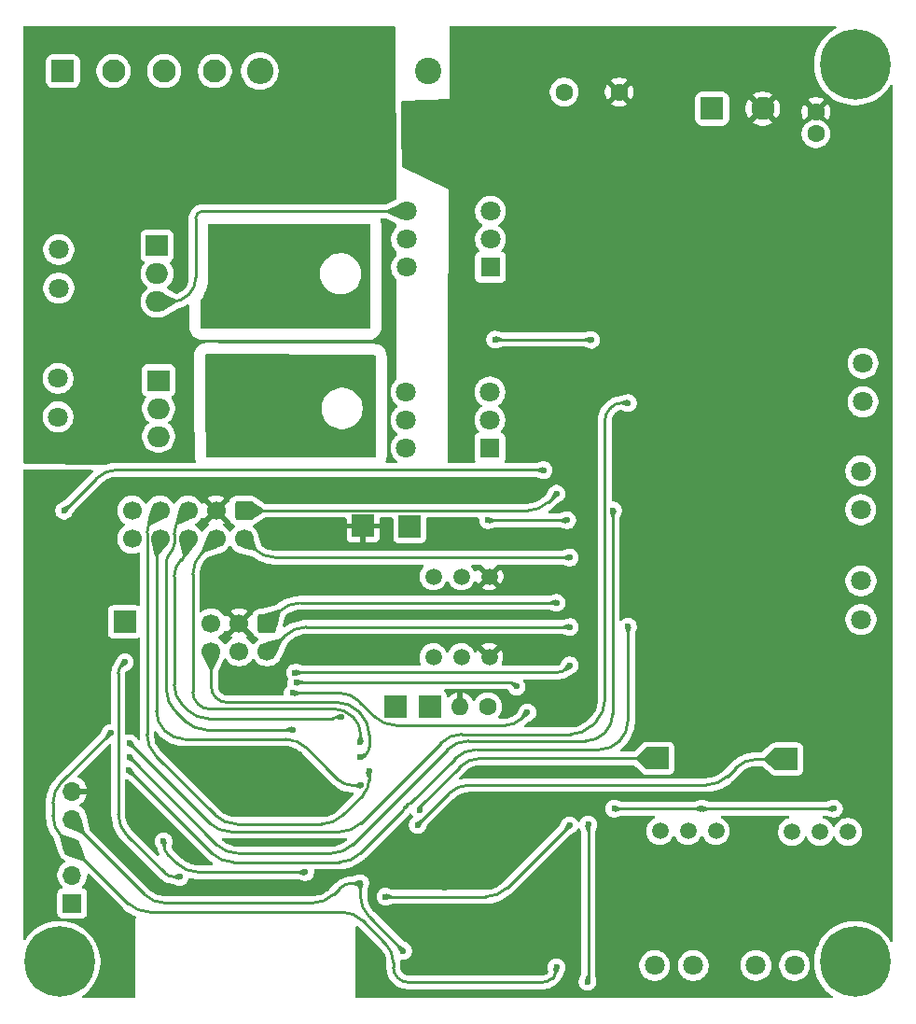
<source format=gbr>
%TF.GenerationSoftware,KiCad,Pcbnew,9.0.0*%
%TF.CreationDate,2025-08-03T03:58:21+03:00*%
%TF.ProjectId,HOT_AIRGUN_EXTRADOPE-rounded,484f545f-4149-4524-9755-4e5f45585452,rev?*%
%TF.SameCoordinates,Original*%
%TF.FileFunction,Copper,L2,Bot*%
%TF.FilePolarity,Positive*%
%FSLAX46Y46*%
G04 Gerber Fmt 4.6, Leading zero omitted, Abs format (unit mm)*
G04 Created by KiCad (PCBNEW 9.0.0) date 2025-08-03 03:58:21*
%MOMM*%
%LPD*%
G01*
G04 APERTURE LIST*
G04 Aperture macros list*
%AMRoundRect*
0 Rectangle with rounded corners*
0 $1 Rounding radius*
0 $2 $3 $4 $5 $6 $7 $8 $9 X,Y pos of 4 corners*
0 Add a 4 corners polygon primitive as box body*
4,1,4,$2,$3,$4,$5,$6,$7,$8,$9,$2,$3,0*
0 Add four circle primitives for the rounded corners*
1,1,$1+$1,$2,$3*
1,1,$1+$1,$4,$5*
1,1,$1+$1,$6,$7*
1,1,$1+$1,$8,$9*
0 Add four rect primitives between the rounded corners*
20,1,$1+$1,$2,$3,$4,$5,0*
20,1,$1+$1,$4,$5,$6,$7,0*
20,1,$1+$1,$6,$7,$8,$9,0*
20,1,$1+$1,$8,$9,$2,$3,0*%
G04 Aperture macros list end*
%TA.AperFunction,ComponentPad*%
%ADD10RoundRect,0.250001X-0.799999X-0.799999X0.799999X-0.799999X0.799999X0.799999X-0.799999X0.799999X0*%
%TD*%
%TA.AperFunction,ComponentPad*%
%ADD11C,2.100000*%
%TD*%
%TA.AperFunction,ComponentPad*%
%ADD12C,1.600000*%
%TD*%
%TA.AperFunction,ComponentPad*%
%ADD13C,1.520000*%
%TD*%
%TA.AperFunction,ComponentPad*%
%ADD14R,2.000000X2.000000*%
%TD*%
%TA.AperFunction,ComponentPad*%
%ADD15C,1.800000*%
%TD*%
%TA.AperFunction,ComponentPad*%
%ADD16C,0.800000*%
%TD*%
%TA.AperFunction,ComponentPad*%
%ADD17C,6.400000*%
%TD*%
%TA.AperFunction,ComponentPad*%
%ADD18O,2.000000X1.905000*%
%TD*%
%TA.AperFunction,ComponentPad*%
%ADD19R,2.000000X1.905000*%
%TD*%
%TA.AperFunction,ComponentPad*%
%ADD20O,1.700000X1.700000*%
%TD*%
%TA.AperFunction,ComponentPad*%
%ADD21R,1.700000X1.700000*%
%TD*%
%TA.AperFunction,ComponentPad*%
%ADD22R,1.800000X1.800000*%
%TD*%
%TA.AperFunction,ComponentPad*%
%ADD23C,1.700000*%
%TD*%
%TA.AperFunction,ComponentPad*%
%ADD24RoundRect,0.250000X-0.600000X0.600000X-0.600000X-0.600000X0.600000X-0.600000X0.600000X0.600000X0*%
%TD*%
%TA.AperFunction,ComponentPad*%
%ADD25O,2.400000X2.400000*%
%TD*%
%TA.AperFunction,ComponentPad*%
%ADD26C,2.400000*%
%TD*%
%TA.AperFunction,ComponentPad*%
%ADD27O,1.600000X1.600000*%
%TD*%
%TA.AperFunction,ViaPad*%
%ADD28C,0.600000*%
%TD*%
%TA.AperFunction,ViaPad*%
%ADD29C,1.000000*%
%TD*%
%TA.AperFunction,Conductor*%
%ADD30C,0.250000*%
%TD*%
G04 APERTURE END LIST*
D10*
%TO.P,J5,1,Pin_1*%
%TO.N,LINE*%
X4100000Y84600000D03*
D11*
%TO.P,J5,2,Pin_2*%
X8700000Y84600000D03*
%TO.P,J5,3,Pin_3*%
%TO.N,NEUT*%
X13300000Y84600000D03*
%TO.P,J5,4,Pin_4*%
X17900000Y84600000D03*
%TD*%
D12*
%TO.P,C16,2,2*%
%TO.N,GND*%
X54600000Y82700000D03*
%TO.P,C16,1,1*%
%TO.N,+24V*%
X49600000Y82700000D03*
%TD*%
D13*
%TO.P,R33,3,3*%
%TO.N,GND*%
X42805000Y31446075D03*
%TO.P,R33,2,2*%
%TO.N,/VREFAtt2*%
X40265000Y31446075D03*
%TO.P,R33,1,1*%
%TO.N,/VREF2p5*%
X37725000Y31446075D03*
%TD*%
D14*
%TO.P,TP7,1,1*%
%TO.N,/VREFAtt1*%
X34325000Y26928575D03*
%TD*%
D15*
%TO.P,U14,2,2*%
%TO.N,Termocouple1-*%
X61317500Y3468575D03*
%TO.P,U14,1,1*%
%TO.N,Termocouple1+*%
X57817500Y3468575D03*
%TD*%
D16*
%TO.P,H1,1*%
%TO.N,N/C*%
X78400000Y85200000D03*
X77697056Y83502944D03*
X77697056Y86897056D03*
X76000000Y82800000D03*
D17*
X76000000Y85200000D03*
D16*
X76000000Y87600000D03*
X74302944Y83502944D03*
X74302944Y86897056D03*
X73600000Y85200000D03*
%TD*%
D14*
%TO.P,TP9,1,1*%
%TO.N,{slash}ZCD*%
X9700000Y34641075D03*
%TD*%
%TO.P,TP1,1,1*%
%TO.N,/VREF2p5*%
X35590000Y43256075D03*
%TD*%
%TO.P,TP10,1,1*%
%TO.N,GND*%
X31355000Y43336075D03*
%TD*%
D18*
%TO.P,Q3,3,G*%
%TO.N,Net-(Q3-G)*%
X12650000Y63671075D03*
%TO.P,Q3,2,A2*%
%TO.N,LINE*%
X12650000Y66211075D03*
D19*
%TO.P,Q3,1,A1*%
%TO.N,AcLoad1+*%
X12650000Y68751075D03*
%TD*%
D20*
%TO.P,J6,5,Pin_5*%
%TO.N,GND*%
X4950000Y19276075D03*
%TO.P,J6,4,Pin_4*%
%TO.N,/EN*%
X4950000Y16736075D03*
%TO.P,J6,3,Pin_3*%
%TO.N,/BOOT_MODE*%
X4950000Y14196075D03*
%TO.P,J6,2,Pin_2*%
%TO.N,/PROG_RX*%
X4950000Y11656075D03*
D21*
%TO.P,J6,1,Pin_1*%
%TO.N,/PROG_TX*%
X4950000Y9116075D03*
%TD*%
D13*
%TO.P,R32,3,3*%
%TO.N,GND*%
X42820000Y38756075D03*
%TO.P,R32,2,2*%
%TO.N,/VREFAtt1*%
X40280000Y38756075D03*
%TO.P,R32,1,1*%
%TO.N,/VREF2p5*%
X37740000Y38756075D03*
%TD*%
%TO.P,R29,3,3*%
%TO.N,Net-(R10-Pad2)*%
X58305000Y15671075D03*
%TO.P,R29,2,2*%
%TO.N,Net-(U8-OUT)*%
X60845000Y15671075D03*
%TO.P,R29,1,1*%
%TO.N,unconnected-(R29-Pad1)*%
X63385000Y15671075D03*
%TD*%
D15*
%TO.P,U15,2,2*%
%TO.N,Termocouple2-*%
X70517500Y3493575D03*
%TO.P,U15,1,1*%
%TO.N,Termocouple2+*%
X67017500Y3493575D03*
%TD*%
D11*
%TO.P,J7,2,Pin_2*%
%TO.N,GND*%
X67625000Y81191075D03*
D10*
%TO.P,J7,1,Pin_1*%
%TO.N,+24V*%
X63025000Y81191075D03*
%TD*%
D14*
%TO.P,TP8,1,1*%
%TO.N,/VREFAtt2*%
X37450000Y26928575D03*
%TD*%
D15*
%TO.P,U10,2,2*%
%TO.N,DC_Load2-*%
X76522500Y48318575D03*
%TO.P,U10,1,1*%
%TO.N,+24V*%
X76522500Y44818575D03*
%TD*%
%TO.P,U12,2,2*%
%TO.N,NEUT*%
X3730000Y64911075D03*
%TO.P,U12,1,1*%
%TO.N,AcLoad1+*%
X3730000Y68411075D03*
%TD*%
%TO.P,U9,2,2*%
%TO.N,DC_Load3-*%
X76722500Y58101075D03*
%TO.P,U9,1,1*%
%TO.N,+24V*%
X76722500Y54601075D03*
%TD*%
%TO.P,U11,2,2*%
%TO.N,DC_Load1-*%
X76540000Y38351075D03*
%TO.P,U11,1,1*%
%TO.N,+24V*%
X76540000Y34851075D03*
%TD*%
D14*
%TO.P,TP4,1,1*%
%TO.N,ThermocoupleSig1*%
X58095000Y22271075D03*
%TD*%
D15*
%TO.P,T1,6,MT*%
%TO.N,Net-(R5-Pad2)*%
X35290000Y66801075D03*
%TO.P,T1,5,NC*%
%TO.N,unconnected-(T1-NC-Pad5)*%
X35290000Y69341075D03*
%TO.P,T1,4,MT*%
%TO.N,Net-(Q3-G)*%
X35290000Y71881075D03*
%TO.P,T1,3,NC*%
%TO.N,unconnected-(T1-NC-Pad3)*%
X42910000Y71881075D03*
%TO.P,T1,2,CAT*%
%TO.N,Net-(Q6-C)*%
X42910000Y69341075D03*
D22*
%TO.P,T1,1,AN*%
%TO.N,Net-(T1-AN)*%
X42910000Y66801075D03*
%TD*%
D16*
%TO.P,H3,1*%
%TO.N,N/C*%
X6200000Y3800000D03*
X5497056Y2102944D03*
X5497056Y5497056D03*
X3800000Y1400000D03*
D17*
X3800000Y3800000D03*
D16*
X3800000Y6200000D03*
X2102944Y2102944D03*
X2102944Y5497056D03*
X1400000Y3800000D03*
%TD*%
D12*
%TO.P,C18,2,2*%
%TO.N,GND*%
X72450000Y80916075D03*
%TO.P,C18,1,1*%
%TO.N,+5V*%
X72450000Y78916075D03*
%TD*%
D23*
%TO.P,J8,10,Pin_10*%
%TO.N,unconnected-(J8-Pin_10-Pad10)*%
X10380000Y42191075D03*
%TO.P,J8,9,Pin_9*%
%TO.N,unconnected-(J8-Pin_9-Pad9)*%
X10380000Y44731075D03*
%TO.P,J8,8,Pin_8*%
%TO.N,/SPI_RST*%
X12920000Y42191075D03*
%TO.P,J8,7,Pin_7*%
%TO.N,/SPI_CS0*%
X12920000Y44731075D03*
%TO.P,J8,6,Pin_6*%
%TO.N,/SPI_MISO*%
X15460000Y42191075D03*
%TO.P,J8,5,Pin_5*%
%TO.N,/SPI_MOSI*%
X15460000Y44731075D03*
%TO.P,J8,4,Pin_4*%
%TO.N,/SPI_CLK*%
X18000000Y42191075D03*
%TO.P,J8,3,Pin_3*%
%TO.N,GND*%
X18000000Y44731075D03*
%TO.P,J8,2,Pin_2*%
%TO.N,+3.3V*%
X20540000Y42191075D03*
D24*
%TO.P,J8,1,Pin_1*%
%TO.N,+5V*%
X20540000Y44731075D03*
%TD*%
D16*
%TO.P,H2,1*%
%TO.N,N/C*%
X78400000Y3800000D03*
X77697056Y2102944D03*
X77697056Y5497056D03*
X76000000Y1400000D03*
D17*
X76000000Y3800000D03*
D16*
X76000000Y6200000D03*
X74302944Y2102944D03*
X74302944Y5497056D03*
X73600000Y3800000D03*
%TD*%
D23*
%TO.P,J9,6,Pin_6*%
%TO.N,/I2C_RST*%
X17570000Y31951075D03*
%TO.P,J9,5,Pin_5*%
%TO.N,/I2C_SDA*%
X17570000Y34491075D03*
%TO.P,J9,4,Pin_4*%
%TO.N,/I2C_SCL*%
X20110000Y31951075D03*
%TO.P,J9,3,Pin_3*%
%TO.N,GND*%
X20110000Y34491075D03*
%TO.P,J9,2,Pin_2*%
%TO.N,+3.3V*%
X22650000Y31951075D03*
D24*
%TO.P,J9,1,Pin_1*%
%TO.N,+5V*%
X22650000Y34491075D03*
%TD*%
D15*
%TO.P,T2,6,MT*%
%TO.N,Net-(R6-Pad2)*%
X35240000Y50401075D03*
%TO.P,T2,5,NC*%
%TO.N,unconnected-(T2-NC-Pad5)*%
X35240000Y52941075D03*
%TO.P,T2,4,MT*%
%TO.N,Net-(Q4-G)*%
X35240000Y55481075D03*
%TO.P,T2,3,NC*%
%TO.N,unconnected-(T2-NC-Pad3)*%
X42860000Y55481075D03*
%TO.P,T2,2,CAT*%
%TO.N,Net-(Q5-C)*%
X42860000Y52941075D03*
D22*
%TO.P,T2,1,AN*%
%TO.N,Net-(T2-AN)*%
X42860000Y50401075D03*
%TD*%
D14*
%TO.P,TP3,1,1*%
%TO.N,ThermocoupleSig2*%
X69770000Y22196075D03*
%TD*%
D25*
%TO.P,R13,2*%
%TO.N,Net-(D3-+)*%
X21980000Y84611075D03*
D26*
%TO.P,R13,1*%
%TO.N,Net-(C17-Pad1)*%
X37220000Y84611075D03*
%TD*%
D18*
%TO.P,Q4,3,G*%
%TO.N,Net-(Q4-G)*%
X12790000Y51460000D03*
%TO.P,Q4,2,A2*%
%TO.N,LINE*%
X12790000Y54000000D03*
D19*
%TO.P,Q4,1,A1*%
%TO.N,AcLoad2+*%
X12790000Y56540000D03*
%TD*%
D27*
%TO.P,TH1,2*%
%TO.N,GND*%
X40135000Y26958575D03*
D12*
%TO.P,TH1,1*%
%TO.N,TempSense*%
X42675000Y26958575D03*
%TD*%
D13*
%TO.P,R30,3,3*%
%TO.N,Net-(R19-Pad2)*%
X70280000Y15596075D03*
%TO.P,R30,2,2*%
%TO.N,Net-(U6-OUT)*%
X72820000Y15596075D03*
%TO.P,R30,1,1*%
%TO.N,unconnected-(R30-Pad1)*%
X75360000Y15596075D03*
%TD*%
D15*
%TO.P,U13,2,2*%
%TO.N,NEUT*%
X3670000Y53231075D03*
%TO.P,U13,1,1*%
%TO.N,AcLoad2+*%
X3670000Y56731075D03*
%TD*%
D28*
%TO.N,GND*%
X63941667Y86611572D03*
X51859519Y85856437D03*
X55587994Y85856437D03*
X66726224Y83968602D03*
X72578515Y64287916D03*
X63328120Y64807070D03*
X71021050Y62777647D03*
X77722867Y63249606D03*
X78902764Y66742102D03*
X78902764Y69007505D03*
X78902764Y71131320D03*
X78761176Y72877568D03*
X77958846Y75473342D03*
X75221484Y77644353D03*
X77958846Y77549961D03*
%TO.N,+3.3V*%
X50130000Y40470000D03*
X54150000Y17691075D03*
X50100000Y30691075D03*
X50125000Y34166075D03*
X25190000Y30026075D03*
X62100000Y17691075D03*
X51720000Y1991075D03*
X33400000Y9716075D03*
X50100000Y16201075D03*
X51780000Y16241075D03*
X74100000Y17691075D03*
%TO.N,+5V*%
X48910000Y46261075D03*
X48910000Y36361075D03*
%TO.N,Net-(Q5-B)*%
X25280000Y29111075D03*
X45290000Y28771075D03*
%TO.N,Net-(Q6-B)*%
X46270000Y26431075D03*
X24970000Y28211075D03*
%TO.N,{slash}ZCD*%
X14700000Y11500000D03*
X9740000Y31001075D03*
%TO.N,GND*%
X2270000Y13601075D03*
X57550000Y9480000D03*
X75920000Y30171075D03*
X19600000Y14800000D03*
X23160000Y43260000D03*
X19720000Y17901075D03*
X64310000Y5600000D03*
X60380000Y35130000D03*
X23700000Y14770000D03*
X61200000Y23451075D03*
X20680000Y37811075D03*
X2120000Y41561075D03*
X24000000Y22900000D03*
X21500000Y19900000D03*
X8960000Y7561075D03*
X61170000Y87200000D03*
X65675000Y15736075D03*
X66070000Y86670000D03*
X32070000Y3503575D03*
X7210000Y6770000D03*
X43620000Y77810000D03*
X61340000Y55840000D03*
X46030000Y67201075D03*
X8400000Y4460000D03*
X52890000Y87370000D03*
X65250000Y13201075D03*
X21290000Y39700000D03*
X63610000Y30631075D03*
X16160000Y13410000D03*
X53740000Y57060000D03*
X10470000Y27930000D03*
X25320000Y43201075D03*
X66130000Y62561075D03*
X69920000Y78570000D03*
X70750226Y30593717D03*
X70470000Y69821075D03*
X43820000Y12351075D03*
X68980000Y40361075D03*
X21070000Y36800000D03*
X77000000Y79140000D03*
X6890000Y42430000D03*
X70640000Y66140000D03*
X35177808Y12399075D03*
X1520000Y35240000D03*
X63170000Y45730000D03*
X73190000Y23491075D03*
X74270000Y56800000D03*
X16900000Y22900000D03*
X48940000Y27641075D03*
X74590000Y62561075D03*
X72470000Y5480000D03*
X60120000Y62731075D03*
X77850000Y16821075D03*
X48720000Y87010000D03*
X68720000Y86310000D03*
X49510000Y10440000D03*
X77650000Y12996075D03*
X40840000Y75000000D03*
X50870000Y37150000D03*
X24340000Y10491075D03*
X31110000Y46790000D03*
X59650000Y87140000D03*
X68680000Y15761075D03*
X2180000Y27460000D03*
X2340000Y39280000D03*
X70150000Y83990000D03*
X56100000Y87200000D03*
X61470000Y40401075D03*
X23510000Y17811075D03*
X74400000Y46370000D03*
X46210000Y76701075D03*
X2050000Y24371075D03*
X61980000Y44401075D03*
X60060000Y44590000D03*
X70410000Y12901075D03*
X38780000Y10510000D03*
X78420000Y36410000D03*
X68790000Y50811075D03*
X2420000Y46940000D03*
X62910000Y61550000D03*
X35770000Y81010000D03*
X54750000Y8390000D03*
X21000000Y22600000D03*
X44520000Y58050000D03*
X40380000Y70690000D03*
X42070000Y79550000D03*
X28700000Y46550000D03*
X73890000Y35380000D03*
X46010000Y86730000D03*
X77537398Y9146400D03*
X59960000Y50891075D03*
X18620000Y10561075D03*
X8410000Y41150000D03*
X35770000Y46360000D03*
X72070000Y86850000D03*
X40940000Y57940000D03*
X7980000Y45700000D03*
X2260000Y44060000D03*
X7940000Y15991075D03*
%TO.N,ThermocoupleSig1*%
X36487503Y17516075D03*
%TO.N,ThermocoupleSig2*%
X36312500Y16203575D03*
%TO.N,+24V*%
X42675000Y43866075D03*
X49880000Y43866075D03*
X43325000Y60241075D03*
X52075000Y60216075D03*
%TO.N,DcControl1*%
X55400000Y34200000D03*
X10050000Y21231075D03*
%TO.N,DcControl2*%
X54050000Y44750000D03*
X10150000Y22341075D03*
%TO.N,DcControl3*%
X55400000Y54500000D03*
X10170000Y23631075D03*
%TO.N,/SPI_CLK*%
X31100000Y23700000D03*
%TO.N,/I2C_RST*%
X31100000Y22341075D03*
%TO.N,/SPI_MISO*%
X29400000Y26000000D03*
%TO.N,/SPI_RST*%
X31200000Y19800000D03*
%TO.N,/I2C_SDA*%
X26110000Y11941075D03*
X13246075Y14746075D03*
%TO.N,/SPI_MOSI*%
X25000000Y24841075D03*
%TO.N,/BOOT_MODE*%
X8430000Y24576772D03*
X48900000Y3308575D03*
%TO.N,/EN*%
X35000000Y4800000D03*
X31100000Y10941075D03*
%TO.N,/SPI_CS0*%
X31900000Y21100000D03*
%TO.N,Net-(D7-K)*%
X4210000Y44721075D03*
X47760000Y48401075D03*
D29*
%TO.N,Triac1_Heatpad*%
X24700000Y67800000D03*
X21880000Y67800000D03*
X21880000Y65600000D03*
X19000000Y69600000D03*
X24700000Y69600000D03*
X19000000Y65600000D03*
X19000000Y63400000D03*
X21880000Y69600000D03*
X19000000Y67800000D03*
X24700000Y63400000D03*
X21880000Y63400000D03*
X24700000Y65600000D03*
%TO.N,Triac2_Heatpad*%
X21880000Y50700000D03*
X21880000Y52900000D03*
X24700000Y52900000D03*
X24700000Y55100000D03*
X19000000Y55100000D03*
X24700000Y56900000D03*
X21880000Y56900000D03*
X19000000Y52900000D03*
X24700000Y50700000D03*
X19000000Y50700000D03*
X19000000Y56900000D03*
X21880000Y55100000D03*
%TD*%
D30*
%TO.N,{slash}ZCD*%
X14673263Y11511077D02*
X14681092Y11511075D01*
%TO.N,Net-(D7-K)*%
X7123101Y47634186D02*
G75*
G02*
X9046977Y48431072I1923859J-1923866D01*
G01*
X47744998Y48416073D02*
G75*
G03*
X47708784Y48431079I-36238J-36253D01*
G01*
%TO.N,/SPI_CS0*%
X31334304Y18934323D02*
G75*
G03*
X31900010Y20300002I-1365644J1365697D01*
G01*
X12332001Y44143075D02*
G75*
G03*
X11744003Y42723517I1419559J-1419555D01*
G01*
X27573006Y16300026D02*
G75*
G03*
X29496866Y17096943I-46J2720794D01*
G01*
X12540895Y22500180D02*
G75*
G02*
X11744022Y24424057I1923865J1923840D01*
G01*
X19868061Y16300015D02*
G75*
G02*
X17944177Y17096904I-1J2720805D01*
G01*
%TO.N,/EN*%
X28686890Y9927980D02*
G75*
G02*
X26763016Y9131106I-1923830J1923840D01*
G01*
X4950009Y16601080D02*
G75*
G03*
X5045481Y16370634I325951J40D01*
G01*
X31892334Y7907659D02*
G75*
G02*
X31099991Y9820537I1912826J1912861D01*
G01*
X13411980Y9131075D02*
G75*
G02*
X11488099Y9927967I-20J2720745D01*
G01*
X30399997Y10941083D02*
G75*
G03*
X29205022Y10446110I-37J-1689863D01*
G01*
%TO.N,/BOOT_MODE*%
X34099981Y3741068D02*
G75*
G03*
X33392853Y5448152I-2414221J-48D01*
G01*
X3996894Y15149180D02*
G75*
G02*
X3200021Y17073057I1923866J1923840D01*
G01*
X48684826Y2484843D02*
G75*
G03*
X48900004Y3004291I-519466J519477D01*
G01*
X34499991Y2341070D02*
G75*
G02*
X34100011Y3306760I965669J965650D01*
G01*
X34499991Y2341070D02*
G75*
G03*
X35465689Y1941101I965669J965750D01*
G01*
X47604434Y1941077D02*
G75*
G03*
X48520543Y2320528I26J1295543D01*
G01*
X31306890Y7534170D02*
G75*
G03*
X29383014Y8331041I-1923830J-1923850D01*
G01*
X3200002Y18219788D02*
G75*
G02*
X3996902Y20143667I2720788J-8D01*
G01*
X10018102Y9127971D02*
G75*
G03*
X11941980Y8331080I1923858J1923849D01*
G01*
%TO.N,/SPI_MOSI*%
X13500001Y40046097D02*
G75*
G02*
X13849996Y40891084I1194959J23D01*
G01*
X17126980Y24841075D02*
G75*
G02*
X15203098Y25637967I-20J2720745D01*
G01*
X14200009Y41736049D02*
G75*
G02*
X13850017Y40891063I-1194949J-29D01*
G01*
X14200005Y42580120D02*
G75*
G02*
X14830003Y44101073I2150955J0D01*
G01*
X14296894Y26544179D02*
G75*
G02*
X13500020Y28468057I1923866J1923841D01*
G01*
%TO.N,/I2C_SDA*%
X14453104Y12737972D02*
G75*
G03*
X16376980Y11941082I1923856J1923848D01*
G01*
X13300003Y14654021D02*
G75*
G03*
X13273037Y14719112I-92043J-1D01*
G01*
X13583224Y13607855D02*
G75*
G02*
X13299991Y14291615I683736J683765D01*
G01*
%TO.N,/SPI_RST*%
X12600000Y26560665D02*
G75*
G03*
X13350000Y24749997I2560690J5D01*
G01*
X12760001Y42031075D02*
G75*
G03*
X12600010Y41644801I386259J-386255D01*
G01*
X27925040Y21488738D02*
G75*
G02*
X26276691Y23154049I804995420J798444582D01*
G01*
X30400005Y19800014D02*
G75*
G02*
X29036655Y20368025I55J1920306D01*
G01*
X26232569Y23198717D02*
G75*
G03*
X24314787Y24000037I-1917809J-1894297D01*
G01*
X15160659Y23999991D02*
G75*
G02*
X13350003Y24750000I1J2560629D01*
G01*
%TO.N,/SPI_MISO*%
X15459990Y41546080D02*
G75*
G02*
X15003899Y40445004I-1557230J40D01*
G01*
X15385831Y26655232D02*
G75*
G03*
X17309705Y25858373I1923829J1923888D01*
G01*
X14996891Y27044175D02*
G75*
G02*
X14200015Y28968058I1923869J1923845D01*
G01*
X14200001Y38750124D02*
G75*
G02*
X14829997Y40271073I2150959J-4D01*
G01*
X28582567Y25858332D02*
G75*
G03*
X28753552Y25929172I-7J241788D01*
G01*
X28924554Y25999996D02*
G75*
G03*
X28753571Y25929153I6J-241776D01*
G01*
%TO.N,/I2C_RST*%
X31220533Y22341086D02*
G75*
G03*
X31426273Y22426348I-73J291034D01*
G01*
X31620533Y22620549D02*
G75*
G03*
X31899990Y23295217I-674673J674671D01*
G01*
X28973013Y27341069D02*
G75*
G02*
X30896910Y26544190I47J-2720749D01*
G01*
X17985009Y27756078D02*
G75*
G02*
X17569994Y28757980I1001951J1001942D01*
G01*
X31103102Y26337970D02*
G75*
G02*
X31899989Y24414095I-1923842J-1923850D01*
G01*
X17985009Y27756078D02*
G75*
G03*
X18986893Y27341095I1001851J1001842D01*
G01*
%TO.N,/SPI_CLK*%
X17436398Y26741099D02*
G75*
G02*
X16349988Y27191065I-38J1536421D01*
G01*
X16350015Y27191092D02*
G75*
G02*
X15899977Y28277472I1086345J1086428D01*
G01*
X16696899Y40887972D02*
G75*
G03*
X15900016Y38964093I1923861J-1923852D01*
G01*
X28710046Y26741073D02*
G75*
G02*
X30400005Y26041078I14J-2389953D01*
G01*
X31100004Y24520540D02*
G75*
G03*
X30519784Y25921274I-1980944J-20D01*
G01*
%TO.N,DcControl3*%
X17404182Y16396909D02*
G75*
G03*
X19328061Y15600022I1923878J1923911D01*
G01*
X53300014Y27558050D02*
G75*
G02*
X52503130Y25634163I-2720754J-30D01*
G01*
X54829462Y54500000D02*
G75*
G03*
X53855497Y54096566I-2J-1377380D01*
G01*
X53299994Y52863014D02*
G75*
G02*
X53779459Y54020539I1636966J6D01*
G01*
X31155814Y16396915D02*
G75*
G02*
X29231935Y15600044I-1923854J1923905D01*
G01*
X40326977Y24441083D02*
G75*
G03*
X38403093Y23644193I-17J-2720763D01*
G01*
X52106900Y25237972D02*
G75*
G02*
X50183015Y24441123I-1923840J1923948D01*
G01*
%TO.N,DcControl2*%
X28473016Y13641080D02*
G75*
G03*
X30396909Y14437962I44J2720740D01*
G01*
X53285003Y24556075D02*
G75*
G02*
X51558834Y23841084I-1726143J1726145D01*
G01*
X39003099Y23044187D02*
G75*
G02*
X40926977Y23841075I1923861J-1923867D01*
G01*
X53285003Y24556075D02*
G75*
G03*
X53999996Y26282238I-1726143J1726145D01*
G01*
X54024997Y44725001D02*
G75*
G03*
X53999981Y44664646I60363J-60381D01*
G01*
X18053102Y14437971D02*
G75*
G03*
X19976980Y13641080I1923858J1923849D01*
G01*
%TO.N,DcControl1*%
X35514308Y18141073D02*
G75*
G03*
X35368004Y18080499I-48J-206853D01*
G01*
X29173015Y12841080D02*
G75*
G03*
X31096930Y13637941I45J2720840D01*
G01*
X35062514Y17689261D02*
G75*
G02*
X35123085Y17835570I206846J59D01*
G01*
X35660608Y18201652D02*
G75*
G02*
X35514308Y18141080I-146248J146268D01*
G01*
X52753986Y23041078D02*
G75*
G03*
X54624970Y23816102I-26J2645942D01*
G01*
X35001923Y17542973D02*
G75*
G03*
X35062496Y17689261I-146263J146247D01*
G01*
X39703103Y22244184D02*
G75*
G02*
X41626977Y23041070I1923857J-1923864D01*
G01*
X55399988Y25687094D02*
G75*
G02*
X54624980Y23816092I-2646028J26D01*
G01*
X19566980Y12841075D02*
G75*
G02*
X17643098Y13637967I-20J2720745D01*
G01*
%TO.N,+24V*%
X52032321Y60241071D02*
G75*
G02*
X52062512Y60228586I39J-42651D01*
G01*
%TO.N,ThermocoupleSig2*%
X36334599Y16288171D02*
G75*
G03*
X36312503Y16234825I53361J-53351D01*
G01*
X41014477Y19841083D02*
G75*
G03*
X39090594Y19044193I-17J-2720763D01*
G01*
X67101977Y22191081D02*
G75*
G03*
X65178095Y21394192I-17J-2720761D01*
G01*
X62498016Y19841081D02*
G75*
G03*
X64421908Y20637963I44J2720739D01*
G01*
%TO.N,ThermocoupleSig1*%
X36487495Y17684830D02*
G75*
G02*
X36606833Y17972894I407365J-10D01*
G01*
X40103098Y21469188D02*
G75*
G02*
X42026977Y22266076I1923862J-1923868D01*
G01*
%TO.N,{slash}ZCD*%
X14685007Y11511073D02*
G75*
G02*
X14691667Y11508281I-47J-9453D01*
G01*
X9130001Y29959740D02*
G75*
G02*
X9435006Y30696070I1041359J-20D01*
G01*
X13339600Y11861490D02*
G75*
G03*
X14185548Y11511073I845960J845930D01*
G01*
X9926895Y15274181D02*
G75*
G02*
X9130022Y17198057I1923865J1923839D01*
G01*
X14685007Y11511073D02*
X14681092Y11511075D01*
%TO.N,Net-(Q6-B)*%
X44255611Y25251077D02*
G75*
G03*
X45679984Y25841091I-51J2014443D01*
G01*
X29103013Y28211070D02*
G75*
G02*
X31026911Y27414191I47J-2720750D01*
G01*
X32393101Y26047970D02*
G75*
G03*
X34316980Y25251079I1923859J1923850D01*
G01*
%TO.N,Net-(Q5-B)*%
X25365355Y29161072D02*
G75*
G03*
X25305004Y29136070I5J-85352D01*
G01*
X45094999Y28966073D02*
G75*
G03*
X44624227Y29161055I-470739J-470753D01*
G01*
%TO.N,+5V*%
X46298125Y44731077D02*
G75*
G03*
X48145009Y45496066I35J2611843D01*
G01*
X23723102Y35564185D02*
G75*
G02*
X25646977Y36361071I1923858J-1923865D01*
G01*
%TO.N,+3.3V*%
X25266823Y30071059D02*
G75*
G03*
X25212522Y30048548I37J-76839D01*
G01*
X49041593Y30071077D02*
G75*
G03*
X49789990Y30381085I-33J1058443D01*
G01*
X23388062Y40470013D02*
G75*
G02*
X21464175Y41266903I-2J2720807D01*
G01*
X26176977Y34166083D02*
G75*
G03*
X24253094Y33369193I-17J-2720763D01*
G01*
X51779992Y2093504D02*
G75*
G02*
X51749987Y2021086I-102432J16D01*
G01*
X22900407Y32016481D02*
G75*
G02*
X22742500Y31951055I-157947J157939D01*
G01*
X42488016Y9716080D02*
G75*
G03*
X44411909Y10512962I44J2720740D01*
G01*
%TO.N,Net-(Q3-G)*%
X16340001Y71701074D02*
G75*
G03*
X16160004Y71266516I434559J-434554D01*
G01*
X16340001Y71701074D02*
G75*
G02*
X16774559Y71881076I434559J-434554D01*
G01*
X15519999Y64311076D02*
G75*
G03*
X16160020Y65856172I-1545139J1545144D01*
G01*
X15519999Y64311076D02*
G75*
G02*
X13974902Y63671060I-1545139J1545144D01*
G01*
%TO.N,/SPI_RST*%
X27100017Y22341083D02*
X27099993Y22299998D01*
%TO.N,Net-(Q3-G)*%
X16774559Y71881075D02*
X35290000Y71881075D01*
X16160001Y71266516D02*
X16160000Y65856172D01*
X13974902Y63671077D02*
X12650000Y63671075D01*
%TO.N,+3.3V*%
X51720000Y1991075D02*
X51749996Y2021077D01*
X22742500Y31951074D02*
X22650000Y31951075D01*
X50100000Y30691075D02*
X49789999Y30381076D01*
X51780000Y16241075D02*
X51779992Y2093504D01*
X25190000Y30026075D02*
X25212503Y30048567D01*
X25266823Y30071059D02*
X49041593Y30071077D01*
X42488016Y9716080D02*
X33400000Y9716075D01*
X50100000Y16201075D02*
X44411894Y10512977D01*
X54150000Y17691075D02*
X62100000Y17691075D01*
X23388062Y40470013D02*
X50130000Y40470000D01*
X74100000Y17691075D02*
X62100000Y17691075D01*
X22900407Y32016481D02*
X24253102Y33369185D01*
X21464178Y41266906D02*
X20540000Y42191075D01*
X26176977Y34166083D02*
X50125000Y34166075D01*
%TO.N,+5V*%
X48910000Y36361075D02*
X25646977Y36361083D01*
X46298125Y44731077D02*
X20540000Y44731075D01*
X48910000Y46261075D02*
X48144999Y45496076D01*
X23723102Y35564185D02*
X22650000Y34491075D01*
%TO.N,Net-(Q5-B)*%
X25365355Y29161072D02*
X44624227Y29161071D01*
X45094999Y28966073D02*
X45290000Y28771075D01*
X25305000Y29136074D02*
X25280000Y29111075D01*
%TO.N,Net-(Q6-B)*%
X29103013Y28211070D02*
X24970000Y28211075D01*
X31026893Y27414173D02*
X32393101Y26047970D01*
X46270000Y26431075D02*
X45679999Y25841076D01*
X44255611Y25251077D02*
X34316980Y25251075D01*
%TO.N,{slash}ZCD*%
X14700000Y11500000D02*
X14691690Y11508304D01*
X9130001Y29959740D02*
X9129998Y17198057D01*
X13339600Y11861490D02*
X9926895Y15274181D01*
X9740000Y31001075D02*
X9435001Y30696075D01*
X14673263Y11511077D02*
X14185548Y11511082D01*
%TO.N,ThermocoupleSig1*%
X40103098Y21469188D02*
X36606815Y17972912D01*
X36487495Y17684830D02*
X36487503Y17516075D01*
X42026977Y22266083D02*
X58102500Y22266075D01*
%TO.N,ThermocoupleSig2*%
X67101977Y22191081D02*
X69777500Y22191075D01*
X36312500Y16203575D02*
X36312501Y16234825D01*
X65178100Y21394187D02*
X64421893Y20637978D01*
X62498016Y19841081D02*
X41014477Y19841083D01*
X36334599Y16288171D02*
X39090601Y19044186D01*
%TO.N,+24V*%
X52062499Y60228573D02*
X52075000Y60216075D01*
X42675000Y43866075D02*
X49880000Y43866075D01*
X52032321Y60241071D02*
X43325000Y60241075D01*
%TO.N,DcControl1*%
X39703103Y22244184D02*
X35660608Y18201652D01*
X55400000Y34200000D02*
X55399988Y25687094D01*
X17643102Y13637971D02*
X10050000Y21231075D01*
X41626977Y23041083D02*
X52753986Y23041078D01*
X35368011Y18080492D02*
X35123101Y17835554D01*
X29173015Y12841080D02*
X19566980Y12841075D01*
X35001923Y17542973D02*
X31096897Y13637974D01*
%TO.N,DcControl2*%
X51558834Y23841078D02*
X40926977Y23841083D01*
X30396894Y14437977D02*
X39003099Y23044187D01*
X54024997Y44725001D02*
X54050000Y44750000D01*
X54000006Y26282238D02*
X53999995Y44664646D01*
X10150000Y22341075D02*
X18053102Y14437971D01*
X28473016Y13641080D02*
X19976980Y13641075D01*
%TO.N,DcControl3*%
X54829462Y54500000D02*
X55400000Y54500000D01*
X53299994Y52863014D02*
X53300014Y27558050D01*
X40326977Y24441083D02*
X50183015Y24441081D01*
X17404182Y16396909D02*
X10170000Y23631075D01*
X53855491Y54096572D02*
X53779459Y54020539D01*
X52106900Y25237972D02*
X52503113Y25634180D01*
X29231935Y15600019D02*
X19328061Y15600014D01*
X31155814Y16396915D02*
X38403098Y23644188D01*
%TO.N,/SPI_CLK*%
X28710046Y26741073D02*
X17436398Y26741099D01*
X31100000Y23700000D02*
X31100004Y24520540D01*
X15900005Y38964093D02*
X15900019Y28277472D01*
X30519794Y25921284D02*
X30400002Y26041075D01*
X16696899Y40887972D02*
X18000000Y42191075D01*
%TO.N,/I2C_RST*%
X31103102Y26337970D02*
X30896895Y26544175D01*
X31220533Y22341086D02*
X31100000Y22341075D01*
X17570016Y28757980D02*
X17570000Y31951075D01*
X31620533Y22620549D02*
X31426297Y22426324D01*
X31900000Y23295217D02*
X31900000Y24414095D01*
X28973013Y27341069D02*
X18986893Y27341071D01*
%TO.N,/SPI_MISO*%
X15459990Y41546080D02*
X15460000Y42191075D01*
X14996891Y27044175D02*
X15385831Y26655232D01*
X15003905Y40444998D02*
X14829991Y40271079D01*
X14199998Y28968058D02*
X14200001Y38750124D01*
X28924554Y25999996D02*
X29400000Y26000000D01*
X17309705Y25858332D02*
X28582567Y25858332D01*
%TO.N,/SPI_RST*%
X27925040Y21488738D02*
X29036644Y20368015D01*
X26232569Y23198717D02*
X26276691Y23154049D01*
X12760001Y42031075D02*
X12920000Y42191075D01*
X30400005Y19800014D02*
X31200000Y19800000D01*
X15160659Y23999991D02*
X24314787Y24000007D01*
X12600000Y26560665D02*
X12600001Y41644801D01*
%TO.N,/I2C_SDA*%
X26110000Y11941075D02*
X16376980Y11941075D01*
X13246075Y14746075D02*
X13273039Y14719114D01*
X14453104Y12737972D02*
X13583224Y13607855D01*
X13300003Y14654021D02*
X13300003Y14291615D01*
%TO.N,/SPI_MOSI*%
X14830001Y44101075D02*
X15460000Y44731075D01*
X14200009Y41736049D02*
X14200005Y42580120D01*
X15203102Y25637971D02*
X14296894Y26544179D01*
X17126980Y24841075D02*
X25000000Y24841075D01*
X13500001Y40046097D02*
X13499998Y28468057D01*
%TO.N,/BOOT_MODE*%
X31306890Y7534170D02*
X33392875Y5448174D01*
X8430000Y24576772D02*
X3996901Y20143668D01*
X29383014Y8331069D02*
X11941980Y8331074D01*
X3200002Y18219788D02*
X3199999Y17073057D01*
X48520529Y2320542D02*
X48684826Y2484843D01*
X47604434Y1941077D02*
X35465689Y1941072D01*
X4950000Y14196075D02*
X3996894Y15149180D01*
X34099981Y3741068D02*
X34099982Y3306760D01*
X48900000Y3308575D02*
X48899993Y3004291D01*
X10018102Y9127971D02*
X4950000Y14196075D01*
%TO.N,/EN*%
X30399997Y10941083D02*
X31100000Y10941075D01*
X31099996Y9820537D02*
X31100000Y10941075D01*
X28686890Y9927980D02*
X29205019Y10446113D01*
X13411980Y9131075D02*
X26763016Y9131080D01*
X5045475Y16370628D02*
X11488104Y9927972D01*
X31892334Y7907659D02*
X35000000Y4800000D01*
X4950009Y16601080D02*
X4950000Y16736075D01*
%TO.N,/SPI_CS0*%
X27573006Y16300026D02*
X19868061Y16300015D01*
X29496888Y17096921D02*
X31334304Y18934323D01*
X11743998Y24424057D02*
X11744001Y42723517D01*
X12332001Y44143075D02*
X12920000Y44731075D01*
X31899995Y20300002D02*
X31900000Y21100000D01*
X12540895Y22500180D02*
X17944182Y17096909D01*
%TO.N,Net-(D7-K)*%
X47708784Y48431071D02*
X9046977Y48431083D01*
X7123101Y47634186D02*
X4210000Y44721075D01*
X47744998Y48416073D02*
X47760000Y48401075D01*
%TD*%
%TA.AperFunction,Conductor*%
%TO.N,Triac1_Heatpad*%
G36*
X31943039Y70735890D02*
G01*
X31988794Y70683086D01*
X32000000Y70631575D01*
X32000000Y61359869D01*
X31980315Y61292830D01*
X31927511Y61247075D01*
X31876000Y61235869D01*
X16720151Y61235869D01*
X16653112Y61255554D01*
X16607357Y61308358D01*
X16596156Y61358742D01*
X16574330Y63759558D01*
X16593404Y63826773D01*
X16602466Y63839342D01*
X16637197Y63881661D01*
X16817909Y64152111D01*
X16971243Y64438972D01*
X17095721Y64739480D01*
X17190147Y65050742D01*
X17253609Y65369760D01*
X17285497Y65693463D01*
X17285498Y65767583D01*
X17285500Y65767593D01*
X17285500Y65856935D01*
X17285502Y65954616D01*
X17285500Y65954623D01*
X17285501Y65959712D01*
X17285500Y65959762D01*
X17285500Y66333682D01*
X27439500Y66333682D01*
X27439500Y66088469D01*
X27457123Y65954616D01*
X27471505Y65845376D01*
X27492347Y65767593D01*
X27534967Y65608531D01*
X27568024Y65528725D01*
X27628800Y65381999D01*
X27751399Y65169651D01*
X27751402Y65169647D01*
X27751406Y65169641D01*
X27900667Y64975123D01*
X27900675Y64975114D01*
X28074039Y64801750D01*
X28074047Y64801743D01*
X28074048Y64801742D01*
X28125354Y64762373D01*
X28268565Y64652482D01*
X28268568Y64652480D01*
X28268576Y64652474D01*
X28480924Y64529875D01*
X28625596Y64469950D01*
X28707455Y64436043D01*
X28707456Y64436043D01*
X28707458Y64436042D01*
X28944301Y64372580D01*
X29187401Y64340575D01*
X29187408Y64340575D01*
X29432592Y64340575D01*
X29432599Y64340575D01*
X29675699Y64372580D01*
X29912542Y64436042D01*
X30139076Y64529875D01*
X30351424Y64652474D01*
X30545952Y64801742D01*
X30545956Y64801747D01*
X30545961Y64801750D01*
X30719325Y64975114D01*
X30719328Y64975119D01*
X30719333Y64975123D01*
X30868601Y65169651D01*
X30991200Y65381999D01*
X31085033Y65608533D01*
X31148495Y65845376D01*
X31180500Y66088476D01*
X31180500Y66333674D01*
X31148495Y66576774D01*
X31085033Y66813617D01*
X30991200Y67040151D01*
X30868601Y67252499D01*
X30719333Y67447027D01*
X30719332Y67447028D01*
X30719325Y67447036D01*
X30545961Y67620400D01*
X30545952Y67620408D01*
X30351434Y67769669D01*
X30351428Y67769673D01*
X30351424Y67769676D01*
X30139076Y67892275D01*
X30139069Y67892278D01*
X29912544Y67986108D01*
X29794120Y68017839D01*
X29675699Y68049570D01*
X29621676Y68056683D01*
X29432606Y68081575D01*
X29432599Y68081575D01*
X29187401Y68081575D01*
X29187393Y68081575D01*
X28971312Y68053127D01*
X28944301Y68049570D01*
X28885090Y68033705D01*
X28707455Y67986108D01*
X28480930Y67892278D01*
X28480921Y67892274D01*
X28268582Y67769680D01*
X28268565Y67769669D01*
X28074047Y67620408D01*
X27900667Y67447028D01*
X27751406Y67252510D01*
X27751395Y67252493D01*
X27628801Y67040154D01*
X27628797Y67040145D01*
X27534967Y66813620D01*
X27471505Y66576773D01*
X27439500Y66333682D01*
X17285500Y66333682D01*
X17285500Y66337733D01*
X17285501Y70631575D01*
X17305186Y70698614D01*
X17357990Y70744369D01*
X17409501Y70755575D01*
X31876000Y70755575D01*
X31943039Y70735890D01*
G37*
%TD.AperFunction*%
%TD*%
%TA.AperFunction,Conductor*%
%TO.N,Triac2_Heatpad*%
G36*
X32376718Y58846994D02*
G01*
X32443641Y58826922D01*
X32489090Y58773855D01*
X32500000Y58722996D01*
X32500000Y49680577D01*
X32480315Y49613538D01*
X32427511Y49567783D01*
X32376000Y49556577D01*
X17214554Y49556581D01*
X17147515Y49576266D01*
X17101760Y49629070D01*
X17090560Y49679448D01*
X17050168Y54122607D01*
X27579500Y54122607D01*
X27579500Y53877394D01*
X27604392Y53688324D01*
X27611505Y53634301D01*
X27643236Y53515880D01*
X27674967Y53397456D01*
X27768797Y53170931D01*
X27768800Y53170924D01*
X27891399Y52958576D01*
X27891402Y52958572D01*
X27891406Y52958566D01*
X28040667Y52764048D01*
X28040675Y52764039D01*
X28214039Y52590675D01*
X28214047Y52590668D01*
X28408565Y52441407D01*
X28408568Y52441405D01*
X28408576Y52441399D01*
X28620924Y52318800D01*
X28771946Y52256245D01*
X28847455Y52224968D01*
X28847456Y52224968D01*
X28847458Y52224967D01*
X29084301Y52161505D01*
X29327401Y52129500D01*
X29327408Y52129500D01*
X29572592Y52129500D01*
X29572599Y52129500D01*
X29815699Y52161505D01*
X30052542Y52224967D01*
X30279076Y52318800D01*
X30491424Y52441399D01*
X30685952Y52590667D01*
X30685956Y52590672D01*
X30685961Y52590675D01*
X30859325Y52764039D01*
X30859328Y52764044D01*
X30859333Y52764048D01*
X31008601Y52958576D01*
X31131200Y53170924D01*
X31225033Y53397458D01*
X31288495Y53634301D01*
X31320500Y53877401D01*
X31320500Y54122599D01*
X31288495Y54365699D01*
X31225033Y54602542D01*
X31131200Y54829076D01*
X31008601Y55041424D01*
X30859333Y55235952D01*
X30859332Y55235953D01*
X30859325Y55235961D01*
X30685961Y55409325D01*
X30685952Y55409333D01*
X30491434Y55558594D01*
X30491428Y55558598D01*
X30491424Y55558601D01*
X30279076Y55681200D01*
X30279069Y55681203D01*
X30052544Y55775033D01*
X29934120Y55806764D01*
X29815699Y55838495D01*
X29761676Y55845608D01*
X29572606Y55870500D01*
X29572599Y55870500D01*
X29327401Y55870500D01*
X29327393Y55870500D01*
X29111312Y55842052D01*
X29084301Y55838495D01*
X29025090Y55822630D01*
X28847455Y55775033D01*
X28620930Y55681203D01*
X28620921Y55681199D01*
X28408582Y55558605D01*
X28408565Y55558594D01*
X28214047Y55409333D01*
X28040667Y55235953D01*
X27891406Y55041435D01*
X27891395Y55041418D01*
X27768801Y54829079D01*
X27768797Y54829070D01*
X27674967Y54602545D01*
X27611505Y54365698D01*
X27579500Y54122607D01*
X17050168Y54122607D01*
X17007555Y58809987D01*
X17026629Y58877201D01*
X17079015Y58923434D01*
X17132264Y58935111D01*
X32376718Y58846994D01*
G37*
%TD.AperFunction*%
%TD*%
%TA.AperFunction,Conductor*%
%TO.N,GND*%
G36*
X74252333Y88670890D02*
G01*
X74298088Y88618086D01*
X74308032Y88548928D01*
X74279007Y88485372D01*
X74243747Y88457217D01*
X74095279Y88377860D01*
X74095261Y88377849D01*
X73792964Y88175860D01*
X73792950Y88175850D01*
X73511893Y87945193D01*
X73254807Y87688107D01*
X73024150Y87407050D01*
X73024140Y87407036D01*
X72822151Y87104739D01*
X72822140Y87104721D01*
X72650756Y86784084D01*
X72650754Y86784079D01*
X72511614Y86448166D01*
X72406067Y86100224D01*
X72406064Y86100213D01*
X72335137Y85743631D01*
X72299500Y85381791D01*
X72299500Y85018210D01*
X72335137Y84656370D01*
X72406064Y84299788D01*
X72406067Y84299777D01*
X72511614Y83951835D01*
X72650754Y83615922D01*
X72650756Y83615917D01*
X72822140Y83295280D01*
X72822151Y83295262D01*
X73024140Y82992965D01*
X73024150Y82992951D01*
X73254807Y82711894D01*
X73511893Y82454808D01*
X73511898Y82454804D01*
X73511899Y82454803D01*
X73792956Y82224146D01*
X74095268Y82022147D01*
X74095277Y82022142D01*
X74095279Y82022141D01*
X74415916Y81850757D01*
X74415918Y81850757D01*
X74415924Y81850753D01*
X74751836Y81711614D01*
X75099767Y81606070D01*
X75099773Y81606069D01*
X75099776Y81606068D01*
X75099787Y81606065D01*
X75456369Y81535138D01*
X75818206Y81499500D01*
X75818209Y81499500D01*
X76181791Y81499500D01*
X76181794Y81499500D01*
X76543631Y81535138D01*
X76613045Y81548946D01*
X76900212Y81606065D01*
X76900223Y81606068D01*
X76900223Y81606069D01*
X76900233Y81606070D01*
X77248164Y81711614D01*
X77584076Y81850753D01*
X77904732Y82022147D01*
X78207044Y82224146D01*
X78488101Y82454803D01*
X78745197Y82711899D01*
X78975854Y82992956D01*
X79177853Y83295268D01*
X79191143Y83320133D01*
X79240104Y83369974D01*
X79308241Y83385435D01*
X79373921Y83361604D01*
X79416290Y83306046D01*
X79424500Y83261677D01*
X79424500Y5738324D01*
X79404815Y5671285D01*
X79352011Y5625530D01*
X79282853Y5615586D01*
X79219297Y5644611D01*
X79191142Y5679870D01*
X79177853Y5704732D01*
X78975854Y6007044D01*
X78745197Y6288101D01*
X78745196Y6288102D01*
X78745192Y6288107D01*
X78488106Y6545193D01*
X78207049Y6775850D01*
X78207048Y6775851D01*
X78207044Y6775854D01*
X77904732Y6977853D01*
X77904727Y6977856D01*
X77904720Y6977860D01*
X77584083Y7149244D01*
X77584078Y7149246D01*
X77248165Y7288386D01*
X76900223Y7393933D01*
X76900212Y7393936D01*
X76543630Y7464863D01*
X76271111Y7491704D01*
X76181794Y7500500D01*
X75818206Y7500500D01*
X75735679Y7492372D01*
X75456369Y7464863D01*
X75099787Y7393936D01*
X75099776Y7393933D01*
X74751834Y7288386D01*
X74415921Y7149246D01*
X74415916Y7149244D01*
X74095279Y6977860D01*
X74095261Y6977849D01*
X73792964Y6775860D01*
X73792950Y6775850D01*
X73511893Y6545193D01*
X73254807Y6288107D01*
X73024150Y6007050D01*
X73024140Y6007036D01*
X72822151Y5704739D01*
X72822140Y5704721D01*
X72650756Y5384084D01*
X72650754Y5384079D01*
X72511614Y5048166D01*
X72406067Y4700224D01*
X72406064Y4700213D01*
X72335137Y4343631D01*
X72318845Y4178211D01*
X72299500Y3981794D01*
X72299500Y3618206D01*
X72306998Y3542077D01*
X72335137Y3256370D01*
X72406064Y2899788D01*
X72406067Y2899777D01*
X72511614Y2551835D01*
X72598498Y2342078D01*
X72647170Y2224573D01*
X72650754Y2215922D01*
X72650756Y2215917D01*
X72822140Y1895280D01*
X72822151Y1895262D01*
X73024140Y1592965D01*
X73024150Y1592951D01*
X73254807Y1311894D01*
X73511893Y1054808D01*
X73511898Y1054804D01*
X73511899Y1054803D01*
X73792956Y824146D01*
X73937444Y727602D01*
X73982249Y673990D01*
X73990956Y604665D01*
X73960802Y541638D01*
X73901359Y504918D01*
X73868553Y500500D01*
X30808411Y500500D01*
X30741372Y520185D01*
X30695617Y572989D01*
X30684411Y624500D01*
X30684411Y6972696D01*
X30704096Y7039735D01*
X30756900Y7085490D01*
X30826058Y7095434D01*
X30889614Y7066409D01*
X30896093Y7060377D01*
X32893770Y5062688D01*
X32893769Y5062688D01*
X32914155Y5042302D01*
X32914170Y5042288D01*
X32947707Y5008751D01*
X32953248Y5002836D01*
X33070555Y4869075D01*
X33099500Y4836071D01*
X33109371Y4823206D01*
X33130577Y4791471D01*
X33230335Y4642177D01*
X33238445Y4628131D01*
X33334745Y4432864D01*
X33340953Y4417878D01*
X33410942Y4211708D01*
X33415140Y4196041D01*
X33457619Y3982501D01*
X33459736Y3966421D01*
X33474215Y3745587D01*
X33474481Y3737474D01*
X33474481Y3239400D01*
X33474509Y3238828D01*
X33474509Y3194960D01*
X33474509Y3194955D01*
X33499544Y2972714D01*
X33509071Y2930969D01*
X33549304Y2754678D01*
X33549305Y2754673D01*
X33623166Y2543574D01*
X33720198Y2342078D01*
X33839181Y2152709D01*
X33839183Y2152707D01*
X33978620Y1977853D01*
X33978623Y1977849D01*
X33999120Y1957352D01*
X34003999Y1952471D01*
X34004008Y1952458D01*
X34017438Y1939029D01*
X34021387Y1935079D01*
X34021433Y1934994D01*
X34136761Y1819673D01*
X34174963Y1789211D01*
X34311627Y1680234D01*
X34500998Y1561253D01*
X34702500Y1464223D01*
X34913598Y1390364D01*
X35131638Y1340604D01*
X35353879Y1315569D01*
X35465702Y1315572D01*
X35466545Y1315573D01*
X35466679Y1315573D01*
X35466679Y1315570D01*
X35466768Y1315574D01*
X47647327Y1315577D01*
X47672290Y1315577D01*
X47672668Y1315597D01*
X47730334Y1315595D01*
X47980006Y1348460D01*
X47980010Y1348461D01*
X48223247Y1413632D01*
X48223249Y1413634D01*
X48223253Y1413634D01*
X48455910Y1510000D01*
X48673999Y1635911D01*
X48873787Y1789212D01*
X48919262Y1834687D01*
X48919268Y1834690D01*
X48980099Y1895522D01*
X49016527Y1931949D01*
X49016527Y1931950D01*
X49023581Y1939003D01*
X49023593Y1939020D01*
X49106295Y2021721D01*
X49127117Y2042543D01*
X49127116Y2042544D01*
X49163435Y2078863D01*
X49170688Y2086116D01*
X49170689Y2086118D01*
X49175458Y2090887D01*
X49175569Y2091013D01*
X49190144Y2105585D01*
X49298682Y2247029D01*
X49387830Y2401430D01*
X49417219Y2472380D01*
X49424964Y2487901D01*
X49433307Y2502048D01*
X49608293Y2927749D01*
X49609394Y2929396D01*
X49669737Y3075078D01*
X49673055Y3091763D01*
X49673135Y3092023D01*
X49675157Y3102330D01*
X49675158Y3102335D01*
X49675222Y3102323D01*
X49675220Y3102647D01*
X49700500Y3229733D01*
X49700500Y3387417D01*
X49700500Y3387420D01*
X49700499Y3387422D01*
X49669738Y3542065D01*
X49669737Y3542072D01*
X49618765Y3665131D01*
X49609397Y3687748D01*
X49609390Y3687761D01*
X49521789Y3818864D01*
X49521786Y3818868D01*
X49410292Y3930362D01*
X49410288Y3930365D01*
X49279185Y4017966D01*
X49279172Y4017973D01*
X49133501Y4078311D01*
X49133489Y4078314D01*
X48978845Y4109075D01*
X48978842Y4109075D01*
X48821158Y4109075D01*
X48821155Y4109075D01*
X48666510Y4078314D01*
X48666498Y4078311D01*
X48520827Y4017973D01*
X48520814Y4017966D01*
X48389711Y3930365D01*
X48389707Y3930362D01*
X48278213Y3818868D01*
X48278210Y3818864D01*
X48190609Y3687761D01*
X48190602Y3687748D01*
X48130264Y3542077D01*
X48130261Y3542065D01*
X48099500Y3387422D01*
X48099500Y3229729D01*
X48114178Y3155937D01*
X48114184Y3155909D01*
X48115580Y3148894D01*
X48120244Y3108788D01*
X48166006Y2935767D01*
X48166403Y2934084D01*
X48164591Y2900824D01*
X48163691Y2867533D01*
X48162688Y2865895D01*
X48162603Y2864318D01*
X48156867Y2856379D01*
X48133386Y2817992D01*
X48100109Y2784714D01*
X48090911Y2775514D01*
X48082560Y2767163D01*
X48073541Y2758989D01*
X47986141Y2687262D01*
X47965928Y2673756D01*
X47871628Y2623353D01*
X47849169Y2614051D01*
X47746851Y2583015D01*
X47723009Y2578273D01*
X47610302Y2567175D01*
X47598151Y2566578D01*
X47522385Y2566578D01*
X47522363Y2566577D01*
X35546038Y2566574D01*
X35471762Y2566574D01*
X35459611Y2567171D01*
X35333420Y2579596D01*
X35309580Y2584337D01*
X35194084Y2619368D01*
X35171626Y2628670D01*
X35135478Y2647990D01*
X35065192Y2685556D01*
X35044989Y2699053D01*
X34951807Y2775520D01*
X34934626Y2792701D01*
X34857986Y2886090D01*
X34844486Y2906296D01*
X34787604Y3012720D01*
X34778302Y3035178D01*
X34761138Y3091763D01*
X34743274Y3150657D01*
X34738533Y3174497D01*
X34733094Y3229733D01*
X34726079Y3300984D01*
X34725482Y3313132D01*
X34725484Y3382691D01*
X34725481Y3382701D01*
X34725481Y3665128D01*
X34725482Y3665131D01*
X34725481Y3689687D01*
X34725512Y3689793D01*
X34725511Y3741080D01*
X34725512Y3741080D01*
X34725509Y3887321D01*
X34745192Y3954360D01*
X34797995Y4000116D01*
X34867154Y4010061D01*
X34873689Y4008943D01*
X34903989Y4002916D01*
X34921157Y3999500D01*
X34921158Y3999500D01*
X35078844Y3999500D01*
X35078845Y3999501D01*
X35233497Y4030263D01*
X35379179Y4090606D01*
X35510289Y4178211D01*
X35621789Y4289711D01*
X35709394Y4420821D01*
X35769737Y4566503D01*
X35800500Y4721158D01*
X35800500Y4878842D01*
X35800500Y4878845D01*
X35800499Y4878847D01*
X35775837Y5002830D01*
X35769737Y5033497D01*
X35763661Y5048166D01*
X35709397Y5179173D01*
X35709390Y5179186D01*
X35621789Y5310289D01*
X35621786Y5310293D01*
X35510292Y5421787D01*
X35510288Y5421790D01*
X35403245Y5493314D01*
X35403245Y5493315D01*
X35401520Y5494467D01*
X35388288Y5503958D01*
X35383902Y5506238D01*
X35379179Y5509394D01*
X35379176Y5509396D01*
X35379172Y5509398D01*
X35377526Y5510079D01*
X35367779Y5514620D01*
X35202508Y5600538D01*
X34972759Y5719976D01*
X34942274Y5742316D01*
X32337081Y8347503D01*
X32332303Y8352556D01*
X32183857Y8518665D01*
X32175187Y8529537D01*
X32146882Y8569429D01*
X32048281Y8708392D01*
X32040897Y8720143D01*
X31934808Y8912096D01*
X31928782Y8924609D01*
X31844859Y9127216D01*
X31840267Y9140340D01*
X31833431Y9164067D01*
X31779558Y9351066D01*
X31776465Y9364621D01*
X31775244Y9371809D01*
X31739731Y9580825D01*
X31738177Y9594621D01*
X31729684Y9745866D01*
X31726978Y9794057D01*
X31726929Y9794922D01*
X32599500Y9794922D01*
X32599500Y9637229D01*
X32630261Y9482586D01*
X32630264Y9482574D01*
X32690602Y9336903D01*
X32690609Y9336890D01*
X32778210Y9205787D01*
X32778213Y9205783D01*
X32889707Y9094289D01*
X32889711Y9094286D01*
X33020814Y9006685D01*
X33020827Y9006678D01*
X33155965Y8950703D01*
X33166503Y8946338D01*
X33308057Y8918181D01*
X33321153Y8915576D01*
X33321156Y8915575D01*
X33321158Y8915575D01*
X33478843Y8915575D01*
X33499585Y8919702D01*
X33607103Y8941089D01*
X33623216Y8943741D01*
X33627931Y8945232D01*
X33630907Y8945824D01*
X33633497Y8946338D01*
X33635152Y8947024D01*
X33645235Y8950698D01*
X34069781Y9084819D01*
X34107122Y9090577D01*
X42531587Y9090580D01*
X42555596Y9090580D01*
X42556011Y9090601D01*
X42652398Y9090599D01*
X42979599Y9122821D01*
X43302067Y9186959D01*
X43616695Y9282397D01*
X43920453Y9408214D01*
X44210416Y9563200D01*
X44483791Y9745861D01*
X44737945Y9954438D01*
X44803559Y10020054D01*
X44803564Y10020057D01*
X44810625Y10027119D01*
X44810627Y10027119D01*
X50042278Y15258765D01*
X50072757Y15281100D01*
X50472547Y15488935D01*
X50479179Y15491681D01*
X50483902Y15494838D01*
X50488288Y15497117D01*
X50512025Y15510279D01*
X50513096Y15510911D01*
X50579052Y15557299D01*
X50579054Y15557302D01*
X50580976Y15558653D01*
X50591176Y15566516D01*
X50610289Y15579286D01*
X50721789Y15690786D01*
X50809394Y15821896D01*
X50826736Y15863765D01*
X50870575Y15918167D01*
X50936869Y15940233D01*
X51004569Y15922955D01*
X51052180Y15871818D01*
X51059537Y15853665D01*
X51148738Y15571301D01*
X51154498Y15533948D01*
X51154492Y2726430D01*
X51144325Y2677257D01*
X51018189Y2385259D01*
X51013068Y2375838D01*
X51013474Y2375621D01*
X51010607Y2370257D01*
X50950263Y2224573D01*
X50950261Y2224565D01*
X50919500Y2069922D01*
X50919500Y1912229D01*
X50950261Y1757586D01*
X50950264Y1757574D01*
X51010602Y1611903D01*
X51010609Y1611890D01*
X51098210Y1480787D01*
X51098213Y1480783D01*
X51209707Y1369289D01*
X51209711Y1369286D01*
X51340814Y1281685D01*
X51340827Y1281678D01*
X51486498Y1221340D01*
X51486503Y1221338D01*
X51641153Y1190576D01*
X51641156Y1190575D01*
X51641158Y1190575D01*
X51798844Y1190575D01*
X51798845Y1190576D01*
X51953497Y1221338D01*
X52099179Y1281681D01*
X52230289Y1369286D01*
X52341789Y1480786D01*
X52429394Y1611896D01*
X52489737Y1757578D01*
X52520500Y1912233D01*
X52520500Y2069917D01*
X52520500Y2069920D01*
X52510948Y2117938D01*
X52508778Y2134871D01*
X52507175Y2162196D01*
X52507175Y2162201D01*
X52407998Y2647990D01*
X52405492Y2672794D01*
X52405492Y3578797D01*
X56417000Y3578797D01*
X56417000Y3358354D01*
X56451485Y3140623D01*
X56519603Y2930972D01*
X56519604Y2930969D01*
X56577170Y2817992D01*
X56609433Y2754673D01*
X56619687Y2734550D01*
X56749252Y2556217D01*
X56749256Y2556212D01*
X56905136Y2400332D01*
X56905141Y2400328D01*
X56985319Y2342076D01*
X57083478Y2270760D01*
X57211875Y2205338D01*
X57279893Y2170680D01*
X57279896Y2170679D01*
X57335210Y2152707D01*
X57489549Y2102560D01*
X57707278Y2068075D01*
X57707279Y2068075D01*
X57927721Y2068075D01*
X57927722Y2068075D01*
X58145451Y2102560D01*
X58355106Y2170680D01*
X58551522Y2270760D01*
X58729865Y2400333D01*
X58885742Y2556210D01*
X59015315Y2734553D01*
X59115395Y2930969D01*
X59183515Y3140624D01*
X59218000Y3358353D01*
X59218000Y3578797D01*
X59917000Y3578797D01*
X59917000Y3358354D01*
X59951485Y3140623D01*
X60019603Y2930972D01*
X60019604Y2930969D01*
X60077170Y2817992D01*
X60109433Y2754673D01*
X60119687Y2734550D01*
X60249252Y2556217D01*
X60249256Y2556212D01*
X60405136Y2400332D01*
X60405141Y2400328D01*
X60485319Y2342076D01*
X60583478Y2270760D01*
X60711875Y2205338D01*
X60779893Y2170680D01*
X60779896Y2170679D01*
X60835210Y2152707D01*
X60989549Y2102560D01*
X61207278Y2068075D01*
X61207279Y2068075D01*
X61427721Y2068075D01*
X61427722Y2068075D01*
X61645451Y2102560D01*
X61855106Y2170680D01*
X62051522Y2270760D01*
X62229865Y2400333D01*
X62385742Y2556210D01*
X62515315Y2734553D01*
X62615395Y2930969D01*
X62683515Y3140624D01*
X62718000Y3358353D01*
X62718000Y3578797D01*
X62714040Y3603797D01*
X65617000Y3603797D01*
X65617000Y3383353D01*
X65620960Y3358353D01*
X65651485Y3165623D01*
X65719603Y2955972D01*
X65719604Y2955969D01*
X65764211Y2868426D01*
X65818010Y2762840D01*
X65819687Y2759550D01*
X65949252Y2581217D01*
X65949256Y2581212D01*
X66105136Y2425332D01*
X66105141Y2425328D01*
X66160292Y2385259D01*
X66283478Y2295760D01*
X66379117Y2247029D01*
X66479893Y2195680D01*
X66479896Y2195679D01*
X66556837Y2170680D01*
X66689549Y2127560D01*
X66907278Y2093075D01*
X66907279Y2093075D01*
X67127721Y2093075D01*
X67127722Y2093075D01*
X67345451Y2127560D01*
X67555106Y2195680D01*
X67751522Y2295760D01*
X67929865Y2425333D01*
X68085742Y2581210D01*
X68215315Y2759553D01*
X68315395Y2955969D01*
X68383515Y3165624D01*
X68418000Y3383353D01*
X68418000Y3603797D01*
X69117000Y3603797D01*
X69117000Y3383353D01*
X69120960Y3358353D01*
X69151485Y3165623D01*
X69219603Y2955972D01*
X69219604Y2955969D01*
X69264211Y2868426D01*
X69318010Y2762840D01*
X69319687Y2759550D01*
X69449252Y2581217D01*
X69449256Y2581212D01*
X69605136Y2425332D01*
X69605141Y2425328D01*
X69660292Y2385259D01*
X69783478Y2295760D01*
X69879117Y2247029D01*
X69979893Y2195680D01*
X69979896Y2195679D01*
X70056837Y2170680D01*
X70189549Y2127560D01*
X70407278Y2093075D01*
X70407279Y2093075D01*
X70627721Y2093075D01*
X70627722Y2093075D01*
X70845451Y2127560D01*
X71055106Y2195680D01*
X71251522Y2295760D01*
X71429865Y2425333D01*
X71585742Y2581210D01*
X71715315Y2759553D01*
X71815395Y2955969D01*
X71883515Y3165624D01*
X71918000Y3383353D01*
X71918000Y3603797D01*
X71883515Y3821526D01*
X71840355Y3954360D01*
X71815396Y4031179D01*
X71815395Y4031182D01*
X71775706Y4109075D01*
X71715315Y4227597D01*
X71603910Y4380934D01*
X71585747Y4405934D01*
X71585743Y4405939D01*
X71429863Y4561819D01*
X71429858Y4561823D01*
X71251525Y4691388D01*
X71251524Y4691389D01*
X71251522Y4691390D01*
X71188596Y4723453D01*
X71055106Y4791471D01*
X71055103Y4791472D01*
X70845452Y4859590D01*
X70723867Y4878847D01*
X70627722Y4894075D01*
X70407278Y4894075D01*
X70334701Y4882580D01*
X70189547Y4859590D01*
X69979896Y4791472D01*
X69979893Y4791471D01*
X69783474Y4691388D01*
X69605141Y4561823D01*
X69605136Y4561819D01*
X69449256Y4405939D01*
X69449252Y4405934D01*
X69319687Y4227601D01*
X69219604Y4031182D01*
X69219603Y4031179D01*
X69151485Y3821528D01*
X69126714Y3665131D01*
X69117000Y3603797D01*
X68418000Y3603797D01*
X68383515Y3821526D01*
X68340355Y3954360D01*
X68315396Y4031179D01*
X68315395Y4031182D01*
X68275706Y4109075D01*
X68215315Y4227597D01*
X68103910Y4380934D01*
X68085747Y4405934D01*
X68085743Y4405939D01*
X67929863Y4561819D01*
X67929858Y4561823D01*
X67751525Y4691388D01*
X67751524Y4691389D01*
X67751522Y4691390D01*
X67688596Y4723453D01*
X67555106Y4791471D01*
X67555103Y4791472D01*
X67345452Y4859590D01*
X67223867Y4878847D01*
X67127722Y4894075D01*
X66907278Y4894075D01*
X66834701Y4882580D01*
X66689547Y4859590D01*
X66479896Y4791472D01*
X66479893Y4791471D01*
X66283474Y4691388D01*
X66105141Y4561823D01*
X66105136Y4561819D01*
X65949256Y4405939D01*
X65949252Y4405934D01*
X65819687Y4227601D01*
X65719604Y4031182D01*
X65719603Y4031179D01*
X65651485Y3821528D01*
X65626714Y3665131D01*
X65617000Y3603797D01*
X62714040Y3603797D01*
X62683515Y3796526D01*
X62640029Y3930365D01*
X62615396Y4006179D01*
X62615395Y4006182D01*
X62527740Y4178211D01*
X62515315Y4202597D01*
X62452026Y4289708D01*
X62385747Y4380934D01*
X62385743Y4380939D01*
X62229863Y4536819D01*
X62229858Y4536823D01*
X62051525Y4666388D01*
X62051524Y4666389D01*
X62051522Y4666390D01*
X61944039Y4721156D01*
X61855106Y4766471D01*
X61855103Y4766472D01*
X61645452Y4834590D01*
X61536586Y4851833D01*
X61427722Y4869075D01*
X61207278Y4869075D01*
X61147392Y4859590D01*
X60989547Y4834590D01*
X60779896Y4766472D01*
X60779893Y4766471D01*
X60583474Y4666388D01*
X60405141Y4536823D01*
X60405136Y4536819D01*
X60249256Y4380939D01*
X60249252Y4380934D01*
X60119687Y4202601D01*
X60019604Y4006182D01*
X60019603Y4006179D01*
X59951485Y3796528D01*
X59917000Y3578797D01*
X59218000Y3578797D01*
X59183515Y3796526D01*
X59140029Y3930365D01*
X59115396Y4006179D01*
X59115395Y4006182D01*
X59027740Y4178211D01*
X59015315Y4202597D01*
X58952026Y4289708D01*
X58885747Y4380934D01*
X58885743Y4380939D01*
X58729863Y4536819D01*
X58729858Y4536823D01*
X58551525Y4666388D01*
X58551524Y4666389D01*
X58551522Y4666390D01*
X58444039Y4721156D01*
X58355106Y4766471D01*
X58355103Y4766472D01*
X58145452Y4834590D01*
X58036586Y4851833D01*
X57927722Y4869075D01*
X57707278Y4869075D01*
X57647392Y4859590D01*
X57489547Y4834590D01*
X57279896Y4766472D01*
X57279893Y4766471D01*
X57083474Y4666388D01*
X56905141Y4536823D01*
X56905136Y4536819D01*
X56749256Y4380939D01*
X56749252Y4380934D01*
X56619687Y4202601D01*
X56519604Y4006182D01*
X56519603Y4006179D01*
X56451485Y3796528D01*
X56417000Y3578797D01*
X52405492Y3578797D01*
X52405492Y3578798D01*
X52405498Y15533953D01*
X52411256Y15571294D01*
X52546994Y16000957D01*
X52549737Y16007578D01*
X52550843Y16013142D01*
X52552334Y16017859D01*
X52559776Y16043810D01*
X52560087Y16045015D01*
X52573968Y16124684D01*
X52573967Y16124691D01*
X52574392Y16127126D01*
X52576021Y16139723D01*
X52580500Y16162233D01*
X52580500Y16319917D01*
X52580500Y16319920D01*
X52580499Y16319922D01*
X52571075Y16367297D01*
X52549737Y16474572D01*
X52545397Y16485050D01*
X52489397Y16620248D01*
X52489390Y16620261D01*
X52401789Y16751364D01*
X52401786Y16751368D01*
X52290292Y16862862D01*
X52290288Y16862865D01*
X52159185Y16950466D01*
X52159172Y16950473D01*
X52013501Y17010811D01*
X52013489Y17010814D01*
X51858845Y17041575D01*
X51858842Y17041575D01*
X51701158Y17041575D01*
X51701155Y17041575D01*
X51546510Y17010814D01*
X51546498Y17010811D01*
X51400827Y16950473D01*
X51400814Y16950466D01*
X51269711Y16862865D01*
X51269707Y16862862D01*
X51158213Y16751368D01*
X51158210Y16751364D01*
X51070609Y16620261D01*
X51070606Y16620255D01*
X51046276Y16561517D01*
X51002434Y16507114D01*
X50936140Y16485050D01*
X50868441Y16502330D01*
X50820831Y16553467D01*
X50817162Y16561499D01*
X50809394Y16580254D01*
X50809391Y16580259D01*
X50809390Y16580261D01*
X50721789Y16711364D01*
X50721786Y16711368D01*
X50610292Y16822862D01*
X50610288Y16822865D01*
X50479185Y16910466D01*
X50479172Y16910473D01*
X50333501Y16970811D01*
X50333489Y16970814D01*
X50178845Y17001575D01*
X50178842Y17001575D01*
X50021158Y17001575D01*
X50021155Y17001575D01*
X49866510Y16970814D01*
X49866498Y16970811D01*
X49720827Y16910473D01*
X49720814Y16910466D01*
X49589711Y16822865D01*
X49589707Y16822862D01*
X49478213Y16711368D01*
X49406698Y16604339D01*
X49406697Y16604340D01*
X49405536Y16602604D01*
X49396043Y16589366D01*
X49393761Y16584980D01*
X49390610Y16580262D01*
X49390604Y16580252D01*
X49389913Y16578582D01*
X49385382Y16568862D01*
X49180024Y16173838D01*
X49157684Y16143353D01*
X43972067Y10957743D01*
X43967013Y10952964D01*
X43799592Y10803347D01*
X43788719Y10794677D01*
X43608446Y10666769D01*
X43596673Y10659371D01*
X43403224Y10552457D01*
X43390694Y10546423D01*
X43186475Y10461836D01*
X43173351Y10457244D01*
X42960956Y10396056D01*
X42947398Y10392962D01*
X42729487Y10355940D01*
X42715669Y10354383D01*
X42491114Y10341776D01*
X42484163Y10341581D01*
X42405965Y10341581D01*
X42405943Y10341580D01*
X34107127Y10341577D01*
X34069774Y10347337D01*
X33645253Y10481447D01*
X33645253Y10481448D01*
X33642275Y10482388D01*
X33640122Y10483068D01*
X33633497Y10485812D01*
X33627930Y10486920D01*
X33623199Y10488414D01*
X33622996Y10488473D01*
X33622984Y10488476D01*
X33604814Y10493686D01*
X33597200Y10495869D01*
X33597131Y10495887D01*
X33596016Y10496175D01*
X33513985Y10510463D01*
X33501355Y10512098D01*
X33478845Y10516575D01*
X33478842Y10516575D01*
X33321158Y10516575D01*
X33321155Y10516575D01*
X33166510Y10485814D01*
X33166498Y10485811D01*
X33020827Y10425473D01*
X33020814Y10425466D01*
X32889711Y10337865D01*
X32889707Y10337862D01*
X32778213Y10226368D01*
X32778210Y10226364D01*
X32690609Y10095261D01*
X32690602Y10095248D01*
X32630264Y9949577D01*
X32630261Y9949565D01*
X32599500Y9794922D01*
X31726929Y9794922D01*
X31725691Y9816967D01*
X31725496Y9823921D01*
X31725496Y10027119D01*
X31725496Y10233953D01*
X31731254Y10271294D01*
X31865368Y10695817D01*
X31869048Y10705916D01*
X31869737Y10707578D01*
X31869739Y10707586D01*
X31869962Y10708322D01*
X31871952Y10716535D01*
X31872322Y10717826D01*
X31872333Y10717860D01*
X31879775Y10743811D01*
X31880086Y10745016D01*
X31893967Y10824685D01*
X31894392Y10827123D01*
X31896022Y10839726D01*
X31900500Y10862234D01*
X31900500Y11019920D01*
X31900499Y11019922D01*
X31890544Y11069969D01*
X31869737Y11174572D01*
X31831660Y11266499D01*
X31809397Y11320248D01*
X31809390Y11320261D01*
X31721789Y11451364D01*
X31721786Y11451368D01*
X31610292Y11562862D01*
X31610288Y11562865D01*
X31479185Y11650466D01*
X31479172Y11650473D01*
X31333501Y11710811D01*
X31333489Y11710814D01*
X31178845Y11741575D01*
X31178842Y11741575D01*
X31021158Y11741575D01*
X30959928Y11729397D01*
X30894963Y11716474D01*
X30894962Y11716475D01*
X30892899Y11716065D01*
X30876792Y11713412D01*
X30872069Y11711921D01*
X30866512Y11710815D01*
X30866502Y11710812D01*
X30864841Y11710124D01*
X30854762Y11706454D01*
X30430239Y11572347D01*
X30392885Y11566588D01*
X30270030Y11566589D01*
X30269979Y11566589D01*
X30269978Y11566589D01*
X30269976Y11566589D01*
X30011540Y11537475D01*
X30011538Y11537475D01*
X30011533Y11537474D01*
X29757998Y11479609D01*
X29757989Y11479606D01*
X29512511Y11393711D01*
X29359992Y11320261D01*
X29278198Y11280871D01*
X29278194Y11280869D01*
X29278187Y11280865D01*
X29057993Y11142505D01*
X28854664Y10980351D01*
X28806283Y10931970D01*
X28806284Y10931969D01*
X28268230Y10393910D01*
X28268229Y10393910D01*
X28247076Y10372757D01*
X28242022Y10367978D01*
X28074589Y10218352D01*
X28063717Y10209682D01*
X27883444Y10081773D01*
X27871669Y10074375D01*
X27678217Y9967460D01*
X27665689Y9961427D01*
X27461480Y9876842D01*
X27448354Y9872249D01*
X27235954Y9811061D01*
X27222397Y9807967D01*
X27004487Y9770945D01*
X26990669Y9769388D01*
X26766025Y9756776D01*
X26759074Y9756581D01*
X26680965Y9756581D01*
X26680943Y9756580D01*
X13415452Y9756577D01*
X13408501Y9756772D01*
X13184331Y9769358D01*
X13170512Y9770915D01*
X12952601Y9807939D01*
X12939044Y9811033D01*
X12726642Y9872224D01*
X12713517Y9876817D01*
X12509306Y9961403D01*
X12496777Y9967436D01*
X12303319Y10074357D01*
X12291545Y10081755D01*
X12111269Y10209666D01*
X12100408Y10218328D01*
X11933077Y10367865D01*
X11928041Y10372627D01*
X6576802Y15723887D01*
X6543317Y15785210D01*
X6543305Y15785266D01*
X6535356Y15821890D01*
X6280100Y16997900D01*
X6271494Y17029903D01*
X6268770Y17042689D01*
X6267246Y17052318D01*
X6201557Y17254487D01*
X6201555Y17254490D01*
X6201555Y17254492D01*
X6105048Y17443896D01*
X5980109Y17615862D01*
X5829786Y17766185D01*
X5657817Y17891126D01*
X5648504Y17895871D01*
X5597707Y17943845D01*
X5580912Y18011666D01*
X5603449Y18077801D01*
X5648507Y18116843D01*
X5657558Y18121455D01*
X5829459Y18246348D01*
X5829464Y18246352D01*
X5979723Y18396611D01*
X5979727Y18396616D01*
X6104620Y18568518D01*
X6201095Y18757858D01*
X6266757Y18959946D01*
X6266757Y18959949D01*
X6277231Y19026075D01*
X5383012Y19026075D01*
X5415925Y19083082D01*
X5450000Y19210249D01*
X5450000Y19341901D01*
X5415925Y19469068D01*
X5383012Y19526075D01*
X6277231Y19526075D01*
X6266757Y19592202D01*
X6266757Y19592205D01*
X6201095Y19794293D01*
X6104620Y19983633D01*
X5979727Y20155535D01*
X5979723Y20155540D01*
X5829464Y20305799D01*
X5829459Y20305803D01*
X5657553Y20430699D01*
X5657552Y20430700D01*
X5485657Y20518286D01*
X5434861Y20566260D01*
X5418066Y20634081D01*
X5440604Y20700216D01*
X5454261Y20716441D01*
X8292819Y23555002D01*
X8354140Y23588485D01*
X8423831Y23583501D01*
X8479765Y23541629D01*
X8504182Y23476165D01*
X8504498Y23467319D01*
X8504498Y17130819D01*
X8504520Y17130335D01*
X8504520Y17069289D01*
X8504520Y17033674D01*
X8513421Y16943296D01*
X8536742Y16706479D01*
X8536742Y16706475D01*
X8600882Y16384002D01*
X8600882Y16384000D01*
X8670365Y16154939D01*
X8696318Y16069380D01*
X8726785Y15995825D01*
X8822135Y15765621D01*
X8977117Y15475667D01*
X8977120Y15475660D01*
X9159775Y15202291D01*
X9159780Y15202284D01*
X9361300Y14956729D01*
X9368355Y14948132D01*
X9484597Y14831889D01*
X9538301Y14778184D01*
X9538304Y14778182D01*
X9542636Y14773850D01*
X12944986Y11371514D01*
X12945094Y11371416D01*
X12981729Y11334779D01*
X12981734Y11334775D01*
X12981738Y11334771D01*
X13068609Y11268110D01*
X13171196Y11189389D01*
X13171200Y11189387D01*
X13171205Y11189383D01*
X13378029Y11069969D01*
X13378032Y11069968D01*
X13378041Y11069963D01*
X13598665Y10978575D01*
X13598675Y10978571D01*
X13829349Y10916759D01*
X13829350Y10916759D01*
X13829353Y10916758D01*
X14064233Y10885833D01*
X14093478Y10878271D01*
X14129704Y10864006D01*
X14411632Y10752991D01*
X14466503Y10730263D01*
X14482175Y10727146D01*
X14485063Y10726152D01*
X14487030Y10725570D01*
X14488096Y10725365D01*
X14579947Y10707695D01*
X14580717Y10707545D01*
X14621157Y10699500D01*
X14621158Y10699500D01*
X14778844Y10699500D01*
X14778845Y10699501D01*
X14933497Y10730263D01*
X15079179Y10790606D01*
X15210289Y10878211D01*
X15321789Y10989711D01*
X15409394Y11120821D01*
X15469737Y11266503D01*
X15476921Y11302617D01*
X15509306Y11364528D01*
X15570021Y11399102D01*
X15622724Y11400044D01*
X15885390Y11347798D01*
X16212592Y11315573D01*
X16376983Y11315575D01*
X16376986Y11315575D01*
X25402872Y11315575D01*
X25440224Y11309816D01*
X25869871Y11174085D01*
X25876503Y11171338D01*
X25882074Y11170230D01*
X25886787Y11168741D01*
X25912638Y11161324D01*
X25913842Y11161013D01*
X25993609Y11147107D01*
X25993613Y11147108D01*
X25996024Y11146687D01*
X26008647Y11145053D01*
X26031158Y11140575D01*
X26031159Y11140575D01*
X26188844Y11140575D01*
X26188845Y11140576D01*
X26343497Y11171338D01*
X26489179Y11231681D01*
X26620289Y11319286D01*
X26731789Y11430786D01*
X26819394Y11561896D01*
X26879737Y11707578D01*
X26910500Y11862233D01*
X26910500Y12019917D01*
X26901057Y12067389D01*
X26907283Y12136978D01*
X26950146Y12192156D01*
X27016035Y12215402D01*
X27022639Y12215580D01*
X29234621Y12215580D01*
X29240281Y12215580D01*
X29241207Y12215626D01*
X29337395Y12215624D01*
X29664593Y12247844D01*
X29987058Y12311980D01*
X30301683Y12407413D01*
X30605440Y12533225D01*
X30895403Y12688205D01*
X31168778Y12870858D01*
X31422935Y13079428D01*
X31495619Y13152109D01*
X31495629Y13152115D01*
X31539180Y13195666D01*
X31592886Y13249369D01*
X31592886Y13249370D01*
X31599939Y13256422D01*
X31599954Y13256441D01*
X35386633Y17043094D01*
X35390528Y17046989D01*
X35390541Y17046995D01*
X35407924Y17064380D01*
X35407981Y17064412D01*
X35444254Y17100690D01*
X35444255Y17100689D01*
X35490582Y17147021D01*
X35540881Y17216265D01*
X35596205Y17258934D01*
X35665818Y17264919D01*
X35727616Y17232319D01*
X35755765Y17190839D01*
X35778105Y17136903D01*
X35778112Y17136890D01*
X35859671Y17014829D01*
X35860012Y17013740D01*
X35860874Y17012993D01*
X35870426Y16980481D01*
X35880549Y16948151D01*
X35880247Y16947052D01*
X35880569Y16945957D01*
X35871021Y16913421D01*
X35862064Y16880771D01*
X35861111Y16879652D01*
X35860895Y16878914D01*
X35856569Y16874314D01*
X35837786Y16852237D01*
X35833952Y16848915D01*
X35832915Y16848154D01*
X35832332Y16847511D01*
X35828036Y16843786D01*
X35827433Y16843511D01*
X35815715Y16834388D01*
X35802213Y16825366D01*
X35690709Y16713863D01*
X35603109Y16582761D01*
X35603102Y16582748D01*
X35542764Y16437077D01*
X35542761Y16437065D01*
X35512000Y16282422D01*
X35512000Y16124729D01*
X35542761Y15970086D01*
X35542764Y15970074D01*
X35603102Y15824403D01*
X35603109Y15824390D01*
X35690710Y15693287D01*
X35690713Y15693283D01*
X35802207Y15581789D01*
X35802211Y15581786D01*
X35933314Y15494185D01*
X35933327Y15494178D01*
X36078998Y15433840D01*
X36079003Y15433838D01*
X36233653Y15403076D01*
X36233656Y15403075D01*
X36233658Y15403075D01*
X36391344Y15403075D01*
X36391345Y15403076D01*
X36545997Y15433838D01*
X36679014Y15488935D01*
X36691672Y15494178D01*
X36691672Y15494179D01*
X36691679Y15494181D01*
X36822789Y15581786D01*
X36934289Y15693286D01*
X37021894Y15824396D01*
X37049655Y15891422D01*
X37050213Y15892742D01*
X37211790Y16268326D01*
X37238012Y16306998D01*
X38700930Y17769922D01*
X53349500Y17769922D01*
X53349500Y17612229D01*
X53380261Y17457586D01*
X53380264Y17457574D01*
X53440602Y17311903D01*
X53440609Y17311890D01*
X53528210Y17180787D01*
X53528213Y17180783D01*
X53639707Y17069289D01*
X53639711Y17069286D01*
X53770814Y16981685D01*
X53770827Y16981678D01*
X53909871Y16924085D01*
X53916503Y16921338D01*
X54048651Y16895052D01*
X54071153Y16890576D01*
X54071156Y16890575D01*
X54071158Y16890575D01*
X54228843Y16890575D01*
X54278929Y16900538D01*
X54357123Y16916092D01*
X54373212Y16918741D01*
X54377919Y16920230D01*
X54379863Y16920616D01*
X54383497Y16921338D01*
X54385162Y16922029D01*
X54395253Y16925705D01*
X54819775Y17059815D01*
X54857128Y17065575D01*
X57748873Y17065575D01*
X57815912Y17045890D01*
X57861667Y16993086D01*
X57871611Y16923928D01*
X57842586Y16860372D01*
X57805168Y16831090D01*
X57644352Y16749151D01*
X57644349Y16749149D01*
X57585614Y16706475D01*
X57483839Y16632531D01*
X57483837Y16632529D01*
X57483836Y16632529D01*
X57343546Y16492239D01*
X57343546Y16492238D01*
X57343544Y16492236D01*
X57289477Y16417820D01*
X57226926Y16331726D01*
X57226924Y16331723D01*
X57136850Y16154944D01*
X57120394Y16104298D01*
X57075537Y15966243D01*
X57075536Y15966240D01*
X57075536Y15966238D01*
X57044500Y15770285D01*
X57044500Y15571866D01*
X57066362Y15433838D01*
X57075537Y15375907D01*
X57120394Y15237853D01*
X57136850Y15187207D01*
X57196110Y15070904D01*
X57226923Y15010429D01*
X57343544Y14849914D01*
X57483839Y14709619D01*
X57644354Y14592998D01*
X57757800Y14535195D01*
X57821131Y14502926D01*
X57821133Y14502926D01*
X57821136Y14502924D01*
X58009832Y14441612D01*
X58107814Y14426094D01*
X58205791Y14410575D01*
X58205796Y14410575D01*
X58404209Y14410575D01*
X58493278Y14424683D01*
X58600168Y14441612D01*
X58788864Y14502924D01*
X58965646Y14592998D01*
X59126161Y14709619D01*
X59266456Y14849914D01*
X59383077Y15010429D01*
X59464515Y15170263D01*
X59512489Y15221058D01*
X59580310Y15237853D01*
X59646445Y15215316D01*
X59685484Y15170263D01*
X59766923Y15010429D01*
X59883544Y14849914D01*
X60023839Y14709619D01*
X60184354Y14592998D01*
X60297800Y14535195D01*
X60361131Y14502926D01*
X60361133Y14502926D01*
X60361136Y14502924D01*
X60549832Y14441612D01*
X60647814Y14426094D01*
X60745791Y14410575D01*
X60745796Y14410575D01*
X60944209Y14410575D01*
X61033278Y14424683D01*
X61140168Y14441612D01*
X61328864Y14502924D01*
X61505646Y14592998D01*
X61666161Y14709619D01*
X61806456Y14849914D01*
X61923077Y15010429D01*
X62004515Y15170263D01*
X62052489Y15221058D01*
X62120310Y15237853D01*
X62186445Y15215316D01*
X62225484Y15170263D01*
X62306923Y15010429D01*
X62423544Y14849914D01*
X62563839Y14709619D01*
X62724354Y14592998D01*
X62837800Y14535195D01*
X62901131Y14502926D01*
X62901133Y14502926D01*
X62901136Y14502924D01*
X63089832Y14441612D01*
X63187814Y14426094D01*
X63285791Y14410575D01*
X63285796Y14410575D01*
X63484209Y14410575D01*
X63573278Y14424683D01*
X63680168Y14441612D01*
X63868864Y14502924D01*
X64045646Y14592998D01*
X64206161Y14709619D01*
X64346456Y14849914D01*
X64463077Y15010429D01*
X64553151Y15187211D01*
X64614463Y15375907D01*
X64633196Y15494185D01*
X64645500Y15571866D01*
X64645500Y15770285D01*
X64626342Y15891238D01*
X64614463Y15966243D01*
X64553151Y16154939D01*
X64553149Y16154942D01*
X64553149Y16154944D01*
X64501288Y16256726D01*
X64463077Y16331721D01*
X64346456Y16492236D01*
X64206161Y16632531D01*
X64045646Y16749152D01*
X63884832Y16831090D01*
X63834036Y16879064D01*
X63817241Y16946885D01*
X63839778Y17013020D01*
X63894493Y17056472D01*
X63941127Y17065575D01*
X69940686Y17065575D01*
X70007725Y17045890D01*
X70053480Y16993086D01*
X70063424Y16923928D01*
X70034399Y16860372D01*
X69979006Y16823646D01*
X69884808Y16793038D01*
X69796131Y16764225D01*
X69619352Y16674151D01*
X69619349Y16674149D01*
X69533255Y16611598D01*
X69458839Y16557531D01*
X69458837Y16557529D01*
X69458836Y16557529D01*
X69318546Y16417239D01*
X69318546Y16417238D01*
X69318544Y16417236D01*
X69264693Y16343116D01*
X69201926Y16256726D01*
X69201924Y16256723D01*
X69111850Y16079944D01*
X69090145Y16013142D01*
X69050537Y15891243D01*
X69050536Y15891240D01*
X69050536Y15891238D01*
X69019500Y15695285D01*
X69019500Y15496866D01*
X69042656Y15350666D01*
X69050537Y15300907D01*
X69082582Y15202284D01*
X69111850Y15112207D01*
X69166254Y15005434D01*
X69201923Y14935429D01*
X69318544Y14774914D01*
X69458839Y14634619D01*
X69619354Y14517998D01*
X69710764Y14471423D01*
X69796131Y14427926D01*
X69796133Y14427926D01*
X69796136Y14427924D01*
X69984832Y14366612D01*
X70078833Y14351724D01*
X70180791Y14335575D01*
X70180796Y14335575D01*
X70379209Y14335575D01*
X70468278Y14349683D01*
X70575168Y14366612D01*
X70763864Y14427924D01*
X70940646Y14517998D01*
X71101161Y14634619D01*
X71241456Y14774914D01*
X71358077Y14935429D01*
X71439515Y15095263D01*
X71487489Y15146058D01*
X71555310Y15162853D01*
X71621445Y15140316D01*
X71660484Y15095263D01*
X71741923Y14935429D01*
X71858544Y14774914D01*
X71998839Y14634619D01*
X72159354Y14517998D01*
X72250764Y14471423D01*
X72336131Y14427926D01*
X72336133Y14427926D01*
X72336136Y14427924D01*
X72524832Y14366612D01*
X72618833Y14351724D01*
X72720791Y14335575D01*
X72720796Y14335575D01*
X72919209Y14335575D01*
X73008278Y14349683D01*
X73115168Y14366612D01*
X73303864Y14427924D01*
X73480646Y14517998D01*
X73641161Y14634619D01*
X73781456Y14774914D01*
X73898077Y14935429D01*
X73979515Y15095263D01*
X74027489Y15146058D01*
X74095310Y15162853D01*
X74161445Y15140316D01*
X74200484Y15095263D01*
X74281923Y14935429D01*
X74398544Y14774914D01*
X74538839Y14634619D01*
X74699354Y14517998D01*
X74790764Y14471423D01*
X74876131Y14427926D01*
X74876133Y14427926D01*
X74876136Y14427924D01*
X75064832Y14366612D01*
X75158833Y14351724D01*
X75260791Y14335575D01*
X75260796Y14335575D01*
X75459209Y14335575D01*
X75548278Y14349683D01*
X75655168Y14366612D01*
X75843864Y14427924D01*
X76020646Y14517998D01*
X76181161Y14634619D01*
X76321456Y14774914D01*
X76438077Y14935429D01*
X76528151Y15112211D01*
X76589463Y15300907D01*
X76610517Y15433840D01*
X76620500Y15496866D01*
X76620500Y15695285D01*
X76600049Y15824403D01*
X76589463Y15891243D01*
X76528151Y16079939D01*
X76528149Y16079942D01*
X76528149Y16079944D01*
X76488951Y16156874D01*
X76438077Y16256721D01*
X76321456Y16417236D01*
X76181161Y16557531D01*
X76020646Y16674152D01*
X75920617Y16725119D01*
X75843868Y16764225D01*
X75798596Y16778935D01*
X75655168Y16825538D01*
X75655162Y16825539D01*
X75459209Y16856575D01*
X75459204Y16856575D01*
X75260796Y16856575D01*
X75260791Y16856575D01*
X75064837Y16825539D01*
X75064835Y16825539D01*
X75064832Y16825538D01*
X74970484Y16794882D01*
X74876131Y16764225D01*
X74699352Y16674151D01*
X74699349Y16674149D01*
X74613255Y16611598D01*
X74538839Y16557531D01*
X74538837Y16557529D01*
X74538836Y16557529D01*
X74398546Y16417239D01*
X74398546Y16417238D01*
X74398544Y16417236D01*
X74344693Y16343116D01*
X74281926Y16256726D01*
X74281924Y16256723D01*
X74200485Y16096889D01*
X74152510Y16046093D01*
X74084689Y16029298D01*
X74018554Y16051835D01*
X73979515Y16096889D01*
X73948951Y16156874D01*
X73898077Y16256721D01*
X73781456Y16417236D01*
X73641161Y16557531D01*
X73480646Y16674152D01*
X73380617Y16725119D01*
X73303868Y16764225D01*
X73246967Y16782714D01*
X73120993Y16823646D01*
X73107711Y16832728D01*
X73092275Y16837260D01*
X73079467Y16852041D01*
X73063320Y16863082D01*
X73057055Y16877906D01*
X73046520Y16890064D01*
X73043736Y16909423D01*
X73036122Y16927441D01*
X73038865Y16943296D01*
X73036576Y16959222D01*
X73044701Y16977015D01*
X73048037Y16996287D01*
X73058916Y17008142D01*
X73065601Y17022778D01*
X73082055Y17033353D01*
X73095281Y17047763D01*
X73111498Y17052275D01*
X73124379Y17060552D01*
X73159314Y17065575D01*
X73392872Y17065575D01*
X73430224Y17059816D01*
X73854748Y16925704D01*
X73864838Y16922028D01*
X73866503Y16921338D01*
X73866508Y16921337D01*
X73867250Y16921112D01*
X73875480Y16919117D01*
X73876751Y16918753D01*
X73876787Y16918741D01*
X73902638Y16911324D01*
X73903842Y16911013D01*
X73983609Y16897107D01*
X73983613Y16897108D01*
X73986024Y16896687D01*
X73998647Y16895053D01*
X74021158Y16890575D01*
X74021159Y16890575D01*
X74178844Y16890575D01*
X74178845Y16890576D01*
X74333497Y16921338D01*
X74475041Y16979967D01*
X74479172Y16981678D01*
X74479172Y16981679D01*
X74479179Y16981681D01*
X74610289Y17069286D01*
X74721789Y17180786D01*
X74809394Y17311896D01*
X74869737Y17457578D01*
X74900500Y17612233D01*
X74900500Y17769917D01*
X74900500Y17769920D01*
X74900499Y17769922D01*
X74875446Y17895871D01*
X74869737Y17924572D01*
X74869735Y17924577D01*
X74809397Y18070248D01*
X74809390Y18070261D01*
X74721789Y18201364D01*
X74721786Y18201368D01*
X74610292Y18312862D01*
X74610288Y18312865D01*
X74479185Y18400466D01*
X74479172Y18400473D01*
X74333501Y18460811D01*
X74333489Y18460814D01*
X74178845Y18491575D01*
X74178842Y18491575D01*
X74021158Y18491575D01*
X74021155Y18491575D01*
X73894924Y18466467D01*
X73894925Y18466466D01*
X73892892Y18466062D01*
X73876788Y18463410D01*
X73872069Y18461921D01*
X73866501Y18460813D01*
X73866497Y18460812D01*
X73864826Y18460119D01*
X73854756Y18456452D01*
X73430222Y18322335D01*
X73392868Y18316575D01*
X62807133Y18316575D01*
X62769779Y18322335D01*
X62345264Y18456445D01*
X62344221Y18456775D01*
X62340113Y18458072D01*
X62333497Y18460812D01*
X62327938Y18461918D01*
X62323205Y18463413D01*
X62323036Y18463462D01*
X62322993Y18463475D01*
X62296998Y18470922D01*
X62295801Y18471230D01*
X62213962Y18485467D01*
X62201351Y18487098D01*
X62199625Y18487442D01*
X62178842Y18491575D01*
X62021158Y18491575D01*
X62021155Y18491575D01*
X61894924Y18466467D01*
X61894925Y18466466D01*
X61892892Y18466062D01*
X61876788Y18463410D01*
X61872069Y18461921D01*
X61866501Y18460813D01*
X61866497Y18460812D01*
X61864826Y18460119D01*
X61854756Y18456452D01*
X61430222Y18322335D01*
X61392868Y18316575D01*
X54857133Y18316575D01*
X54819779Y18322335D01*
X54395264Y18456445D01*
X54394221Y18456775D01*
X54390113Y18458072D01*
X54383497Y18460812D01*
X54377938Y18461918D01*
X54373205Y18463413D01*
X54373036Y18463462D01*
X54372993Y18463475D01*
X54346998Y18470922D01*
X54345801Y18471230D01*
X54263962Y18485467D01*
X54251351Y18487098D01*
X54249625Y18487442D01*
X54228842Y18491575D01*
X54071158Y18491575D01*
X54071155Y18491575D01*
X53916510Y18460814D01*
X53916498Y18460811D01*
X53770827Y18400473D01*
X53770814Y18400466D01*
X53639711Y18312865D01*
X53639707Y18312862D01*
X53528213Y18201368D01*
X53528210Y18201364D01*
X53440609Y18070261D01*
X53440602Y18070248D01*
X53380264Y17924577D01*
X53380261Y17924565D01*
X53349500Y17769922D01*
X38700930Y17769922D01*
X39530445Y18599440D01*
X39535463Y18604185D01*
X39702920Y18753833D01*
X39713757Y18762474D01*
X39894050Y18890399D01*
X39905813Y18897790D01*
X40099284Y19004717D01*
X40111803Y19010745D01*
X40316017Y19095332D01*
X40329135Y19099922D01*
X40541548Y19161117D01*
X40555095Y19164208D01*
X40773023Y19201235D01*
X40786816Y19202789D01*
X41011196Y19215389D01*
X41018147Y19215583D01*
X62497288Y19215583D01*
X62497566Y19215501D01*
X62497567Y19215582D01*
X62497709Y19215582D01*
X62498006Y19215581D01*
X62498006Y19215582D01*
X62548094Y19215468D01*
X62549129Y19215582D01*
X62559622Y19215581D01*
X62559689Y19215595D01*
X62565763Y19215602D01*
X62565862Y19215602D01*
X62565884Y19215596D01*
X62566009Y19215602D01*
X62662398Y19215600D01*
X62989599Y19247822D01*
X63312067Y19311960D01*
X63626694Y19407398D01*
X63930452Y19533215D01*
X64220415Y19688201D01*
X64493790Y19870862D01*
X64747944Y20079439D01*
X64813559Y20145056D01*
X64813564Y20145059D01*
X64820624Y20152120D01*
X64820627Y20152121D01*
X65617931Y20949429D01*
X65622937Y20954163D01*
X65790420Y21103834D01*
X65801256Y21112475D01*
X65981558Y21240405D01*
X65993313Y21247791D01*
X66186781Y21354715D01*
X66199304Y21360746D01*
X66403517Y21445333D01*
X66416633Y21449923D01*
X66629048Y21511118D01*
X66642595Y21514209D01*
X66860523Y21551236D01*
X66874316Y21552790D01*
X67098643Y21565387D01*
X67105593Y21565581D01*
X67528747Y21565581D01*
X67595783Y21545896D01*
X67610130Y21535135D01*
X68429975Y20821866D01*
X68458337Y20798935D01*
X68458338Y20798935D01*
X68458340Y20798933D01*
X68471417Y20791772D01*
X68484441Y20784640D01*
X68527669Y20752279D01*
X68577404Y20733729D01*
X68584533Y20729825D01*
X68592207Y20726952D01*
X68597875Y20725392D01*
X68599777Y20724868D01*
X68610196Y20721498D01*
X68662517Y20701984D01*
X68662516Y20701984D01*
X68669444Y20701240D01*
X68722127Y20695575D01*
X70817872Y20695576D01*
X70877483Y20701984D01*
X71012331Y20752279D01*
X71127546Y20838529D01*
X71213796Y20953744D01*
X71264091Y21088592D01*
X71270500Y21148202D01*
X71270499Y23243947D01*
X71264091Y23303558D01*
X71258351Y23318947D01*
X71213797Y23438404D01*
X71213793Y23438411D01*
X71127547Y23553620D01*
X71127544Y23553623D01*
X71012335Y23639869D01*
X71012328Y23639873D01*
X70877482Y23690167D01*
X70877483Y23690167D01*
X70817883Y23696574D01*
X70817881Y23696575D01*
X70817873Y23696575D01*
X70817864Y23696575D01*
X68722129Y23696575D01*
X68722123Y23696574D01*
X68662516Y23690167D01*
X68527671Y23639873D01*
X68527664Y23639869D01*
X68439706Y23574025D01*
X68439707Y23574024D01*
X68436468Y23571600D01*
X68428364Y23566319D01*
X68422259Y23560964D01*
X68418414Y23558085D01*
X68418415Y23558085D01*
X68412454Y23553622D01*
X68406186Y23547353D01*
X68405820Y23547719D01*
X68399975Y23541409D01*
X67609055Y22847377D01*
X67545682Y22817956D01*
X67527269Y22816581D01*
X67034942Y22816581D01*
X67034784Y22816574D01*
X66937589Y22816574D01*
X66850787Y22808026D01*
X66610400Y22784352D01*
X66610398Y22784352D01*
X66385037Y22739526D01*
X66287922Y22720209D01*
X65973295Y22624770D01*
X65973293Y22624770D01*
X65973289Y22624768D01*
X65669551Y22498957D01*
X65669530Y22498947D01*
X65379581Y22343967D01*
X65379553Y22343950D01*
X65106209Y22161309D01*
X65106197Y22161300D01*
X64852048Y21952725D01*
X64781363Y21882042D01*
X64781353Y21882032D01*
X63982056Y21082734D01*
X63977001Y21077955D01*
X63809590Y20928349D01*
X63798719Y20919679D01*
X63618450Y20791772D01*
X63606676Y20784374D01*
X63413220Y20677456D01*
X63400690Y20671422D01*
X63196475Y20586837D01*
X63183351Y20582245D01*
X62970956Y20521057D01*
X62957398Y20517963D01*
X62739487Y20480941D01*
X62725669Y20479384D01*
X62627078Y20473849D01*
X62501119Y20466777D01*
X62494180Y20466582D01*
X62422072Y20466582D01*
X41014917Y20466583D01*
X41014481Y20466583D01*
X40952871Y20466583D01*
X40947300Y20466583D01*
X40947082Y20466573D01*
X40850089Y20466573D01*
X40763287Y20458025D01*
X40522901Y20434351D01*
X40522898Y20434351D01*
X40212224Y20372556D01*
X40142633Y20378785D01*
X40087456Y20421648D01*
X40064212Y20487538D01*
X40080280Y20555535D01*
X40100348Y20581850D01*
X40542941Y21024441D01*
X40547942Y21029169D01*
X40715418Y21178835D01*
X40726255Y21187476D01*
X40906548Y21315401D01*
X40918311Y21322792D01*
X41111784Y21429720D01*
X41124302Y21435748D01*
X41328516Y21520335D01*
X41341634Y21524925D01*
X41554047Y21586120D01*
X41567594Y21589211D01*
X41785522Y21626238D01*
X41799315Y21627792D01*
X42023643Y21640389D01*
X42030593Y21640583D01*
X55853749Y21640578D01*
X55920785Y21620893D01*
X55935132Y21610132D01*
X56098402Y21468086D01*
X56754971Y20896869D01*
X56783320Y20873948D01*
X56799954Y20864837D01*
X56809429Y20859648D01*
X56852669Y20827279D01*
X56902389Y20808735D01*
X56909513Y20804833D01*
X56917186Y20801960D01*
X56920540Y20801037D01*
X56924755Y20799876D01*
X56935175Y20796506D01*
X56987517Y20776984D01*
X56987516Y20776984D01*
X56994444Y20776240D01*
X57047127Y20770575D01*
X59142872Y20770576D01*
X59202483Y20776984D01*
X59337331Y20827279D01*
X59452546Y20913529D01*
X59538796Y21028744D01*
X59589091Y21163592D01*
X59595500Y21223202D01*
X59595499Y23318947D01*
X59589528Y23374493D01*
X59589091Y23378559D01*
X59538797Y23513404D01*
X59538793Y23513411D01*
X59452547Y23628620D01*
X59452544Y23628623D01*
X59337335Y23714869D01*
X59337328Y23714873D01*
X59202482Y23765167D01*
X59202483Y23765167D01*
X59142883Y23771574D01*
X59142881Y23771575D01*
X59142873Y23771575D01*
X59142864Y23771575D01*
X57047129Y23771575D01*
X57047123Y23771574D01*
X56987516Y23765167D01*
X56852672Y23714873D01*
X56852669Y23714872D01*
X56852669Y23714871D01*
X56764697Y23649016D01*
X56764695Y23649015D01*
X56761461Y23646595D01*
X56753364Y23641318D01*
X56747275Y23635977D01*
X56743431Y23633099D01*
X56743424Y23633092D01*
X56737457Y23628625D01*
X56731191Y23622358D01*
X56730826Y23622723D01*
X56724980Y23616413D01*
X55934055Y22922373D01*
X55870682Y22892952D01*
X55852268Y22891577D01*
X54851118Y22891577D01*
X54784079Y22911262D01*
X54738324Y22964066D01*
X54728380Y23033224D01*
X54757405Y23096780D01*
X54772451Y23111428D01*
X54880088Y23199769D01*
X54953655Y23260146D01*
X55067299Y23373795D01*
X55121002Y23427500D01*
X55121033Y23427553D01*
X55124016Y23430538D01*
X55126614Y23433136D01*
X55126617Y23433137D01*
X55126630Y23433151D01*
X55131890Y23438411D01*
X55180920Y23487440D01*
X55384838Y23735914D01*
X55563419Y24003178D01*
X55714945Y24286659D01*
X55837955Y24583626D01*
X55931265Y24891221D01*
X55993977Y25206481D01*
X56025486Y25526370D01*
X56025487Y25625484D01*
X56025488Y25625487D01*
X56025488Y25721681D01*
X56025489Y25763037D01*
X56025488Y25763041D01*
X56025497Y33492876D01*
X56031255Y33530217D01*
X56166994Y33959882D01*
X56169737Y33966503D01*
X56170843Y33972067D01*
X56172334Y33976784D01*
X56179776Y34002735D01*
X56180087Y34003940D01*
X56193968Y34083609D01*
X56193967Y34083616D01*
X56194392Y34086051D01*
X56196021Y34098648D01*
X56200500Y34121158D01*
X56200500Y34278842D01*
X56200500Y34278845D01*
X56200499Y34278847D01*
X56179426Y34384788D01*
X56169737Y34433497D01*
X56169735Y34433502D01*
X56109397Y34579173D01*
X56109390Y34579186D01*
X56021789Y34710289D01*
X56021786Y34710293D01*
X55910292Y34821787D01*
X55910288Y34821790D01*
X55848513Y34863067D01*
X55779185Y34909391D01*
X55779172Y34909398D01*
X55653875Y34961297D01*
X75139500Y34961297D01*
X75139500Y34740853D01*
X75149714Y34676364D01*
X75173985Y34523123D01*
X75242103Y34313472D01*
X75242104Y34313469D01*
X75308039Y34184068D01*
X75340093Y34121158D01*
X75342187Y34117050D01*
X75471752Y33938717D01*
X75471756Y33938712D01*
X75627636Y33782832D01*
X75627641Y33782828D01*
X75688960Y33738278D01*
X75805978Y33653260D01*
X75888362Y33611283D01*
X76002393Y33553180D01*
X76002396Y33553179D01*
X76107221Y33519120D01*
X76212049Y33485060D01*
X76429778Y33450575D01*
X76429779Y33450575D01*
X76650221Y33450575D01*
X76650222Y33450575D01*
X76867951Y33485060D01*
X77077606Y33553180D01*
X77274022Y33653260D01*
X77452365Y33782833D01*
X77608242Y33938710D01*
X77737815Y34117053D01*
X77837895Y34313469D01*
X77906015Y34523124D01*
X77940500Y34740853D01*
X77940500Y34961297D01*
X77906015Y35179026D01*
X77870158Y35289383D01*
X77837896Y35388679D01*
X77837895Y35388682D01*
X77766867Y35528079D01*
X77737815Y35585097D01*
X77693475Y35646126D01*
X77608247Y35763434D01*
X77608243Y35763439D01*
X77452363Y35919319D01*
X77452358Y35919323D01*
X77274025Y36048888D01*
X77274024Y36048889D01*
X77274022Y36048890D01*
X77203400Y36084874D01*
X77077606Y36148971D01*
X77077603Y36148972D01*
X76867952Y36217090D01*
X76759086Y36234333D01*
X76650222Y36251575D01*
X76429778Y36251575D01*
X76382526Y36244091D01*
X76212047Y36217090D01*
X76002396Y36148972D01*
X76002393Y36148971D01*
X75805974Y36048888D01*
X75627641Y35919323D01*
X75627636Y35919319D01*
X75471756Y35763439D01*
X75471752Y35763434D01*
X75342187Y35585101D01*
X75242104Y35388682D01*
X75242103Y35388679D01*
X75173985Y35179028D01*
X75167610Y35138778D01*
X75139500Y34961297D01*
X55653875Y34961297D01*
X55633501Y34969736D01*
X55633489Y34969739D01*
X55478845Y35000500D01*
X55478842Y35000500D01*
X55321158Y35000500D01*
X55321155Y35000500D01*
X55166510Y34969739D01*
X55166498Y34969736D01*
X55020827Y34909398D01*
X55020814Y34909391D01*
X54889711Y34821790D01*
X54889706Y34821786D01*
X54837180Y34769260D01*
X54775857Y34735776D01*
X54706165Y34740761D01*
X54650232Y34782632D01*
X54625816Y34848097D01*
X54625500Y34856922D01*
X54625498Y38461297D01*
X75139500Y38461297D01*
X75139500Y38240854D01*
X75173985Y38023123D01*
X75242103Y37813472D01*
X75242104Y37813469D01*
X75342187Y37617050D01*
X75471752Y37438717D01*
X75471756Y37438712D01*
X75627636Y37282832D01*
X75627641Y37282828D01*
X75783192Y37169815D01*
X75805978Y37153260D01*
X75934375Y37087838D01*
X76002393Y37053180D01*
X76002396Y37053179D01*
X76107221Y37019120D01*
X76212049Y36985060D01*
X76429778Y36950575D01*
X76429779Y36950575D01*
X76650221Y36950575D01*
X76650222Y36950575D01*
X76867951Y36985060D01*
X77077606Y37053180D01*
X77274022Y37153260D01*
X77452365Y37282833D01*
X77608242Y37438710D01*
X77737815Y37617053D01*
X77837895Y37813469D01*
X77906015Y38023124D01*
X77940500Y38240853D01*
X77940500Y38461297D01*
X77906015Y38679026D01*
X77837895Y38888681D01*
X77837895Y38888682D01*
X77755123Y39051128D01*
X77737815Y39085097D01*
X77688746Y39152635D01*
X77608247Y39263434D01*
X77608243Y39263439D01*
X77452363Y39419319D01*
X77452358Y39419323D01*
X77274025Y39548888D01*
X77274024Y39548889D01*
X77274022Y39548890D01*
X77211096Y39580953D01*
X77077606Y39648971D01*
X77077603Y39648972D01*
X76867952Y39717090D01*
X76759086Y39734333D01*
X76650222Y39751575D01*
X76429778Y39751575D01*
X76357201Y39740080D01*
X76212047Y39717090D01*
X76002396Y39648972D01*
X76002393Y39648971D01*
X75805974Y39548888D01*
X75627641Y39419323D01*
X75627636Y39419319D01*
X75471756Y39263439D01*
X75471752Y39263434D01*
X75342187Y39085101D01*
X75242104Y38888682D01*
X75242103Y38888679D01*
X75173985Y38679028D01*
X75139500Y38461297D01*
X54625498Y38461297D01*
X54625495Y44019726D01*
X54634734Y44066691D01*
X54639211Y44077630D01*
X54758896Y44370077D01*
X54759394Y44370821D01*
X54819737Y44516503D01*
X54823012Y44532970D01*
X54823292Y44533892D01*
X54825824Y44546829D01*
X54829283Y44564494D01*
X54829356Y44564866D01*
X54850500Y44671157D01*
X54850500Y44828845D01*
X54850499Y44828847D01*
X54834461Y44909478D01*
X54830618Y44928797D01*
X75122000Y44928797D01*
X75122000Y44708354D01*
X75156485Y44490623D01*
X75224603Y44280972D01*
X75224604Y44280969D01*
X75260367Y44210782D01*
X75319682Y44094371D01*
X75324687Y44084550D01*
X75454252Y43906217D01*
X75454256Y43906212D01*
X75610136Y43750332D01*
X75610141Y43750328D01*
X75678076Y43700971D01*
X75788478Y43620760D01*
X75911941Y43557852D01*
X75984893Y43520680D01*
X75984896Y43520679D01*
X76088872Y43486896D01*
X76194549Y43452560D01*
X76412278Y43418075D01*
X76412279Y43418075D01*
X76632721Y43418075D01*
X76632722Y43418075D01*
X76850451Y43452560D01*
X77060106Y43520680D01*
X77256522Y43620760D01*
X77434865Y43750333D01*
X77590742Y43906210D01*
X77720315Y44084553D01*
X77820395Y44280969D01*
X77888515Y44490624D01*
X77923000Y44708353D01*
X77923000Y44928797D01*
X77888515Y45146526D01*
X77832553Y45318763D01*
X77820396Y45356179D01*
X77820395Y45356182D01*
X77767805Y45459394D01*
X77720315Y45552597D01*
X77656049Y45641052D01*
X77590747Y45730934D01*
X77590743Y45730939D01*
X77434863Y45886819D01*
X77434858Y45886823D01*
X77256525Y46016388D01*
X77256524Y46016389D01*
X77256522Y46016390D01*
X77149198Y46071075D01*
X77060106Y46116471D01*
X77060103Y46116472D01*
X76850452Y46184590D01*
X76731980Y46203354D01*
X76632722Y46219075D01*
X76412278Y46219075D01*
X76339701Y46207580D01*
X76194547Y46184590D01*
X75984896Y46116472D01*
X75984893Y46116471D01*
X75788474Y46016388D01*
X75610141Y45886823D01*
X75610136Y45886819D01*
X75454256Y45730939D01*
X75454252Y45730934D01*
X75324687Y45552601D01*
X75224604Y45356182D01*
X75224603Y45356179D01*
X75156485Y45146528D01*
X75122000Y44928797D01*
X54830618Y44928797D01*
X54819738Y44983490D01*
X54819737Y44983497D01*
X54808669Y45010218D01*
X54759397Y45129173D01*
X54759390Y45129186D01*
X54671789Y45260289D01*
X54671786Y45260293D01*
X54560292Y45371787D01*
X54560288Y45371790D01*
X54429185Y45459391D01*
X54429172Y45459398D01*
X54283501Y45519736D01*
X54283489Y45519739D01*
X54128845Y45550500D01*
X54128842Y45550500D01*
X54049499Y45550500D01*
X53982460Y45570185D01*
X53936705Y45622989D01*
X53925499Y45674500D01*
X53925497Y48428797D01*
X75122000Y48428797D01*
X75122000Y48208353D01*
X75128457Y48167586D01*
X75156485Y47990623D01*
X75224603Y47780972D01*
X75224604Y47780969D01*
X75273336Y47685330D01*
X75316521Y47600575D01*
X75324687Y47584550D01*
X75454252Y47406217D01*
X75454256Y47406212D01*
X75610136Y47250332D01*
X75610141Y47250328D01*
X75690575Y47191890D01*
X75788478Y47120760D01*
X75904634Y47061575D01*
X75984893Y47020680D01*
X75984896Y47020679D01*
X76089721Y46986620D01*
X76194549Y46952560D01*
X76412278Y46918075D01*
X76412279Y46918075D01*
X76632721Y46918075D01*
X76632722Y46918075D01*
X76850451Y46952560D01*
X77060106Y47020680D01*
X77256522Y47120760D01*
X77434865Y47250333D01*
X77590742Y47406210D01*
X77720315Y47584553D01*
X77820395Y47780969D01*
X77888515Y47990624D01*
X77923000Y48208353D01*
X77923000Y48428797D01*
X77888515Y48646526D01*
X77820395Y48856181D01*
X77820395Y48856182D01*
X77785737Y48924200D01*
X77720315Y49052597D01*
X77664760Y49129063D01*
X77590747Y49230934D01*
X77590743Y49230939D01*
X77434863Y49386819D01*
X77434858Y49386823D01*
X77256525Y49516388D01*
X77256524Y49516389D01*
X77256522Y49516390D01*
X77193596Y49548453D01*
X77060106Y49616471D01*
X77060103Y49616472D01*
X76850452Y49684590D01*
X76741586Y49701833D01*
X76632722Y49719075D01*
X76412278Y49719075D01*
X76339701Y49707580D01*
X76194547Y49684590D01*
X75984896Y49616472D01*
X75984893Y49616471D01*
X75788474Y49516388D01*
X75610141Y49386823D01*
X75610136Y49386819D01*
X75454256Y49230939D01*
X75454252Y49230934D01*
X75324687Y49052601D01*
X75224604Y48856182D01*
X75224603Y48856179D01*
X75156485Y48646528D01*
X75134143Y48505464D01*
X75122000Y48428797D01*
X53925497Y48428797D01*
X53925497Y48433669D01*
X53925496Y49180811D01*
X53925494Y52858143D01*
X53925876Y52867871D01*
X53937181Y53011520D01*
X53940223Y53030732D01*
X53972723Y53166103D01*
X53978729Y53184587D01*
X54032010Y53313219D01*
X54040831Y53330529D01*
X54113576Y53449238D01*
X54124998Y53464959D01*
X54218602Y53574554D01*
X54225170Y53581660D01*
X54275456Y53631944D01*
X54275459Y53631950D01*
X54293491Y53649982D01*
X54302487Y53658135D01*
X54402294Y53740046D01*
X54422498Y53753545D01*
X54530958Y53811520D01*
X54553395Y53820815D01*
X54671092Y53856518D01*
X54694923Y53861258D01*
X54730257Y53864738D01*
X54781473Y53859022D01*
X55150599Y53736502D01*
X55158990Y53733375D01*
X55166498Y53730265D01*
X55166500Y53730264D01*
X55166501Y53730264D01*
X55166503Y53730263D01*
X55169308Y53729706D01*
X55180628Y53726896D01*
X55198778Y53721470D01*
X55200144Y53721106D01*
X55283646Y53706219D01*
X55283646Y53706220D01*
X55287590Y53705516D01*
X55297237Y53704259D01*
X55321158Y53699500D01*
X55478844Y53699500D01*
X55478845Y53699501D01*
X55633497Y53730263D01*
X55779179Y53790606D01*
X55910289Y53878211D01*
X56021789Y53989711D01*
X56109394Y54120821D01*
X56169737Y54266503D01*
X56200500Y54421158D01*
X56200500Y54578842D01*
X56200500Y54578845D01*
X56177996Y54691977D01*
X56177996Y54691978D01*
X56174153Y54711297D01*
X75322000Y54711297D01*
X75322000Y54490853D01*
X75329559Y54443130D01*
X75356485Y54273123D01*
X75424603Y54063472D01*
X75424604Y54063469D01*
X75477756Y53959155D01*
X75518998Y53878214D01*
X75524687Y53867050D01*
X75654252Y53688717D01*
X75654256Y53688712D01*
X75810136Y53532832D01*
X75810141Y53532828D01*
X75884669Y53478681D01*
X75988478Y53403260D01*
X76116875Y53337838D01*
X76184893Y53303180D01*
X76184896Y53303179D01*
X76289721Y53269120D01*
X76394549Y53235060D01*
X76612278Y53200575D01*
X76612279Y53200575D01*
X76832721Y53200575D01*
X76832722Y53200575D01*
X77050451Y53235060D01*
X77260106Y53303180D01*
X77456522Y53403260D01*
X77634865Y53532833D01*
X77790742Y53688710D01*
X77920315Y53867053D01*
X78020395Y54063469D01*
X78088515Y54273124D01*
X78123000Y54490853D01*
X78123000Y54711297D01*
X78088515Y54929026D01*
X78032859Y55100320D01*
X78020396Y55138679D01*
X78020395Y55138682D01*
X77984365Y55209394D01*
X77920315Y55335097D01*
X77894336Y55370854D01*
X77790747Y55513434D01*
X77790743Y55513439D01*
X77634863Y55669319D01*
X77634858Y55669323D01*
X77456525Y55798888D01*
X77456524Y55798889D01*
X77456522Y55798890D01*
X77393596Y55830953D01*
X77260106Y55898971D01*
X77260103Y55898972D01*
X77050452Y55967090D01*
X76941586Y55984333D01*
X76832722Y56001575D01*
X76612278Y56001575D01*
X76539701Y55990080D01*
X76394547Y55967090D01*
X76184896Y55898972D01*
X76184893Y55898971D01*
X75988474Y55798888D01*
X75810141Y55669323D01*
X75810136Y55669319D01*
X75654256Y55513439D01*
X75654252Y55513434D01*
X75524687Y55335101D01*
X75424604Y55138682D01*
X75424603Y55138679D01*
X75356485Y54929028D01*
X75356485Y54929026D01*
X75322000Y54711297D01*
X56174153Y54711297D01*
X56169738Y54733490D01*
X56169737Y54733497D01*
X56109737Y54878352D01*
X56109397Y54879173D01*
X56109390Y54879186D01*
X56021789Y55010289D01*
X56021786Y55010293D01*
X55910292Y55121787D01*
X55910288Y55121790D01*
X55779185Y55209391D01*
X55779172Y55209398D01*
X55633501Y55269736D01*
X55633489Y55269739D01*
X55478845Y55300500D01*
X55478842Y55300500D01*
X55321158Y55300500D01*
X55321156Y55300500D01*
X55166502Y55269737D01*
X55166496Y55269735D01*
X55160005Y55267047D01*
X55151343Y55263833D01*
X54749628Y55131579D01*
X54720423Y55126048D01*
X54720440Y55125898D01*
X54718444Y55125674D01*
X54717826Y55125556D01*
X54716983Y55125509D01*
X54493446Y55100322D01*
X54493430Y55100320D01*
X54274116Y55050263D01*
X54274100Y55050258D01*
X54061779Y54975963D01*
X53859089Y54878352D01*
X53668610Y54758665D01*
X53492727Y54618401D01*
X53317457Y54443131D01*
X53317458Y54443130D01*
X53247317Y54372989D01*
X53088877Y54174312D01*
X53088873Y54174308D01*
X52953690Y53959168D01*
X52953683Y53959155D01*
X52843419Y53730191D01*
X52759495Y53490351D01*
X52759491Y53490339D01*
X52702943Y53242586D01*
X52674494Y52990078D01*
X52674494Y52924620D01*
X52674513Y27633997D01*
X52674513Y27561521D01*
X52674318Y27554570D01*
X52661732Y27330400D01*
X52660175Y27316581D01*
X52623152Y27098667D01*
X52620058Y27085110D01*
X52558867Y26872705D01*
X52554274Y26859580D01*
X52469691Y26655375D01*
X52463658Y26642846D01*
X52356736Y26449383D01*
X52349338Y26437610D01*
X52221431Y26257339D01*
X52212760Y26246466D01*
X52063432Y26079369D01*
X52058654Y26074315D01*
X51683917Y25699580D01*
X51683912Y25699575D01*
X51667080Y25682745D01*
X51662028Y25677969D01*
X51494604Y25528358D01*
X51483733Y25519689D01*
X51303458Y25391784D01*
X51291683Y25384386D01*
X51098229Y25277474D01*
X51085702Y25271441D01*
X50881478Y25186853D01*
X50868352Y25182261D01*
X50655958Y25121076D01*
X50642401Y25117982D01*
X50424489Y25080962D01*
X50410672Y25079405D01*
X50350536Y25076029D01*
X50185743Y25066777D01*
X50178806Y25066582D01*
X46086725Y25066582D01*
X46064723Y25073043D01*
X46041876Y25074977D01*
X46031836Y25082700D01*
X46019686Y25086267D01*
X46004671Y25103595D01*
X45986495Y25117576D01*
X45982224Y25129501D01*
X45973931Y25139071D01*
X45970667Y25161767D01*
X45962936Y25183354D01*
X45965789Y25195693D01*
X45963987Y25208229D01*
X45973512Y25229087D01*
X45978679Y25251427D01*
X45989543Y25264190D01*
X45993012Y25271785D01*
X46000198Y25279402D01*
X46004609Y25283700D01*
X46017463Y25293950D01*
X46122293Y25398780D01*
X46122294Y25398780D01*
X46175998Y25452484D01*
X46175998Y25452485D01*
X46193434Y25469921D01*
X46193440Y25469928D01*
X46212276Y25488764D01*
X46242756Y25511100D01*
X46637778Y25716457D01*
X46647512Y25720992D01*
X46649179Y25721681D01*
X46649183Y25721685D01*
X46649193Y25721688D01*
X46649855Y25722042D01*
X46657068Y25726442D01*
X46658260Y25727104D01*
X46658287Y25727117D01*
X46682025Y25740279D01*
X46683096Y25740911D01*
X46749052Y25787299D01*
X46749054Y25787302D01*
X46750976Y25788653D01*
X46761176Y25796516D01*
X46780289Y25809286D01*
X46891789Y25920786D01*
X46979394Y26051896D01*
X46982656Y26059770D01*
X47004157Y26111680D01*
X47039737Y26197578D01*
X47070500Y26352233D01*
X47070500Y26509917D01*
X47070500Y26509920D01*
X47070499Y26509922D01*
X47070181Y26511520D01*
X47039737Y26664572D01*
X47019743Y26712842D01*
X46979397Y26810248D01*
X46979390Y26810261D01*
X46891789Y26941364D01*
X46891786Y26941368D01*
X46780292Y27052862D01*
X46780288Y27052865D01*
X46649185Y27140466D01*
X46649172Y27140473D01*
X46503501Y27200811D01*
X46503489Y27200814D01*
X46348845Y27231575D01*
X46348842Y27231575D01*
X46191158Y27231575D01*
X46191155Y27231575D01*
X46036510Y27200814D01*
X46036498Y27200811D01*
X45890827Y27140473D01*
X45890814Y27140466D01*
X45759711Y27052865D01*
X45759707Y27052862D01*
X45648213Y26941368D01*
X45576698Y26834339D01*
X45576697Y26834340D01*
X45575536Y26832604D01*
X45566043Y26819366D01*
X45563761Y26814980D01*
X45560610Y26810262D01*
X45560604Y26810252D01*
X45559913Y26808582D01*
X45555382Y26798862D01*
X45350025Y26403839D01*
X45349025Y26402475D01*
X45348837Y26401609D01*
X45327686Y26373354D01*
X45262459Y26308127D01*
X45262457Y26308125D01*
X45240575Y26286244D01*
X45234655Y26280699D01*
X45107221Y26168942D01*
X45094353Y26159068D01*
X44956810Y26067164D01*
X44942763Y26059054D01*
X44794395Y25985886D01*
X44779412Y25979679D01*
X44652143Y25936475D01*
X44622764Y25926502D01*
X44607099Y25922304D01*
X44444853Y25890029D01*
X44428774Y25887912D01*
X44274573Y25877801D01*
X44259970Y25876843D01*
X44251859Y25876577D01*
X43731549Y25876577D01*
X43664510Y25896262D01*
X43618755Y25949066D01*
X43608811Y26018224D01*
X43637836Y26081780D01*
X43643868Y26088258D01*
X43666966Y26111356D01*
X43666968Y26111360D01*
X43666971Y26111362D01*
X43719732Y26183985D01*
X43787287Y26276965D01*
X43880220Y26459356D01*
X43943477Y26654041D01*
X43975500Y26856223D01*
X43975500Y27060927D01*
X43970610Y27091800D01*
X43943477Y27263110D01*
X43895365Y27411181D01*
X43880220Y27457794D01*
X43880218Y27457797D01*
X43880218Y27457799D01*
X43830910Y27554570D01*
X43787287Y27640185D01*
X43718642Y27734668D01*
X43666971Y27805789D01*
X43522213Y27950547D01*
X43356613Y28070860D01*
X43356612Y28070861D01*
X43356610Y28070862D01*
X43283309Y28108211D01*
X43174223Y28163794D01*
X42979534Y28227053D01*
X42804995Y28254697D01*
X42777352Y28259075D01*
X42572648Y28259075D01*
X42548329Y28255224D01*
X42370465Y28227053D01*
X42175776Y28163794D01*
X41993386Y28070860D01*
X41827786Y27950547D01*
X41683028Y27805789D01*
X41562713Y27640187D01*
X41515203Y27546945D01*
X41467228Y27496149D01*
X41399407Y27479355D01*
X41333272Y27501893D01*
X41294234Y27546947D01*
X41246861Y27639923D01*
X41126582Y27805470D01*
X41126582Y27805471D01*
X40981895Y27950158D01*
X40816349Y28070435D01*
X40634029Y28163331D01*
X40439413Y28226566D01*
X40385000Y28235185D01*
X40385000Y27274261D01*
X40380606Y27278655D01*
X40289394Y27331316D01*
X40187661Y27358575D01*
X40082339Y27358575D01*
X39980606Y27331316D01*
X39889394Y27278655D01*
X39885000Y27274261D01*
X39885000Y28235185D01*
X39830586Y28226566D01*
X39635970Y28163331D01*
X39453650Y28070435D01*
X39288105Y27950158D01*
X39288104Y27950158D01*
X39162180Y27824233D01*
X39100857Y27790748D01*
X39031165Y27795732D01*
X38975232Y27837604D01*
X38950815Y27903068D01*
X38950499Y27911914D01*
X38950499Y27976446D01*
X38950498Y27976452D01*
X38950497Y27976459D01*
X38944091Y28036058D01*
X38940693Y28045168D01*
X38893797Y28170904D01*
X38893793Y28170911D01*
X38807547Y28286120D01*
X38807544Y28286123D01*
X38772568Y28312306D01*
X38730697Y28368239D01*
X38725713Y28437931D01*
X38759198Y28499254D01*
X38820522Y28532738D01*
X38846879Y28535572D01*
X44420134Y28535572D01*
X44487173Y28515887D01*
X44525757Y28476531D01*
X44603633Y28349900D01*
X44603641Y28349888D01*
X44608482Y28342171D01*
X44608657Y28341897D01*
X44637467Y28302508D01*
X44645759Y28291172D01*
X44645766Y28291166D01*
X44648010Y28288678D01*
X44659044Y28274504D01*
X44668207Y28260791D01*
X44668213Y28260783D01*
X44779707Y28149289D01*
X44779711Y28149286D01*
X44910814Y28061685D01*
X44910827Y28061678D01*
X45053140Y28002731D01*
X45056503Y28001338D01*
X45181613Y27976452D01*
X45211153Y27970576D01*
X45211156Y27970575D01*
X45211158Y27970575D01*
X45368844Y27970575D01*
X45368845Y27970576D01*
X45523497Y28001338D01*
X45669179Y28061681D01*
X45800289Y28149286D01*
X45911789Y28260786D01*
X45999394Y28391896D01*
X46000235Y28393925D01*
X46043863Y28499254D01*
X46059737Y28537578D01*
X46090500Y28692233D01*
X46090500Y28849917D01*
X46090500Y28849920D01*
X46090499Y28849922D01*
X46059737Y29004572D01*
X46040253Y29051611D01*
X45999397Y29150248D01*
X45999390Y29150261D01*
X45930952Y29252685D01*
X45910074Y29319362D01*
X45928558Y29386743D01*
X45980537Y29433433D01*
X46034050Y29445576D01*
X48958197Y29445577D01*
X48965655Y29445577D01*
X48965663Y29445575D01*
X48990245Y29445576D01*
X48990288Y29445564D01*
X49041613Y29445565D01*
X49041613Y29445564D01*
X49151980Y29445567D01*
X49370826Y29474385D01*
X49481806Y29504124D01*
X49584032Y29531517D01*
X49584034Y29531519D01*
X49584038Y29531519D01*
X49787969Y29615994D01*
X49979131Y29726363D01*
X50010344Y29750315D01*
X50031240Y29763274D01*
X50463940Y29975370D01*
X50479179Y29981681D01*
X50488221Y29987723D01*
X50506216Y29997281D01*
X50507534Y29998037D01*
X50541114Y30021346D01*
X50582874Y30050334D01*
X50589204Y30055199D01*
X50610289Y30069286D01*
X50721789Y30180786D01*
X50809394Y30311896D01*
X50869737Y30457578D01*
X50900500Y30612233D01*
X50900500Y30769917D01*
X50900500Y30769920D01*
X50900499Y30769922D01*
X50897414Y30785429D01*
X50869737Y30924572D01*
X50863922Y30938611D01*
X50809397Y31070248D01*
X50809390Y31070261D01*
X50721789Y31201364D01*
X50721786Y31201368D01*
X50610292Y31312862D01*
X50610288Y31312865D01*
X50479185Y31400466D01*
X50479172Y31400473D01*
X50333501Y31460811D01*
X50333489Y31460814D01*
X50178845Y31491575D01*
X50178842Y31491575D01*
X50021158Y31491575D01*
X50021155Y31491575D01*
X49866510Y31460814D01*
X49866498Y31460811D01*
X49720827Y31400473D01*
X49720814Y31400466D01*
X49589711Y31312865D01*
X49589707Y31312862D01*
X49478213Y31201368D01*
X49478207Y31201360D01*
X49390606Y31070257D01*
X49390605Y31070253D01*
X49380208Y31045155D01*
X49378244Y31040667D01*
X49262486Y30789757D01*
X49239995Y30764003D01*
X49217861Y30737992D01*
X49216880Y30737534D01*
X49216528Y30737130D01*
X49185889Y30723043D01*
X49137724Y30708431D01*
X49113883Y30703688D01*
X49047763Y30697174D01*
X49035606Y30696577D01*
X44039590Y30696575D01*
X43972551Y30716260D01*
X43926796Y30769063D01*
X43916852Y30838222D01*
X43929106Y30876872D01*
X43972688Y30962404D01*
X43972689Y30962406D01*
X44033973Y31151023D01*
X44065000Y31346912D01*
X44065000Y31545239D01*
X44033973Y31741128D01*
X43972689Y31929745D01*
X43972688Y31929748D01*
X43882645Y32106463D01*
X43855838Y32143360D01*
X43855837Y32143361D01*
X43186000Y31473524D01*
X43186000Y31496235D01*
X43160036Y31593136D01*
X43109876Y31680015D01*
X43038940Y31750951D01*
X42952061Y31801111D01*
X42855160Y31827075D01*
X42832447Y31827075D01*
X43502283Y32496914D01*
X43465380Y32523725D01*
X43288672Y32613764D01*
X43288669Y32613765D01*
X43100052Y32675049D01*
X42904163Y32706075D01*
X42705837Y32706075D01*
X42509947Y32675049D01*
X42321330Y32613765D01*
X42321322Y32613762D01*
X42144615Y32523723D01*
X42107715Y32496915D01*
X42107715Y32496914D01*
X42777554Y31827075D01*
X42754840Y31827075D01*
X42657939Y31801111D01*
X42571060Y31750951D01*
X42500124Y31680015D01*
X42449964Y31593136D01*
X42424000Y31496235D01*
X42424000Y31473521D01*
X41754161Y32143360D01*
X41754160Y32143360D01*
X41727352Y32106460D01*
X41645764Y31946337D01*
X41597789Y31895542D01*
X41529968Y31878747D01*
X41463834Y31901285D01*
X41424795Y31946338D01*
X41343077Y32106721D01*
X41226456Y32267236D01*
X41086161Y32407531D01*
X40925646Y32524152D01*
X40868922Y32553054D01*
X40748868Y32614225D01*
X40703596Y32628935D01*
X40560168Y32675538D01*
X40560162Y32675539D01*
X40364209Y32706575D01*
X40364204Y32706575D01*
X40165796Y32706575D01*
X40165791Y32706575D01*
X39969837Y32675539D01*
X39969835Y32675539D01*
X39969832Y32675538D01*
X39875484Y32644882D01*
X39781131Y32614225D01*
X39604352Y32524151D01*
X39604349Y32524149D01*
X39566865Y32496915D01*
X39443839Y32407531D01*
X39443837Y32407529D01*
X39443836Y32407529D01*
X39303546Y32267239D01*
X39303546Y32267238D01*
X39303544Y32267236D01*
X39249477Y32192820D01*
X39186926Y32106726D01*
X39186924Y32106723D01*
X39105485Y31946889D01*
X39057510Y31896093D01*
X38989689Y31879298D01*
X38923554Y31901835D01*
X38884515Y31946889D01*
X38862324Y31990440D01*
X38803077Y32106721D01*
X38686456Y32267236D01*
X38546161Y32407531D01*
X38385646Y32524152D01*
X38328922Y32553054D01*
X38208868Y32614225D01*
X38163596Y32628935D01*
X38020168Y32675538D01*
X38020162Y32675539D01*
X37824209Y32706575D01*
X37824204Y32706575D01*
X37625796Y32706575D01*
X37625791Y32706575D01*
X37429837Y32675539D01*
X37429835Y32675539D01*
X37429832Y32675538D01*
X37335484Y32644882D01*
X37241131Y32614225D01*
X37064352Y32524151D01*
X37064349Y32524149D01*
X37026865Y32496915D01*
X36903839Y32407531D01*
X36903837Y32407529D01*
X36903836Y32407529D01*
X36763546Y32267239D01*
X36763546Y32267238D01*
X36763544Y32267236D01*
X36709477Y32192820D01*
X36646926Y32106726D01*
X36646924Y32106723D01*
X36556850Y31929944D01*
X36540394Y31879298D01*
X36495537Y31741243D01*
X36495536Y31741240D01*
X36495536Y31741238D01*
X36464500Y31545285D01*
X36464500Y31346866D01*
X36487546Y31201360D01*
X36495537Y31150907D01*
X36531357Y31040667D01*
X36556851Y30962204D01*
X36600335Y30876862D01*
X36613231Y30808193D01*
X36586954Y30743452D01*
X36529847Y30703196D01*
X36489850Y30696568D01*
X25877837Y30696561D01*
X25849821Y30699767D01*
X25637561Y30748998D01*
X25374426Y30810029D01*
X25367668Y30811548D01*
X25367383Y30811610D01*
X25367363Y30811613D01*
X25367358Y30811614D01*
X25306584Y30821006D01*
X25302409Y30821221D01*
X25284619Y30823438D01*
X25268847Y30826575D01*
X25268842Y30826575D01*
X25111158Y30826575D01*
X25111155Y30826575D01*
X24956510Y30795814D01*
X24956498Y30795811D01*
X24810827Y30735473D01*
X24810814Y30735466D01*
X24679711Y30647865D01*
X24679707Y30647862D01*
X24568213Y30536368D01*
X24568210Y30536364D01*
X24480609Y30405261D01*
X24480602Y30405248D01*
X24420264Y30259577D01*
X24420261Y30259565D01*
X24389500Y30104922D01*
X24389500Y29947229D01*
X24420261Y29792586D01*
X24420264Y29792574D01*
X24480602Y29646903D01*
X24480612Y29646885D01*
X24539394Y29558911D01*
X24560272Y29492234D01*
X24550854Y29442570D01*
X24510263Y29344572D01*
X24510261Y29344565D01*
X24479500Y29189922D01*
X24479500Y29032229D01*
X24496363Y28947453D01*
X24490136Y28877862D01*
X24462427Y28835581D01*
X24348213Y28721368D01*
X24348210Y28721364D01*
X24260609Y28590261D01*
X24260602Y28590248D01*
X24200264Y28444577D01*
X24200261Y28444565D01*
X24169500Y28289922D01*
X24169500Y28132232D01*
X24172975Y28114760D01*
X24166746Y28045168D01*
X24123882Y27989992D01*
X24057991Y27966749D01*
X24051357Y27966571D01*
X19070443Y27966571D01*
X19062835Y27966572D01*
X19062828Y27966573D01*
X19014363Y27966572D01*
X18992963Y27966572D01*
X18992962Y27966573D01*
X18980813Y27967169D01*
X18844642Y27980578D01*
X18820801Y27985320D01*
X18695719Y28023261D01*
X18673260Y28032563D01*
X18557978Y28094182D01*
X18537773Y28107683D01*
X18436829Y28190525D01*
X18419642Y28207712D01*
X18377489Y28259075D01*
X18336626Y28308867D01*
X18323126Y28329070D01*
X18261499Y28444363D01*
X18252200Y28466812D01*
X18214248Y28591916D01*
X18209508Y28615740D01*
X18196110Y28751738D01*
X18195514Y28763858D01*
X18195509Y30113688D01*
X18207729Y30167365D01*
X18214175Y30180788D01*
X18719244Y31232557D01*
X18721564Y31237139D01*
X18724202Y31242092D01*
X18725051Y31243259D01*
X18730032Y31253037D01*
X18730560Y31254026D01*
X18754252Y31278213D01*
X18777487Y31302815D01*
X18778629Y31303098D01*
X18779453Y31303939D01*
X18812477Y31311481D01*
X18845308Y31319612D01*
X18846420Y31319233D01*
X18847569Y31319495D01*
X18879428Y31307986D01*
X18911443Y31297076D01*
X18912271Y31296121D01*
X18913282Y31295755D01*
X18918502Y31288930D01*
X18950486Y31252019D01*
X18954951Y31243255D01*
X19079890Y31071289D01*
X19230213Y30920966D01*
X19402179Y30796027D01*
X19402181Y30796026D01*
X19402184Y30796024D01*
X19591588Y30699518D01*
X19793757Y30633829D01*
X20003713Y30600575D01*
X20003714Y30600575D01*
X20216286Y30600575D01*
X20216287Y30600575D01*
X20426243Y30633829D01*
X20628412Y30699518D01*
X20817816Y30796024D01*
X20839789Y30811989D01*
X20989786Y30920966D01*
X20989788Y30920969D01*
X20989792Y30920971D01*
X21140104Y31071283D01*
X21140106Y31071287D01*
X21140109Y31071289D01*
X21249086Y31221286D01*
X21265051Y31243259D01*
X21269514Y31252021D01*
X21317488Y31302816D01*
X21385308Y31319612D01*
X21451444Y31297076D01*
X21490486Y31252019D01*
X21494951Y31243255D01*
X21619890Y31071289D01*
X21770213Y30920966D01*
X21942179Y30796027D01*
X21942181Y30796026D01*
X21942184Y30796024D01*
X22131588Y30699518D01*
X22333757Y30633829D01*
X22543713Y30600575D01*
X22543714Y30600575D01*
X22756286Y30600575D01*
X22756287Y30600575D01*
X22966243Y30633829D01*
X23168412Y30699518D01*
X23357816Y30796024D01*
X23379789Y30811989D01*
X23529786Y30920966D01*
X23529788Y30920969D01*
X23529792Y30920971D01*
X23680104Y31071283D01*
X23680106Y31071287D01*
X23680109Y31071289D01*
X23789086Y31221286D01*
X23805051Y31243259D01*
X23901557Y31432663D01*
X23929733Y31519383D01*
X23934508Y31531772D01*
X24441018Y32661039D01*
X24466472Y32697965D01*
X24692946Y32924439D01*
X24697964Y32929184D01*
X24865421Y33078832D01*
X24876257Y33087473D01*
X25056559Y33215403D01*
X25068305Y33222784D01*
X25261792Y33329719D01*
X25274299Y33335742D01*
X25478517Y33420332D01*
X25491635Y33424922D01*
X25704048Y33486116D01*
X25717595Y33489207D01*
X25935523Y33526234D01*
X25949316Y33527788D01*
X26173714Y33540389D01*
X26180664Y33540583D01*
X49417876Y33540577D01*
X49455219Y33534818D01*
X49884869Y33399086D01*
X49891503Y33396338D01*
X49897076Y33395230D01*
X49901791Y33393740D01*
X49927432Y33386378D01*
X49928630Y33386068D01*
X50008608Y33372107D01*
X50008610Y33372108D01*
X50010989Y33371692D01*
X50023643Y33370054D01*
X50046158Y33365575D01*
X50046160Y33365575D01*
X50203844Y33365575D01*
X50203845Y33365576D01*
X50358497Y33396338D01*
X50504179Y33456681D01*
X50635289Y33544286D01*
X50746789Y33655786D01*
X50834394Y33786896D01*
X50894737Y33932578D01*
X50925500Y34087233D01*
X50925500Y34244917D01*
X50925500Y34244920D01*
X50925499Y34244922D01*
X50910771Y34318963D01*
X50894737Y34399572D01*
X50880683Y34433502D01*
X50834397Y34545248D01*
X50834390Y34545261D01*
X50746789Y34676364D01*
X50746786Y34676368D01*
X50635292Y34787862D01*
X50635288Y34787865D01*
X50504185Y34875466D01*
X50504172Y34875473D01*
X50358501Y34935811D01*
X50358489Y34935814D01*
X50203845Y34966575D01*
X50203842Y34966575D01*
X50046158Y34966575D01*
X50046155Y34966575D01*
X49919924Y34941467D01*
X49919925Y34941466D01*
X49917893Y34941062D01*
X49901788Y34938410D01*
X49897068Y34936920D01*
X49896350Y34936778D01*
X49891503Y34935813D01*
X49889829Y34935119D01*
X49879750Y34931449D01*
X49455221Y34797337D01*
X49417868Y34791577D01*
X26178576Y34791583D01*
X26176981Y34791583D01*
X26115371Y34791583D01*
X26109773Y34791583D01*
X26109534Y34791572D01*
X26012589Y34791572D01*
X25925787Y34783024D01*
X25685401Y34759350D01*
X25685399Y34759350D01*
X25685389Y34759348D01*
X25362922Y34695207D01*
X25048296Y34599768D01*
X25048294Y34599768D01*
X25048290Y34599766D01*
X24744552Y34473955D01*
X24744538Y34473949D01*
X24454582Y34318966D01*
X24454576Y34318963D01*
X24269348Y34195198D01*
X24202671Y34174321D01*
X24135291Y34192806D01*
X24088601Y34244785D01*
X24077425Y34313755D01*
X24081239Y34332400D01*
X24342798Y35246674D01*
X24355680Y35267030D01*
X24364674Y35289383D01*
X24377602Y35301669D01*
X24380161Y35305711D01*
X24390245Y35313685D01*
X24526558Y35410403D01*
X24538305Y35417784D01*
X24731792Y35524719D01*
X24744299Y35530742D01*
X24948517Y35615332D01*
X24961635Y35619922D01*
X25174048Y35681116D01*
X25187595Y35684207D01*
X25405523Y35721234D01*
X25419316Y35722788D01*
X25643714Y35735389D01*
X25650664Y35735583D01*
X48202876Y35735577D01*
X48240219Y35729818D01*
X48669869Y35594086D01*
X48676503Y35591338D01*
X48682076Y35590230D01*
X48686791Y35588740D01*
X48712432Y35581378D01*
X48713630Y35581068D01*
X48793608Y35567107D01*
X48793610Y35567108D01*
X48795989Y35566692D01*
X48808643Y35565054D01*
X48831158Y35560575D01*
X48831160Y35560575D01*
X48988844Y35560575D01*
X48988845Y35560576D01*
X49143497Y35591338D01*
X49272767Y35644883D01*
X49289172Y35651678D01*
X49289172Y35651679D01*
X49289179Y35651681D01*
X49420289Y35739286D01*
X49531789Y35850786D01*
X49619394Y35981896D01*
X49626323Y35998623D01*
X49647144Y36048890D01*
X49679737Y36127578D01*
X49710500Y36282233D01*
X49710500Y36439917D01*
X49710500Y36439920D01*
X49710499Y36439922D01*
X49695771Y36513963D01*
X49679737Y36594572D01*
X49679735Y36594577D01*
X49619397Y36740248D01*
X49619390Y36740261D01*
X49531789Y36871364D01*
X49531786Y36871368D01*
X49420292Y36982862D01*
X49420288Y36982865D01*
X49289185Y37070466D01*
X49289172Y37070473D01*
X49143501Y37130811D01*
X49143489Y37130814D01*
X48988845Y37161575D01*
X48988842Y37161575D01*
X48831158Y37161575D01*
X48831155Y37161575D01*
X48704924Y37136467D01*
X48704925Y37136466D01*
X48702893Y37136062D01*
X48686788Y37133410D01*
X48682068Y37131920D01*
X48681350Y37131778D01*
X48676503Y37130813D01*
X48674829Y37130119D01*
X48664750Y37126449D01*
X48240221Y36992337D01*
X48202868Y36986577D01*
X25648624Y36986583D01*
X25646981Y36986583D01*
X25585371Y36986583D01*
X25579773Y36986583D01*
X25579534Y36986572D01*
X25482589Y36986572D01*
X25395787Y36978024D01*
X25155401Y36954350D01*
X25155399Y36954350D01*
X25155389Y36954348D01*
X24832922Y36890207D01*
X24518296Y36794768D01*
X24518294Y36794768D01*
X24518290Y36794766D01*
X24214552Y36668955D01*
X24214538Y36668949D01*
X23924582Y36513966D01*
X23924571Y36513960D01*
X23651196Y36331297D01*
X23651191Y36331293D01*
X23544933Y36244091D01*
X23501194Y36220965D01*
X22225780Y35846595D01*
X22190857Y35841575D01*
X21999999Y35841575D01*
X21999980Y35841574D01*
X21897203Y35831075D01*
X21897200Y35831074D01*
X21730668Y35775890D01*
X21730663Y35775888D01*
X21581342Y35683786D01*
X21457289Y35559733D01*
X21365187Y35410412D01*
X21365186Y35410409D01*
X21352082Y35370862D01*
X21341293Y35338304D01*
X21301520Y35280860D01*
X21237004Y35254037D01*
X21226354Y35253878D01*
X20592962Y34620485D01*
X20575925Y34684068D01*
X20510099Y34798082D01*
X20417007Y34891174D01*
X20302993Y34957000D01*
X20239409Y34974038D01*
X20871716Y35606347D01*
X20817550Y35645700D01*
X20628217Y35742171D01*
X20426129Y35807833D01*
X20216246Y35841075D01*
X20003754Y35841075D01*
X19793872Y35807833D01*
X19793869Y35807833D01*
X19591782Y35742171D01*
X19402439Y35645695D01*
X19348282Y35606348D01*
X19348282Y35606347D01*
X19980591Y34974038D01*
X19917007Y34957000D01*
X19802993Y34891174D01*
X19709901Y34798082D01*
X19644075Y34684068D01*
X19627037Y34620484D01*
X18994728Y35252793D01*
X18994727Y35252793D01*
X18955380Y35198635D01*
X18955376Y35198629D01*
X18950760Y35189570D01*
X18902781Y35138778D01*
X18834959Y35121988D01*
X18768826Y35144532D01*
X18729794Y35189582D01*
X18725051Y35198891D01*
X18725049Y35198894D01*
X18725048Y35198896D01*
X18600109Y35370862D01*
X18449786Y35521185D01*
X18277820Y35646124D01*
X18088414Y35742631D01*
X18088413Y35742632D01*
X18088412Y35742632D01*
X17886243Y35808321D01*
X17886241Y35808322D01*
X17886240Y35808322D01*
X17724957Y35833867D01*
X17676287Y35841575D01*
X17463713Y35841575D01*
X17415042Y35833867D01*
X17253760Y35808322D01*
X17051585Y35742631D01*
X16862181Y35646125D01*
X16722392Y35544564D01*
X16656586Y35521085D01*
X16588532Y35536911D01*
X16539838Y35587017D01*
X16525508Y35644881D01*
X16525505Y38888147D01*
X16525506Y38888150D01*
X16525505Y38960625D01*
X16525700Y38967573D01*
X16530391Y39051128D01*
X16538287Y39191756D01*
X16539841Y39205551D01*
X16576868Y39423480D01*
X16579961Y39437031D01*
X16620352Y39577236D01*
X16641153Y39649443D01*
X16645741Y39662554D01*
X16730330Y39866775D01*
X16736361Y39879298D01*
X16843291Y40072775D01*
X16850672Y40084522D01*
X16978594Y40264813D01*
X16987253Y40275671D01*
X17136759Y40442970D01*
X17141504Y40447988D01*
X17143068Y40449552D01*
X17189659Y40478863D01*
X18304518Y40870351D01*
X18315487Y40873584D01*
X18316239Y40873829D01*
X18316243Y40873829D01*
X18518412Y40939518D01*
X18707816Y41036024D01*
X18784568Y41091787D01*
X18879786Y41160966D01*
X18879788Y41160969D01*
X18879792Y41160971D01*
X19030104Y41311283D01*
X19030106Y41311287D01*
X19030109Y41311289D01*
X19155048Y41483255D01*
X19155047Y41483255D01*
X19155051Y41483259D01*
X19159514Y41492021D01*
X19207488Y41542816D01*
X19275308Y41559612D01*
X19341444Y41537076D01*
X19380486Y41492019D01*
X19384951Y41483255D01*
X19509890Y41311289D01*
X19660213Y41160966D01*
X19832179Y41036027D01*
X19832181Y41036026D01*
X19832184Y41036024D01*
X19917861Y40992370D01*
X20021583Y40939520D01*
X20021585Y40939520D01*
X20021588Y40939518D01*
X20223751Y40873831D01*
X20223752Y40873831D01*
X20223757Y40873829D01*
X20230189Y40872811D01*
X20251930Y40866590D01*
X20252120Y40867147D01*
X20256307Y40865721D01*
X20256316Y40865717D01*
X21245311Y40605785D01*
X21292452Y40581713D01*
X21392282Y40499786D01*
X21665657Y40317125D01*
X21955619Y40162139D01*
X22259376Y40036320D01*
X22574003Y39940880D01*
X22574017Y39940878D01*
X22574022Y39940876D01*
X22643299Y39927097D01*
X22896470Y39876738D01*
X23223671Y39844512D01*
X23383522Y39844513D01*
X36746455Y39844508D01*
X36813493Y39824823D01*
X36859247Y39772019D01*
X36869191Y39702861D01*
X36840166Y39639305D01*
X36834135Y39632828D01*
X36778547Y39577240D01*
X36778546Y39577238D01*
X36778544Y39577236D01*
X36733793Y39515641D01*
X36661926Y39416726D01*
X36661924Y39416723D01*
X36571850Y39239944D01*
X36558448Y39198696D01*
X36510537Y39051243D01*
X36510536Y39051240D01*
X36510536Y39051238D01*
X36479500Y38855285D01*
X36479500Y38656866D01*
X36509704Y38466169D01*
X36510537Y38460907D01*
X36529508Y38402522D01*
X36571850Y38272207D01*
X36633021Y38152153D01*
X36661923Y38095429D01*
X36778544Y37934914D01*
X36918839Y37794619D01*
X37079354Y37677998D01*
X37192800Y37620195D01*
X37256131Y37587926D01*
X37256133Y37587926D01*
X37256136Y37587924D01*
X37444832Y37526612D01*
X37542814Y37511094D01*
X37640791Y37495575D01*
X37640796Y37495575D01*
X37839209Y37495575D01*
X37928278Y37509683D01*
X38035168Y37526612D01*
X38223864Y37587924D01*
X38400646Y37677998D01*
X38561161Y37794619D01*
X38701456Y37934914D01*
X38818077Y38095429D01*
X38899515Y38255263D01*
X38947489Y38306058D01*
X39015310Y38322853D01*
X39081445Y38300316D01*
X39120484Y38255263D01*
X39201923Y38095429D01*
X39318544Y37934914D01*
X39458839Y37794619D01*
X39619354Y37677998D01*
X39732800Y37620195D01*
X39796131Y37587926D01*
X39796133Y37587926D01*
X39796136Y37587924D01*
X39984832Y37526612D01*
X40082814Y37511094D01*
X40180791Y37495575D01*
X40180796Y37495575D01*
X40379209Y37495575D01*
X40468278Y37509683D01*
X40575168Y37526612D01*
X40763864Y37587924D01*
X40940646Y37677998D01*
X41101161Y37794619D01*
X41241456Y37934914D01*
X41358077Y38095429D01*
X41439795Y38255813D01*
X41487769Y38306608D01*
X41555590Y38323404D01*
X41621725Y38300867D01*
X41660765Y38255813D01*
X41742350Y38095695D01*
X41769161Y38058792D01*
X42439000Y38728630D01*
X42439000Y38705915D01*
X42464964Y38609014D01*
X42515124Y38522135D01*
X42586060Y38451199D01*
X42672939Y38401039D01*
X42769840Y38375075D01*
X42792553Y38375075D01*
X42122714Y37705238D01*
X42122715Y37705237D01*
X42159612Y37678430D01*
X42336327Y37588387D01*
X42336330Y37588386D01*
X42524947Y37527102D01*
X42720837Y37496075D01*
X42919163Y37496075D01*
X43115052Y37527102D01*
X43303669Y37588386D01*
X43303672Y37588387D01*
X43480382Y37678427D01*
X43517283Y37705238D01*
X43517284Y37705239D01*
X42847448Y38375075D01*
X42870160Y38375075D01*
X42967061Y38401039D01*
X43053940Y38451199D01*
X43124876Y38522135D01*
X43175036Y38609014D01*
X43201000Y38705915D01*
X43201000Y38728628D01*
X43870836Y38058791D01*
X43870837Y38058792D01*
X43897648Y38095693D01*
X43987688Y38272403D01*
X43987689Y38272406D01*
X44048973Y38461023D01*
X44080000Y38656912D01*
X44080000Y38855239D01*
X44048973Y39051128D01*
X43987689Y39239745D01*
X43987688Y39239748D01*
X43897645Y39416463D01*
X43870838Y39453360D01*
X43870837Y39453361D01*
X43201000Y38783524D01*
X43201000Y38806235D01*
X43175036Y38903136D01*
X43124876Y38990015D01*
X43053940Y39060951D01*
X42967061Y39111111D01*
X42870160Y39137075D01*
X42847447Y39137075D01*
X43518555Y39808185D01*
X43579878Y39841670D01*
X43606233Y39844504D01*
X49422876Y39844502D01*
X49460219Y39838743D01*
X49889869Y39703011D01*
X49896503Y39700263D01*
X49902076Y39699155D01*
X49906791Y39697665D01*
X49932432Y39690303D01*
X49933630Y39689993D01*
X50013608Y39676032D01*
X50013610Y39676033D01*
X50015989Y39675617D01*
X50028643Y39673979D01*
X50051158Y39669500D01*
X50051160Y39669500D01*
X50208844Y39669500D01*
X50208845Y39669501D01*
X50363497Y39700263D01*
X50509179Y39760606D01*
X50640289Y39848211D01*
X50751789Y39959711D01*
X50839394Y40090821D01*
X50899737Y40236503D01*
X50930500Y40391158D01*
X50930500Y40548842D01*
X50930500Y40548845D01*
X50930499Y40548847D01*
X50899738Y40703490D01*
X50899737Y40703497D01*
X50842958Y40840575D01*
X50839397Y40849173D01*
X50839390Y40849186D01*
X50751789Y40980289D01*
X50751786Y40980293D01*
X50640292Y41091787D01*
X50640288Y41091790D01*
X50509185Y41179391D01*
X50509172Y41179398D01*
X50363501Y41239736D01*
X50363489Y41239739D01*
X50208845Y41270500D01*
X50208842Y41270500D01*
X50051158Y41270500D01*
X50051155Y41270500D01*
X49924924Y41245392D01*
X49924925Y41245391D01*
X49922893Y41244987D01*
X49906788Y41242335D01*
X49902068Y41240845D01*
X49901350Y41240703D01*
X49896503Y41239738D01*
X49894829Y41239044D01*
X49884750Y41235374D01*
X49460221Y41101262D01*
X49422868Y41095502D01*
X23464011Y41095513D01*
X23391542Y41095513D01*
X23384590Y41095708D01*
X23363974Y41096866D01*
X23160414Y41108297D01*
X23146596Y41109854D01*
X22928682Y41146879D01*
X22915125Y41149973D01*
X22702719Y41211166D01*
X22689595Y41215759D01*
X22485383Y41300345D01*
X22472854Y41306378D01*
X22279398Y41413296D01*
X22267625Y41420694D01*
X22139381Y41511686D01*
X22096096Y41566533D01*
X22090919Y41582417D01*
X22068099Y41672661D01*
X21866463Y42470061D01*
X21861655Y42486281D01*
X21858066Y42502137D01*
X21857246Y42507318D01*
X21791557Y42709487D01*
X21695051Y42898891D01*
X21600473Y43029068D01*
X21574693Y43064552D01*
X21574692Y43064553D01*
X21570107Y43070864D01*
X21419790Y43221181D01*
X21419785Y43221185D01*
X21414891Y43224741D01*
X21372227Y43280072D01*
X21366249Y43349685D01*
X21398857Y43411480D01*
X21423297Y43430972D01*
X21435362Y43438318D01*
X21459334Y43446261D01*
X21608656Y43538363D01*
X21619595Y43549303D01*
X22375386Y44082878D01*
X22441501Y44105460D01*
X22446851Y44105577D01*
X29731001Y44105577D01*
X29798039Y44085892D01*
X29843794Y44033088D01*
X29855000Y43981577D01*
X29855000Y43586075D01*
X30921988Y43586075D01*
X30889075Y43529068D01*
X30855000Y43401901D01*
X30855000Y43270249D01*
X30889075Y43143082D01*
X30921988Y43086075D01*
X29855000Y43086075D01*
X29855000Y42288231D01*
X29861401Y42228703D01*
X29861403Y42228696D01*
X29911645Y42093989D01*
X29911649Y42093982D01*
X29997809Y41978888D01*
X29997812Y41978885D01*
X30112906Y41892725D01*
X30112913Y41892721D01*
X30247620Y41842479D01*
X30247627Y41842477D01*
X30307155Y41836076D01*
X30307172Y41836075D01*
X31105000Y41836075D01*
X31105000Y42903063D01*
X31162007Y42870150D01*
X31289174Y42836075D01*
X31420826Y42836075D01*
X31547993Y42870150D01*
X31605000Y42903063D01*
X31605000Y41836075D01*
X32402828Y41836075D01*
X32402844Y41836076D01*
X32462372Y41842477D01*
X32462379Y41842479D01*
X32597086Y41892721D01*
X32597093Y41892725D01*
X32712187Y41978885D01*
X32712190Y41978888D01*
X32798350Y42093982D01*
X32798354Y42093989D01*
X32848596Y42228696D01*
X32848598Y42228703D01*
X32854999Y42288231D01*
X32855000Y42288248D01*
X32855000Y43086075D01*
X31788012Y43086075D01*
X31820925Y43143082D01*
X31855000Y43270249D01*
X31855000Y43401901D01*
X31820925Y43529068D01*
X31788012Y43586075D01*
X32855000Y43586075D01*
X32855000Y43981577D01*
X32874685Y44048616D01*
X32927489Y44094371D01*
X32978999Y44105577D01*
X33965500Y44105577D01*
X34032539Y44085892D01*
X34078294Y44033088D01*
X34089500Y43981577D01*
X34089500Y42208205D01*
X34089501Y42208199D01*
X34095908Y42148592D01*
X34146202Y42013747D01*
X34146206Y42013740D01*
X34232452Y41898531D01*
X34232455Y41898528D01*
X34347664Y41812282D01*
X34347671Y41812278D01*
X34482517Y41761984D01*
X34482516Y41761984D01*
X34489444Y41761240D01*
X34542127Y41755575D01*
X36637872Y41755576D01*
X36697483Y41761984D01*
X36832331Y41812279D01*
X36947546Y41898529D01*
X37033796Y42013744D01*
X37084091Y42148592D01*
X37090500Y42208202D01*
X37090499Y43981578D01*
X37110184Y44048616D01*
X37162987Y44094371D01*
X37214499Y44105577D01*
X41755363Y44105577D01*
X41822402Y44085892D01*
X41868157Y44033088D01*
X41878101Y43963930D01*
X41876980Y43957383D01*
X41874500Y43944917D01*
X41874500Y43787229D01*
X41905261Y43632586D01*
X41905264Y43632574D01*
X41965602Y43486903D01*
X41965609Y43486890D01*
X42053210Y43355787D01*
X42053213Y43355783D01*
X42164707Y43244289D01*
X42164711Y43244286D01*
X42295814Y43156685D01*
X42295827Y43156678D01*
X42434871Y43099085D01*
X42441503Y43096338D01*
X42569569Y43070864D01*
X42596153Y43065576D01*
X42596156Y43065575D01*
X42596158Y43065575D01*
X42753843Y43065575D01*
X42796589Y43074079D01*
X42882123Y43091092D01*
X42898212Y43093741D01*
X42902919Y43095230D01*
X42904863Y43095616D01*
X42908497Y43096338D01*
X42910162Y43097029D01*
X42920253Y43100705D01*
X43344775Y43234815D01*
X43382128Y43240575D01*
X49172872Y43240575D01*
X49210224Y43234816D01*
X49639871Y43099085D01*
X49646503Y43096338D01*
X49652074Y43095230D01*
X49656787Y43093741D01*
X49682638Y43086324D01*
X49683842Y43086013D01*
X49763609Y43072107D01*
X49763613Y43072108D01*
X49766024Y43071687D01*
X49778647Y43070053D01*
X49801158Y43065575D01*
X49801159Y43065575D01*
X49958844Y43065575D01*
X49958845Y43065576D01*
X50113497Y43096338D01*
X50259179Y43156681D01*
X50390289Y43244286D01*
X50501789Y43355786D01*
X50589394Y43486896D01*
X50649737Y43632578D01*
X50680500Y43787233D01*
X50680500Y43944917D01*
X50680500Y43944920D01*
X50680499Y43944922D01*
X50667219Y44011685D01*
X50649737Y44099572D01*
X50603673Y44210782D01*
X50589397Y44245248D01*
X50589390Y44245261D01*
X50501789Y44376364D01*
X50501786Y44376368D01*
X50390292Y44487862D01*
X50390288Y44487865D01*
X50259185Y44575466D01*
X50259172Y44575473D01*
X50113501Y44635811D01*
X50113489Y44635814D01*
X49958845Y44666575D01*
X49958842Y44666575D01*
X49801158Y44666575D01*
X49801155Y44666575D01*
X49674924Y44641467D01*
X49674925Y44641466D01*
X49672892Y44641062D01*
X49656788Y44638410D01*
X49652069Y44636921D01*
X49646501Y44635813D01*
X49646497Y44635812D01*
X49644826Y44635119D01*
X49634756Y44631452D01*
X49210222Y44497335D01*
X49172868Y44491575D01*
X48266630Y44491575D01*
X48199591Y44511260D01*
X48153836Y44564064D01*
X48143892Y44633222D01*
X48172917Y44696778D01*
X48197737Y44718676D01*
X48228950Y44739531D01*
X48474833Y44941321D01*
X48534824Y45001314D01*
X48534833Y45001320D01*
X48543730Y45010218D01*
X48543732Y45010218D01*
X48852279Y45318766D01*
X48882758Y45341101D01*
X49282542Y45548933D01*
X49289179Y45551681D01*
X49293906Y45554840D01*
X49298287Y45557117D01*
X49322025Y45570279D01*
X49323096Y45570911D01*
X49389052Y45617299D01*
X49389054Y45617302D01*
X49390976Y45618653D01*
X49401176Y45626516D01*
X49420289Y45639286D01*
X49531789Y45750786D01*
X49619394Y45881896D01*
X49679737Y46027578D01*
X49710500Y46182233D01*
X49710500Y46339917D01*
X49710500Y46339920D01*
X49710499Y46339922D01*
X49679738Y46494565D01*
X49679737Y46494572D01*
X49624113Y46628862D01*
X49619397Y46640248D01*
X49619390Y46640261D01*
X49531789Y46771364D01*
X49531786Y46771368D01*
X49420292Y46882862D01*
X49420288Y46882865D01*
X49289185Y46970466D01*
X49289172Y46970473D01*
X49143501Y47030811D01*
X49143489Y47030814D01*
X48988845Y47061575D01*
X48988842Y47061575D01*
X48831158Y47061575D01*
X48831155Y47061575D01*
X48676510Y47030814D01*
X48676498Y47030811D01*
X48530827Y46970473D01*
X48530814Y46970466D01*
X48399711Y46882865D01*
X48399707Y46882862D01*
X48288213Y46771368D01*
X48216698Y46664339D01*
X48216697Y46664340D01*
X48215536Y46662604D01*
X48206043Y46649366D01*
X48203761Y46644980D01*
X48200610Y46640262D01*
X48200604Y46640252D01*
X48199913Y46638582D01*
X48195382Y46628862D01*
X47990025Y46233839D01*
X47967685Y46203354D01*
X47729120Y45964788D01*
X47729118Y45964786D01*
X47705170Y45940839D01*
X47700118Y45936062D01*
X47541802Y45794582D01*
X47530930Y45785912D01*
X47360621Y45665073D01*
X47348846Y45657675D01*
X47166074Y45556662D01*
X47153546Y45550629D01*
X46960624Y45470720D01*
X46947499Y45466127D01*
X46746828Y45408316D01*
X46733270Y45405222D01*
X46527402Y45370246D01*
X46513584Y45368689D01*
X46301343Y45356773D01*
X46294394Y45356578D01*
X46257729Y45356578D01*
X46222184Y45356578D01*
X46222179Y45356578D01*
X46216052Y45356577D01*
X46216051Y45356578D01*
X46216050Y45356577D01*
X22446898Y45356577D01*
X22379859Y45376262D01*
X22375383Y45379278D01*
X21628257Y45906734D01*
X21612091Y45920352D01*
X21608657Y45923786D01*
X21608656Y45923787D01*
X21459334Y46015889D01*
X21292797Y46071074D01*
X21292795Y46071075D01*
X21190010Y46081575D01*
X19889998Y46081575D01*
X19889981Y46081574D01*
X19787203Y46071075D01*
X19787200Y46071074D01*
X19620668Y46015890D01*
X19620663Y46015888D01*
X19471342Y45923786D01*
X19347289Y45799733D01*
X19255187Y45650412D01*
X19255186Y45650409D01*
X19242082Y45610862D01*
X19231293Y45578304D01*
X19191520Y45520860D01*
X19127004Y45494037D01*
X19116354Y45493878D01*
X18482962Y44860485D01*
X18465925Y44924068D01*
X18400099Y45038082D01*
X18307007Y45131174D01*
X18192993Y45197000D01*
X18129409Y45214038D01*
X18761716Y45846347D01*
X18707550Y45885700D01*
X18518217Y45982171D01*
X18316129Y46047833D01*
X18106246Y46081075D01*
X17893754Y46081075D01*
X17683872Y46047833D01*
X17683869Y46047833D01*
X17481782Y45982171D01*
X17292439Y45885695D01*
X17238282Y45846348D01*
X17238282Y45846347D01*
X17870591Y45214038D01*
X17807007Y45197000D01*
X17692993Y45131174D01*
X17599901Y45038082D01*
X17534075Y44924068D01*
X17517037Y44860484D01*
X16884728Y45492793D01*
X16884727Y45492793D01*
X16845380Y45438635D01*
X16845376Y45438629D01*
X16840760Y45429570D01*
X16792781Y45378778D01*
X16724959Y45361988D01*
X16658826Y45384532D01*
X16619794Y45429582D01*
X16615051Y45438891D01*
X16615049Y45438894D01*
X16615048Y45438896D01*
X16490109Y45610862D01*
X16339786Y45761185D01*
X16167820Y45886124D01*
X15978414Y45982631D01*
X15978413Y45982632D01*
X15978412Y45982632D01*
X15776243Y46048321D01*
X15776241Y46048322D01*
X15776240Y46048322D01*
X15614957Y46073867D01*
X15566287Y46081575D01*
X15353713Y46081575D01*
X15305042Y46073867D01*
X15143760Y46048322D01*
X14941585Y45982631D01*
X14752179Y45886124D01*
X14580213Y45761185D01*
X14429890Y45610862D01*
X14304949Y45438893D01*
X14300484Y45430129D01*
X14252509Y45379333D01*
X14184688Y45362539D01*
X14118553Y45385077D01*
X14079516Y45430129D01*
X14075050Y45438893D01*
X13950109Y45610862D01*
X13799786Y45761185D01*
X13627820Y45886124D01*
X13438414Y45982631D01*
X13438413Y45982632D01*
X13438412Y45982632D01*
X13236243Y46048321D01*
X13236241Y46048322D01*
X13236240Y46048322D01*
X13074957Y46073867D01*
X13026287Y46081575D01*
X12813713Y46081575D01*
X12765042Y46073867D01*
X12603760Y46048322D01*
X12401585Y45982631D01*
X12212179Y45886124D01*
X12040213Y45761185D01*
X11889890Y45610862D01*
X11764949Y45438893D01*
X11760484Y45430129D01*
X11712509Y45379333D01*
X11644688Y45362539D01*
X11578553Y45385077D01*
X11539516Y45430129D01*
X11535050Y45438893D01*
X11410109Y45610862D01*
X11259786Y45761185D01*
X11087820Y45886124D01*
X10898414Y45982631D01*
X10898413Y45982632D01*
X10898412Y45982632D01*
X10696243Y46048321D01*
X10696241Y46048322D01*
X10696240Y46048322D01*
X10534957Y46073867D01*
X10486287Y46081575D01*
X10273713Y46081575D01*
X10225042Y46073867D01*
X10063760Y46048322D01*
X9861585Y45982631D01*
X9672179Y45886124D01*
X9500213Y45761185D01*
X9349890Y45610862D01*
X9224951Y45438896D01*
X9128444Y45249490D01*
X9062753Y45047315D01*
X9029500Y44837362D01*
X9029500Y44624789D01*
X9051186Y44487865D01*
X9062754Y44414832D01*
X9117855Y44245248D01*
X9128444Y44212661D01*
X9224951Y44023255D01*
X9349890Y43851289D01*
X9500213Y43700966D01*
X9672182Y43576025D01*
X9680946Y43571559D01*
X9731742Y43523584D01*
X9748536Y43455763D01*
X9725998Y43389628D01*
X9680946Y43350591D01*
X9672182Y43346126D01*
X9500213Y43221185D01*
X9349890Y43070862D01*
X9224951Y42898896D01*
X9128444Y42709490D01*
X9062753Y42507315D01*
X9029500Y42297362D01*
X9029500Y42084789D01*
X9059920Y41892721D01*
X9062754Y41874832D01*
X9101502Y41755577D01*
X9128444Y41672661D01*
X9224951Y41483255D01*
X9349890Y41311289D01*
X9500213Y41160966D01*
X9672179Y41036027D01*
X9672181Y41036026D01*
X9672184Y41036024D01*
X9861588Y40939518D01*
X10063757Y40873829D01*
X10273713Y40840575D01*
X10273714Y40840575D01*
X10486286Y40840575D01*
X10486287Y40840575D01*
X10696243Y40873829D01*
X10898412Y40939518D01*
X10938205Y40959794D01*
X11006871Y40972690D01*
X11071612Y40946415D01*
X11111870Y40889310D01*
X11118499Y40849309D01*
X11118499Y36197668D01*
X11098814Y36130629D01*
X11046010Y36084874D01*
X10976852Y36074930D01*
X10951260Y36083434D01*
X10950641Y36081772D01*
X10807482Y36135167D01*
X10807483Y36135167D01*
X10747883Y36141574D01*
X10747881Y36141575D01*
X10747873Y36141575D01*
X10747864Y36141575D01*
X8652129Y36141575D01*
X8652123Y36141574D01*
X8592516Y36135167D01*
X8457671Y36084873D01*
X8457664Y36084869D01*
X8342455Y35998623D01*
X8342452Y35998620D01*
X8256206Y35883411D01*
X8256202Y35883404D01*
X8205908Y35748558D01*
X8199501Y35688959D01*
X8199500Y35688940D01*
X8199500Y33593205D01*
X8199501Y33593199D01*
X8205908Y33533592D01*
X8256202Y33398747D01*
X8256206Y33398740D01*
X8342452Y33283531D01*
X8342455Y33283528D01*
X8457664Y33197282D01*
X8457671Y33197278D01*
X8592517Y33146984D01*
X8592516Y33146984D01*
X8599444Y33146240D01*
X8652127Y33140575D01*
X10747872Y33140576D01*
X10807483Y33146984D01*
X10906313Y33183845D01*
X10950641Y33200378D01*
X10951917Y33196957D01*
X11003185Y33208178D01*
X11068681Y33183845D01*
X11110624Y33127966D01*
X11118498Y33084483D01*
X11118498Y24356537D01*
X11118476Y24356537D01*
X11118519Y24356308D01*
X11118519Y24307705D01*
X11118519Y24259674D01*
X11132995Y24112678D01*
X11141893Y24022327D01*
X11139661Y24010561D01*
X11141968Y23998808D01*
X11133270Y23976867D01*
X11128873Y23953681D01*
X11120634Y23944990D01*
X11116221Y23933855D01*
X11097043Y23920100D01*
X11080808Y23902971D01*
X11069177Y23900114D01*
X11059446Y23893133D01*
X11035873Y23891930D01*
X11012957Y23886298D01*
X11001629Y23890181D01*
X10989667Y23889570D01*
X10969186Y23901302D01*
X10946862Y23908954D01*
X10937912Y23919217D01*
X10929039Y23924299D01*
X10908469Y23952978D01*
X10884623Y23998848D01*
X10880079Y24008601D01*
X10879397Y24010247D01*
X10879396Y24010248D01*
X10879394Y24010254D01*
X10879390Y24010260D01*
X10879028Y24010937D01*
X10874642Y24018129D01*
X10873969Y24019342D01*
X10873958Y24019364D01*
X10860796Y24043101D01*
X10860164Y24044172D01*
X10813776Y24110128D01*
X10813772Y24110131D01*
X10812421Y24112053D01*
X10804551Y24122264D01*
X10791787Y24141367D01*
X10680292Y24252862D01*
X10680288Y24252865D01*
X10549185Y24340466D01*
X10549172Y24340473D01*
X10403501Y24400811D01*
X10403489Y24400814D01*
X10248845Y24431575D01*
X10248842Y24431575D01*
X10091158Y24431575D01*
X10091155Y24431575D01*
X9936510Y24400814D01*
X9936502Y24400812D01*
X9926950Y24396855D01*
X9857480Y24389388D01*
X9795001Y24420664D01*
X9759350Y24480753D01*
X9755499Y24511417D01*
X9755499Y25727117D01*
X9755500Y29953653D01*
X9756098Y29965790D01*
X9762297Y30028707D01*
X9767038Y30052543D01*
X9767846Y30055206D01*
X9779115Y30092354D01*
X9817410Y30150789D01*
X9846541Y30169277D01*
X10085028Y30277464D01*
X10088727Y30279069D01*
X10119179Y30291681D01*
X10125340Y30295799D01*
X10136978Y30302577D01*
X10136973Y30302587D01*
X10137440Y30302846D01*
X10138541Y30303487D01*
X10138790Y30303613D01*
X10139145Y30303791D01*
X10140782Y30304698D01*
X10218749Y30357981D01*
X10218748Y30357981D01*
X10224829Y30362136D01*
X10224842Y30362117D01*
X10226538Y30363417D01*
X10250289Y30379286D01*
X10361789Y30490786D01*
X10449394Y30621896D01*
X10509737Y30767578D01*
X10540500Y30922233D01*
X10540500Y31079917D01*
X10540500Y31079920D01*
X10540499Y31079922D01*
X10516343Y31201360D01*
X10509737Y31234572D01*
X10507260Y31240553D01*
X10449397Y31380248D01*
X10449390Y31380261D01*
X10361789Y31511364D01*
X10361786Y31511368D01*
X10250292Y31622862D01*
X10250288Y31622865D01*
X10119185Y31710466D01*
X10119172Y31710473D01*
X9973501Y31770811D01*
X9973489Y31770814D01*
X9818845Y31801575D01*
X9818842Y31801575D01*
X9661158Y31801575D01*
X9661155Y31801575D01*
X9506510Y31770814D01*
X9506498Y31770811D01*
X9360827Y31710473D01*
X9360814Y31710466D01*
X9229711Y31622865D01*
X9229707Y31622862D01*
X9118213Y31511368D01*
X9118210Y31511364D01*
X9030607Y31380257D01*
X9024742Y31366098D01*
X9021812Y31359566D01*
X8818216Y30938611D01*
X8804965Y30917117D01*
X8782448Y30887772D01*
X8729355Y30795814D01*
X8676166Y30703688D01*
X8673195Y30698543D01*
X8589575Y30496671D01*
X8533027Y30285639D01*
X8533024Y30285623D01*
X8504501Y30069002D01*
X8504501Y29959750D01*
X8504500Y29883802D01*
X8504500Y25501272D01*
X8484815Y25434233D01*
X8432011Y25388478D01*
X8380500Y25377272D01*
X8351155Y25377272D01*
X8196510Y25346511D01*
X8196498Y25346508D01*
X8050827Y25286170D01*
X8050814Y25286163D01*
X7919711Y25198562D01*
X7919707Y25198559D01*
X7808213Y25087065D01*
X7736698Y24980036D01*
X7736697Y24980037D01*
X7735536Y24978301D01*
X7726043Y24965063D01*
X7723761Y24960677D01*
X7720610Y24955959D01*
X7720604Y24955949D01*
X7719913Y24954279D01*
X7715382Y24944559D01*
X7510023Y24549532D01*
X7487683Y24519047D01*
X3509055Y20540414D01*
X3509043Y20540402D01*
X3438364Y20469721D01*
X3229789Y20215573D01*
X3229772Y20215550D01*
X3047133Y19942210D01*
X3047116Y19942182D01*
X2892138Y19652240D01*
X2892136Y19652235D01*
X2766315Y19348481D01*
X2670874Y19033852D01*
X2670872Y19033844D01*
X2606729Y18711385D01*
X2606727Y18711372D01*
X2582606Y18466466D01*
X2574502Y18384182D01*
X2574502Y18281396D01*
X2574502Y18068867D01*
X2574499Y17005770D01*
X2574518Y17005350D01*
X2574518Y16959222D01*
X2574518Y16908674D01*
X2582892Y16823644D01*
X2606740Y16581477D01*
X2606740Y16581474D01*
X2670880Y16259002D01*
X2670880Y16259000D01*
X2743952Y16018108D01*
X2766316Y15944380D01*
X2799708Y15863763D01*
X2892133Y15640620D01*
X2980305Y15475660D01*
X3037922Y15367864D01*
X3047115Y15350666D01*
X3047118Y15350659D01*
X3229774Y15077290D01*
X3229779Y15077283D01*
X3287673Y15006739D01*
X3314118Y14974515D01*
X3314886Y14973580D01*
X3338395Y14928509D01*
X3626810Y13903698D01*
X3628272Y13899106D01*
X3632582Y13880917D01*
X3632753Y13879836D01*
X3632754Y13879830D01*
X3698444Y13677661D01*
X3794951Y13488255D01*
X3919890Y13316289D01*
X4070213Y13165966D01*
X4242182Y13041025D01*
X4250946Y13036559D01*
X4301742Y12988584D01*
X4318536Y12920763D01*
X4295998Y12854628D01*
X4250946Y12815591D01*
X4242182Y12811126D01*
X4070213Y12686185D01*
X3919890Y12535862D01*
X3794951Y12363896D01*
X3698444Y12174490D01*
X3632753Y11972315D01*
X3599500Y11762362D01*
X3599500Y11549789D01*
X3628842Y11364528D01*
X3632754Y11339832D01*
X3696870Y11142503D01*
X3698444Y11137661D01*
X3794951Y10948255D01*
X3919890Y10776289D01*
X4033430Y10662749D01*
X4066915Y10601426D01*
X4061931Y10531734D01*
X4020059Y10475801D01*
X3989083Y10458886D01*
X3857669Y10409872D01*
X3857664Y10409869D01*
X3742455Y10323623D01*
X3742452Y10323620D01*
X3656206Y10208411D01*
X3656202Y10208404D01*
X3605908Y10073558D01*
X3600916Y10027119D01*
X3599501Y10013952D01*
X3599500Y10013940D01*
X3599500Y8218205D01*
X3599501Y8218199D01*
X3605908Y8158592D01*
X3656202Y8023747D01*
X3656206Y8023740D01*
X3742452Y7908531D01*
X3742455Y7908528D01*
X3857664Y7822282D01*
X3857671Y7822278D01*
X3992517Y7771984D01*
X3992516Y7771984D01*
X3999444Y7771240D01*
X4052127Y7765575D01*
X5847872Y7765576D01*
X5907483Y7771984D01*
X6042331Y7822279D01*
X6157546Y7908529D01*
X6243796Y8023744D01*
X6294091Y8158592D01*
X6300500Y8218202D01*
X6300499Y10013947D01*
X6294091Y10073558D01*
X6293786Y10074375D01*
X6243797Y10208404D01*
X6243793Y10208411D01*
X6157547Y10323620D01*
X6157544Y10323623D01*
X6042335Y10409869D01*
X6042328Y10409873D01*
X5910917Y10458886D01*
X5854983Y10500757D01*
X5830566Y10566222D01*
X5845418Y10634495D01*
X5866563Y10662743D01*
X5980104Y10776283D01*
X6105051Y10948259D01*
X6201557Y11137663D01*
X6267246Y11339832D01*
X6300500Y11549788D01*
X6300500Y11661622D01*
X6320185Y11728661D01*
X6372989Y11774416D01*
X6442147Y11784360D01*
X6505703Y11755335D01*
X6512179Y11749305D01*
X8027537Y10233946D01*
X9522101Y8739382D01*
X9539482Y8722001D01*
X9539492Y8721982D01*
X9575801Y8685673D01*
X9575801Y8685672D01*
X9692044Y8569429D01*
X9946198Y8360849D01*
X10219573Y8178186D01*
X10509536Y8023198D01*
X10684464Y7950741D01*
X10738867Y7906900D01*
X10760932Y7840606D01*
X10743653Y7772907D01*
X10692516Y7725296D01*
X10636850Y7712180D01*
X10634410Y7712184D01*
X10634410Y7712183D01*
X10656824Y673990D01*
X10656981Y624895D01*
X10637510Y557793D01*
X10584852Y511870D01*
X10532982Y500500D01*
X5931447Y500500D01*
X5864408Y520185D01*
X5818653Y572989D01*
X5808709Y642147D01*
X5837734Y705703D01*
X5862556Y727602D01*
X6007044Y824146D01*
X6288101Y1054803D01*
X6545197Y1311899D01*
X6775854Y1592956D01*
X6977853Y1895268D01*
X7149247Y2215924D01*
X7288386Y2551836D01*
X7393930Y2899767D01*
X7393932Y2899777D01*
X7393935Y2899788D01*
X7464862Y3256370D01*
X7470453Y3313132D01*
X7500500Y3618206D01*
X7500500Y3981794D01*
X7464862Y4343631D01*
X7452468Y4405940D01*
X7393935Y4700213D01*
X7393932Y4700224D01*
X7393931Y4700227D01*
X7393930Y4700233D01*
X7288386Y5048164D01*
X7149247Y5384076D01*
X7129088Y5421790D01*
X6977859Y5704721D01*
X6977855Y5704728D01*
X6977853Y5704732D01*
X6775854Y6007044D01*
X6545197Y6288101D01*
X6545196Y6288102D01*
X6545192Y6288107D01*
X6288106Y6545193D01*
X6007049Y6775850D01*
X6007048Y6775851D01*
X6007044Y6775854D01*
X5704732Y6977853D01*
X5704727Y6977856D01*
X5704720Y6977860D01*
X5384083Y7149244D01*
X5384078Y7149246D01*
X5048165Y7288386D01*
X4700223Y7393933D01*
X4700212Y7393936D01*
X4343630Y7464863D01*
X4071111Y7491704D01*
X3981794Y7500500D01*
X3618206Y7500500D01*
X3535679Y7492372D01*
X3256369Y7464863D01*
X2899787Y7393936D01*
X2899776Y7393933D01*
X2551834Y7288386D01*
X2215921Y7149246D01*
X2215916Y7149244D01*
X1895279Y6977860D01*
X1895261Y6977849D01*
X1592964Y6775860D01*
X1592950Y6775850D01*
X1311893Y6545193D01*
X1054807Y6288107D01*
X824150Y6007050D01*
X824140Y6007036D01*
X727602Y5862557D01*
X673990Y5817752D01*
X604665Y5809045D01*
X541637Y5839200D01*
X504918Y5898643D01*
X500500Y5931448D01*
X500500Y48363207D01*
X520185Y48430246D01*
X572989Y48476001D01*
X625937Y48487199D01*
X6724476Y48416387D01*
X6745545Y48409934D01*
X6767506Y48408146D01*
X6778296Y48399903D01*
X6791281Y48395925D01*
X6805516Y48379106D01*
X6823026Y48365728D01*
X6827646Y48352959D01*
X6836420Y48342593D01*
X6839302Y48320747D01*
X6846800Y48300027D01*
X6843783Y48286788D01*
X6845560Y48273324D01*
X6836173Y48253388D01*
X6831279Y48231903D01*
X6819337Y48217626D01*
X6815799Y48210110D01*
X6809852Y48203858D01*
X6805931Y48200014D01*
X6797049Y48192724D01*
X6724370Y48120046D01*
X6724367Y48120043D01*
X6723965Y48119642D01*
X6723914Y48119591D01*
X4267723Y45663392D01*
X4237238Y45641052D01*
X3842211Y45435693D01*
X3832496Y45431165D01*
X3830831Y45430476D01*
X3830131Y45430101D01*
X3823006Y45425754D01*
X3797641Y45411677D01*
X3796598Y45411061D01*
X3796576Y45411046D01*
X3729012Y45363492D01*
X3718811Y45355628D01*
X3699717Y45342870D01*
X3699716Y45342869D01*
X3588209Y45231363D01*
X3500609Y45100261D01*
X3500602Y45100248D01*
X3440264Y44954577D01*
X3440261Y44954565D01*
X3409500Y44799922D01*
X3409500Y44642229D01*
X3440261Y44487586D01*
X3440264Y44487574D01*
X3500602Y44341903D01*
X3500609Y44341890D01*
X3588210Y44210787D01*
X3588213Y44210783D01*
X3699707Y44099289D01*
X3699711Y44099286D01*
X3830814Y44011685D01*
X3830827Y44011678D01*
X3976498Y43951340D01*
X3976503Y43951338D01*
X4131153Y43920576D01*
X4131156Y43920575D01*
X4131158Y43920575D01*
X4288844Y43920575D01*
X4288845Y43920576D01*
X4443497Y43951338D01*
X4589179Y44011681D01*
X4720289Y44099286D01*
X4831789Y44210786D01*
X4904460Y44319547D01*
X4913958Y44332788D01*
X4916235Y44337169D01*
X4919394Y44341896D01*
X4920083Y44343563D01*
X4924618Y44353297D01*
X5129975Y44748319D01*
X5152310Y44778798D01*
X7562936Y47189432D01*
X7567953Y47194176D01*
X7735420Y47343833D01*
X7746257Y47352474D01*
X7926550Y47480399D01*
X7938313Y47487790D01*
X8131784Y47594717D01*
X8144303Y47600745D01*
X8348517Y47685332D01*
X8361635Y47689922D01*
X8574048Y47751117D01*
X8587595Y47754208D01*
X8805523Y47791235D01*
X8819316Y47792789D01*
X9043696Y47805389D01*
X9050647Y47805583D01*
X47039058Y47805573D01*
X47082272Y47797797D01*
X47497034Y47643545D01*
X47526503Y47631338D01*
X47540911Y47628472D01*
X47549843Y47625541D01*
X47549849Y47625540D01*
X47549853Y47625538D01*
X47551580Y47625045D01*
X47551601Y47625039D01*
X47643742Y47607768D01*
X47643744Y47607769D01*
X47650948Y47606418D01*
X47650947Y47606415D01*
X47653498Y47606078D01*
X47681158Y47600575D01*
X47838844Y47600575D01*
X47838845Y47600576D01*
X47993497Y47631338D01*
X48139179Y47691681D01*
X48270289Y47779286D01*
X48381789Y47890786D01*
X48469394Y48021896D01*
X48529737Y48167578D01*
X48560500Y48322233D01*
X48560500Y48479917D01*
X48560500Y48479920D01*
X48560499Y48479922D01*
X48529737Y48634572D01*
X48524785Y48646528D01*
X48469397Y48780248D01*
X48469390Y48780261D01*
X48381789Y48911364D01*
X48381786Y48911368D01*
X48270292Y49022862D01*
X48270288Y49022865D01*
X48139185Y49110466D01*
X48139172Y49110473D01*
X47993501Y49170811D01*
X47993489Y49170814D01*
X47838845Y49201575D01*
X47838842Y49201575D01*
X47681158Y49201575D01*
X47681153Y49201575D01*
X47607816Y49186987D01*
X47597424Y49185374D01*
X47562354Y49181448D01*
X47097251Y49060560D01*
X47066058Y49056573D01*
X44300173Y49056573D01*
X44233134Y49076258D01*
X44187379Y49129062D01*
X44177435Y49198220D01*
X44200908Y49254886D01*
X44203795Y49258743D01*
X44203796Y49258744D01*
X44254091Y49393592D01*
X44260500Y49453202D01*
X44260499Y51348947D01*
X44254091Y51408558D01*
X44231429Y51469317D01*
X44203797Y51543404D01*
X44203793Y51543411D01*
X44117547Y51658620D01*
X44117544Y51658623D01*
X44002335Y51744869D01*
X44002328Y51744873D01*
X43922419Y51774677D01*
X43866485Y51816548D01*
X43842068Y51882013D01*
X43856920Y51950286D01*
X43878069Y51978538D01*
X43928242Y52028710D01*
X44057815Y52207053D01*
X44157895Y52403469D01*
X44226015Y52613124D01*
X44260500Y52830853D01*
X44260500Y53051297D01*
X44226015Y53269026D01*
X44182400Y53403260D01*
X44157896Y53478679D01*
X44157895Y53478682D01*
X44109052Y53574539D01*
X44057815Y53675097D01*
X44035094Y53706370D01*
X43928247Y53853434D01*
X43928243Y53853439D01*
X43772363Y54009319D01*
X43772358Y54009323D01*
X43632745Y54110757D01*
X43590079Y54166086D01*
X43584100Y54235700D01*
X43616705Y54297495D01*
X43632745Y54311393D01*
X43772358Y54412828D01*
X43772356Y54412828D01*
X43772365Y54412833D01*
X43928242Y54568710D01*
X44057815Y54747053D01*
X44157895Y54943469D01*
X44226015Y55153124D01*
X44260500Y55370853D01*
X44260500Y55591297D01*
X44226015Y55809026D01*
X44157895Y56018681D01*
X44157895Y56018682D01*
X44123237Y56086700D01*
X44057815Y56215097D01*
X44041260Y56237883D01*
X43928247Y56393434D01*
X43928243Y56393439D01*
X43772363Y56549319D01*
X43772358Y56549323D01*
X43594025Y56678888D01*
X43594024Y56678889D01*
X43594022Y56678890D01*
X43531096Y56710953D01*
X43397606Y56778971D01*
X43397603Y56778972D01*
X43187952Y56847090D01*
X43079086Y56864333D01*
X42970222Y56881575D01*
X42749778Y56881575D01*
X42677201Y56870080D01*
X42532047Y56847090D01*
X42322396Y56778972D01*
X42322393Y56778971D01*
X42125974Y56678888D01*
X41947641Y56549323D01*
X41947636Y56549319D01*
X41791756Y56393439D01*
X41791752Y56393434D01*
X41662187Y56215101D01*
X41562104Y56018682D01*
X41562103Y56018679D01*
X41493985Y55809028D01*
X41459500Y55591297D01*
X41459500Y55370854D01*
X41493985Y55153123D01*
X41562103Y54943472D01*
X41562104Y54943469D01*
X41595284Y54878352D01*
X41656269Y54758663D01*
X41662187Y54747050D01*
X41791752Y54568717D01*
X41791756Y54568712D01*
X41947636Y54412832D01*
X41947641Y54412828D01*
X42087254Y54311393D01*
X42129920Y54256063D01*
X42135899Y54186450D01*
X42103293Y54124655D01*
X42087254Y54110757D01*
X41947641Y54009323D01*
X41947636Y54009319D01*
X41791756Y53853439D01*
X41791752Y53853434D01*
X41662187Y53675101D01*
X41562104Y53478682D01*
X41562103Y53478679D01*
X41493985Y53269028D01*
X41459500Y53051297D01*
X41459500Y52830854D01*
X41493985Y52613123D01*
X41562103Y52403472D01*
X41562104Y52403469D01*
X41662187Y52207050D01*
X41791752Y52028717D01*
X41791756Y52028712D01*
X41841928Y51978540D01*
X41875413Y51917217D01*
X41870429Y51847525D01*
X41828557Y51791592D01*
X41797581Y51774677D01*
X41717669Y51744872D01*
X41717664Y51744869D01*
X41602455Y51658623D01*
X41602452Y51658620D01*
X41516206Y51543411D01*
X41516202Y51543404D01*
X41465908Y51408558D01*
X41459501Y51348959D01*
X41459501Y51348952D01*
X41459500Y51348940D01*
X41459500Y49453205D01*
X41459501Y49453199D01*
X41465908Y49393592D01*
X41516202Y49258747D01*
X41516204Y49258744D01*
X41519092Y49254886D01*
X41543510Y49189421D01*
X41528659Y49121148D01*
X41479254Y49071742D01*
X41419826Y49056574D01*
X39175664Y49056574D01*
X39108625Y49076259D01*
X39062870Y49129063D01*
X39051665Y49180811D01*
X39069365Y58211297D01*
X75322000Y58211297D01*
X75322000Y57990854D01*
X75356485Y57773123D01*
X75424603Y57563472D01*
X75424604Y57563469D01*
X75524687Y57367050D01*
X75654252Y57188717D01*
X75654256Y57188712D01*
X75810136Y57032832D01*
X75810141Y57032828D01*
X75965692Y56919815D01*
X75988478Y56903260D01*
X76094990Y56848989D01*
X76184893Y56803180D01*
X76184896Y56803179D01*
X76259406Y56778970D01*
X76394549Y56735060D01*
X76612278Y56700575D01*
X76612279Y56700575D01*
X76832721Y56700575D01*
X76832722Y56700575D01*
X77050451Y56735060D01*
X77260106Y56803180D01*
X77456522Y56903260D01*
X77634865Y57032833D01*
X77790742Y57188710D01*
X77920315Y57367053D01*
X78020395Y57563469D01*
X78088515Y57773124D01*
X78123000Y57990853D01*
X78123000Y58211297D01*
X78088515Y58429026D01*
X78020395Y58638681D01*
X78020395Y58638682D01*
X77985737Y58706700D01*
X77920315Y58835097D01*
X77903760Y58857883D01*
X77790747Y59013434D01*
X77790743Y59013439D01*
X77634863Y59169319D01*
X77634858Y59169323D01*
X77456525Y59298888D01*
X77456524Y59298889D01*
X77456522Y59298890D01*
X77393596Y59330953D01*
X77260106Y59398971D01*
X77260103Y59398972D01*
X77050452Y59467090D01*
X76941586Y59484333D01*
X76832722Y59501575D01*
X76612278Y59501575D01*
X76539701Y59490080D01*
X76394547Y59467090D01*
X76184896Y59398972D01*
X76184893Y59398971D01*
X75988474Y59298888D01*
X75810141Y59169323D01*
X75810136Y59169319D01*
X75654256Y59013439D01*
X75654252Y59013434D01*
X75524687Y58835101D01*
X75424604Y58638682D01*
X75424603Y58638679D01*
X75356485Y58429028D01*
X75322000Y58211297D01*
X39069365Y58211297D01*
X39073498Y60319922D01*
X42524500Y60319922D01*
X42524500Y60162229D01*
X42555261Y60007586D01*
X42555264Y60007574D01*
X42615602Y59861903D01*
X42615609Y59861890D01*
X42703210Y59730787D01*
X42703213Y59730783D01*
X42814707Y59619289D01*
X42814711Y59619286D01*
X42945814Y59531685D01*
X42945827Y59531678D01*
X43089866Y59472016D01*
X43091503Y59471338D01*
X43246153Y59440576D01*
X43246156Y59440575D01*
X43246158Y59440575D01*
X43403843Y59440575D01*
X43419662Y59443722D01*
X43532113Y59466090D01*
X43548214Y59468741D01*
X43552926Y59470231D01*
X43554592Y59470562D01*
X43558497Y59471338D01*
X43560151Y59472024D01*
X43570243Y59475702D01*
X43994773Y59609816D01*
X44032125Y59615575D01*
X51356383Y59615573D01*
X51398640Y59608148D01*
X51817494Y59456283D01*
X51841503Y59446338D01*
X51855018Y59443650D01*
X51866881Y59439837D01*
X51868549Y59439368D01*
X51958720Y59422656D01*
X51958724Y59422657D01*
X51965243Y59421448D01*
X51969374Y59420903D01*
X51996158Y59415575D01*
X51996162Y59415575D01*
X52153844Y59415575D01*
X52153845Y59415576D01*
X52308497Y59446338D01*
X52454179Y59506681D01*
X52585289Y59594286D01*
X52696789Y59705786D01*
X52784394Y59836896D01*
X52844737Y59982578D01*
X52875500Y60137233D01*
X52875500Y60294917D01*
X52875500Y60294920D01*
X52875499Y60294922D01*
X52844738Y60449565D01*
X52844737Y60449572D01*
X52834380Y60474577D01*
X52784397Y60595248D01*
X52784390Y60595261D01*
X52696789Y60726364D01*
X52696786Y60726368D01*
X52585292Y60837862D01*
X52585288Y60837865D01*
X52454185Y60925466D01*
X52454172Y60925473D01*
X52308501Y60985811D01*
X52308489Y60985814D01*
X52153845Y61016575D01*
X52153842Y61016575D01*
X51996158Y61016575D01*
X51917411Y61000912D01*
X51908103Y60999426D01*
X51873008Y60995186D01*
X51411168Y60870837D01*
X51378930Y60866573D01*
X44032129Y60866575D01*
X43994775Y60872335D01*
X43570249Y61006449D01*
X43570249Y61006450D01*
X43565552Y61007932D01*
X43565128Y61008066D01*
X43558497Y61010812D01*
X43552925Y61011921D01*
X43548194Y61013415D01*
X43522307Y61020841D01*
X43521122Y61021147D01*
X43521114Y61021149D01*
X43521104Y61021151D01*
X43439028Y61035457D01*
X43426351Y61037098D01*
X43424625Y61037442D01*
X43403842Y61041575D01*
X43246158Y61041575D01*
X43246155Y61041575D01*
X43091510Y61010814D01*
X43091498Y61010811D01*
X42945827Y60950473D01*
X42945814Y60950466D01*
X42814711Y60862865D01*
X42814707Y60862862D01*
X42703213Y60751368D01*
X42703210Y60751364D01*
X42615609Y60620261D01*
X42615602Y60620248D01*
X42555264Y60474577D01*
X42555261Y60474565D01*
X42524500Y60319922D01*
X39073498Y60319922D01*
X39096374Y71991297D01*
X41509500Y71991297D01*
X41509500Y71770854D01*
X41543985Y71553123D01*
X41612103Y71343472D01*
X41612104Y71343469D01*
X41712187Y71147050D01*
X41841752Y70968717D01*
X41841756Y70968712D01*
X41997636Y70812832D01*
X41997641Y70812828D01*
X42137254Y70711393D01*
X42179920Y70656063D01*
X42185899Y70586450D01*
X42153293Y70524655D01*
X42137254Y70510757D01*
X41997641Y70409323D01*
X41997636Y70409319D01*
X41841756Y70253439D01*
X41841752Y70253434D01*
X41712187Y70075101D01*
X41612104Y69878682D01*
X41612103Y69878679D01*
X41543985Y69669028D01*
X41509500Y69451297D01*
X41509500Y69230854D01*
X41543985Y69013123D01*
X41612103Y68803472D01*
X41612104Y68803469D01*
X41712187Y68607050D01*
X41841752Y68428717D01*
X41841756Y68428712D01*
X41891928Y68378540D01*
X41925413Y68317217D01*
X41920429Y68247525D01*
X41878557Y68191592D01*
X41847581Y68174677D01*
X41767669Y68144872D01*
X41767664Y68144869D01*
X41652455Y68058623D01*
X41652452Y68058620D01*
X41566206Y67943411D01*
X41566202Y67943404D01*
X41515908Y67808558D01*
X41509501Y67748959D01*
X41509501Y67748952D01*
X41509500Y67748940D01*
X41509500Y65853205D01*
X41509501Y65853199D01*
X41515908Y65793592D01*
X41566202Y65658747D01*
X41566206Y65658740D01*
X41652452Y65543531D01*
X41652455Y65543528D01*
X41767664Y65457282D01*
X41767671Y65457278D01*
X41902517Y65406984D01*
X41902516Y65406984D01*
X41909444Y65406240D01*
X41962127Y65400575D01*
X43857872Y65400576D01*
X43917483Y65406984D01*
X44052331Y65457279D01*
X44167546Y65543529D01*
X44253796Y65658744D01*
X44304091Y65793592D01*
X44310500Y65853202D01*
X44310499Y67748947D01*
X44304091Y67808558D01*
X44281429Y67869317D01*
X44253797Y67943404D01*
X44253793Y67943411D01*
X44167547Y68058620D01*
X44167544Y68058623D01*
X44052335Y68144869D01*
X44052328Y68144873D01*
X43972419Y68174677D01*
X43916485Y68216548D01*
X43892068Y68282013D01*
X43906920Y68350286D01*
X43928069Y68378538D01*
X43978242Y68428710D01*
X44107815Y68607053D01*
X44207895Y68803469D01*
X44276015Y69013124D01*
X44310500Y69230853D01*
X44310500Y69451297D01*
X44276015Y69669026D01*
X44207895Y69878681D01*
X44207895Y69878682D01*
X44173237Y69946700D01*
X44107815Y70075097D01*
X44091260Y70097883D01*
X43978247Y70253434D01*
X43978243Y70253439D01*
X43822363Y70409319D01*
X43822358Y70409323D01*
X43682745Y70510757D01*
X43640079Y70566086D01*
X43634100Y70635700D01*
X43666705Y70697495D01*
X43682745Y70711393D01*
X43822358Y70812828D01*
X43822356Y70812828D01*
X43822365Y70812833D01*
X43978242Y70968710D01*
X44107815Y71147053D01*
X44207895Y71343469D01*
X44276015Y71553124D01*
X44310500Y71770853D01*
X44310500Y71991297D01*
X44276015Y72209026D01*
X44207895Y72418681D01*
X44207895Y72418682D01*
X44173237Y72486700D01*
X44107815Y72615097D01*
X44091260Y72637883D01*
X43978247Y72793434D01*
X43978243Y72793439D01*
X43822363Y72949319D01*
X43822358Y72949323D01*
X43644025Y73078888D01*
X43644024Y73078889D01*
X43644022Y73078890D01*
X43581096Y73110953D01*
X43447606Y73178971D01*
X43447603Y73178972D01*
X43237952Y73247090D01*
X43129086Y73264333D01*
X43020222Y73281575D01*
X42799778Y73281575D01*
X42727201Y73270080D01*
X42582047Y73247090D01*
X42372396Y73178972D01*
X42372393Y73178971D01*
X42175974Y73078888D01*
X41997641Y72949323D01*
X41997636Y72949319D01*
X41841756Y72793439D01*
X41841752Y72793434D01*
X41712187Y72615101D01*
X41612104Y72418682D01*
X41612103Y72418679D01*
X41543985Y72209028D01*
X41509500Y71991297D01*
X39096374Y71991297D01*
X39100000Y73841075D01*
X39099999Y73841076D01*
X34922572Y75915767D01*
X34871285Y75963217D01*
X34853730Y76026366D01*
X34842760Y79018427D01*
X71149500Y79018427D01*
X71149500Y78813724D01*
X71181522Y78611541D01*
X71244781Y78416852D01*
X71337715Y78234462D01*
X71458028Y78068862D01*
X71602786Y77924104D01*
X71757749Y77811519D01*
X71768390Y77803788D01*
X71884607Y77744572D01*
X71950776Y77710857D01*
X71950778Y77710857D01*
X71950781Y77710855D01*
X72055137Y77676948D01*
X72145465Y77647598D01*
X72246557Y77631587D01*
X72347648Y77615575D01*
X72347649Y77615575D01*
X72552351Y77615575D01*
X72552352Y77615575D01*
X72754534Y77647598D01*
X72949219Y77710855D01*
X73131610Y77803788D01*
X73224590Y77871343D01*
X73297213Y77924104D01*
X73297215Y77924107D01*
X73297219Y77924109D01*
X73441966Y78068856D01*
X73441968Y78068860D01*
X73441971Y78068862D01*
X73494732Y78141485D01*
X73562287Y78234465D01*
X73655220Y78416856D01*
X73718477Y78611541D01*
X73750500Y78813723D01*
X73750500Y79018427D01*
X73718477Y79220609D01*
X73655220Y79415294D01*
X73655218Y79415297D01*
X73655218Y79415299D01*
X73621503Y79481468D01*
X73562287Y79597685D01*
X73530763Y79641075D01*
X73441971Y79763289D01*
X73297213Y79908047D01*
X73131613Y80028360D01*
X73131612Y80028361D01*
X73131610Y80028362D01*
X73046474Y80071741D01*
X72949219Y80121296D01*
X72891624Y80140010D01*
X72842263Y80170259D01*
X72538595Y80473928D01*
X72623698Y80496731D01*
X72726314Y80555976D01*
X72810099Y80639761D01*
X72869344Y80742377D01*
X72892147Y80827481D01*
X73529474Y80190154D01*
X73561859Y80234726D01*
X73654755Y80417044D01*
X73717990Y80611658D01*
X73750000Y80813758D01*
X73750000Y81018393D01*
X73717990Y81220493D01*
X73654755Y81415107D01*
X73561859Y81597425D01*
X73529474Y81641998D01*
X73529474Y81641999D01*
X72892147Y81004671D01*
X72869344Y81089773D01*
X72810099Y81192389D01*
X72726314Y81276174D01*
X72623698Y81335419D01*
X72538593Y81358223D01*
X73175922Y81995551D01*
X73175921Y81995552D01*
X73131359Y82027928D01*
X73131350Y82027934D01*
X72949031Y82120831D01*
X72754417Y82184066D01*
X72552317Y82216075D01*
X72347683Y82216075D01*
X72145582Y82184066D01*
X71950968Y82120831D01*
X71768644Y82027932D01*
X71724077Y81995552D01*
X71724077Y81995551D01*
X72361406Y81358223D01*
X72276302Y81335419D01*
X72173686Y81276174D01*
X72089901Y81192389D01*
X72030656Y81089773D01*
X72007852Y81004670D01*
X71370524Y81641998D01*
X71370523Y81641998D01*
X71338143Y81597431D01*
X71245244Y81415107D01*
X71182009Y81220493D01*
X71150000Y81018393D01*
X71150000Y80813758D01*
X71182009Y80611658D01*
X71245244Y80417044D01*
X71338141Y80234725D01*
X71338147Y80234716D01*
X71370523Y80190154D01*
X71370524Y80190153D01*
X72007852Y80827481D01*
X72030656Y80742377D01*
X72089901Y80639761D01*
X72173686Y80555976D01*
X72276302Y80496731D01*
X72361404Y80473928D01*
X72057735Y80170259D01*
X72008375Y80140010D01*
X71950786Y80121297D01*
X71950783Y80121296D01*
X71950781Y80121295D01*
X71859585Y80074829D01*
X71768385Y80028360D01*
X71602786Y79908047D01*
X71458028Y79763289D01*
X71337715Y79597689D01*
X71244781Y79415299D01*
X71181522Y79220610D01*
X71149500Y79018427D01*
X34842760Y79018427D01*
X34832510Y81814364D01*
X34851947Y81881469D01*
X34904583Y81927417D01*
X34953931Y81938783D01*
X39200923Y82026772D01*
X39197631Y82802352D01*
X48299500Y82802352D01*
X48299500Y82597649D01*
X48331522Y82395466D01*
X48394781Y82200777D01*
X48445857Y82100537D01*
X48487585Y82018641D01*
X48487715Y82018387D01*
X48608028Y81852787D01*
X48752786Y81708029D01*
X48893126Y81606068D01*
X48918390Y81587713D01*
X49002947Y81544629D01*
X49100776Y81494782D01*
X49100778Y81494782D01*
X49100781Y81494780D01*
X49205137Y81460873D01*
X49295465Y81431523D01*
X49396557Y81415512D01*
X49497648Y81399500D01*
X49497649Y81399500D01*
X49702351Y81399500D01*
X49702352Y81399500D01*
X49904534Y81431523D01*
X50099219Y81494780D01*
X50281610Y81587713D01*
X50374590Y81655268D01*
X50447213Y81708029D01*
X50447215Y81708032D01*
X50447219Y81708034D01*
X50591966Y81852781D01*
X50591968Y81852785D01*
X50591971Y81852787D01*
X50646192Y81927417D01*
X50712287Y82018390D01*
X50805220Y82200781D01*
X50868477Y82395466D01*
X50900500Y82597648D01*
X50900500Y82802318D01*
X53300000Y82802318D01*
X53300000Y82597683D01*
X53332009Y82395583D01*
X53395244Y82200969D01*
X53488141Y82018650D01*
X53488147Y82018641D01*
X53520523Y81974079D01*
X53520524Y81974078D01*
X54117038Y82570593D01*
X54134076Y82507008D01*
X54199902Y82392994D01*
X54292994Y82299902D01*
X54407008Y82234076D01*
X54470590Y82217039D01*
X53874076Y81620526D01*
X53918650Y81588141D01*
X54100968Y81495245D01*
X54295582Y81432010D01*
X54497683Y81400000D01*
X54702317Y81400000D01*
X54904417Y81432010D01*
X55099031Y81495245D01*
X55281349Y81588141D01*
X55325921Y81620526D01*
X54729408Y82217039D01*
X54792992Y82234076D01*
X54907006Y82299902D01*
X55000098Y82392994D01*
X55065924Y82507008D01*
X55082961Y82570592D01*
X55679474Y81974079D01*
X55711859Y82018651D01*
X55723293Y82041091D01*
X61474500Y82041091D01*
X61474500Y80341060D01*
X61485000Y80238280D01*
X61485001Y80238278D01*
X61492193Y80216575D01*
X61540186Y80071740D01*
X61540187Y80071738D01*
X61632286Y79922424D01*
X61632289Y79922420D01*
X61756344Y79798365D01*
X61756348Y79798362D01*
X61905662Y79706263D01*
X61905664Y79706262D01*
X61905666Y79706261D01*
X62072203Y79651076D01*
X62174992Y79640575D01*
X62174997Y79640575D01*
X63875003Y79640575D01*
X63875008Y79640575D01*
X63977797Y79651076D01*
X64144334Y79706261D01*
X64293655Y79798364D01*
X64417711Y79922420D01*
X64483056Y80028360D01*
X64493306Y80044977D01*
X64493306Y80044978D01*
X64509814Y80071741D01*
X64564999Y80238278D01*
X64575500Y80341067D01*
X64575500Y81313069D01*
X66075000Y81313069D01*
X66075000Y81069082D01*
X66113165Y80828116D01*
X66188560Y80596077D01*
X66299323Y80378695D01*
X66366543Y80286174D01*
X66366544Y80286173D01*
X67101212Y81020841D01*
X67112482Y80978783D01*
X67184890Y80853367D01*
X67287292Y80750965D01*
X67412708Y80678557D01*
X67454765Y80667288D01*
X66720096Y79932621D01*
X66720097Y79932619D01*
X66812619Y79865399D01*
X67030001Y79754636D01*
X67262040Y79679241D01*
X67503007Y79641075D01*
X67746993Y79641075D01*
X67987959Y79679241D01*
X68219998Y79754636D01*
X68437377Y79865397D01*
X68529901Y79932621D01*
X68529902Y79932621D01*
X67795234Y80667288D01*
X67837292Y80678557D01*
X67962708Y80750965D01*
X68065110Y80853367D01*
X68137518Y80978783D01*
X68148787Y81020840D01*
X68883454Y80286173D01*
X68883454Y80286174D01*
X68950678Y80378698D01*
X69061439Y80596077D01*
X69136834Y80828116D01*
X69170797Y81042545D01*
X69170814Y81042656D01*
X69175000Y81069087D01*
X69175000Y81313069D01*
X69136834Y81554035D01*
X69061439Y81786074D01*
X69007468Y81891997D01*
X68950676Y82003456D01*
X68883456Y82095978D01*
X68883454Y82095979D01*
X68148787Y81361311D01*
X68137518Y81403367D01*
X68065110Y81528783D01*
X67962708Y81631185D01*
X67837292Y81703593D01*
X67795233Y81714863D01*
X68529902Y82449531D01*
X68529901Y82449532D01*
X68437380Y82516752D01*
X68219998Y82627515D01*
X67987959Y82702910D01*
X67746993Y82741075D01*
X67503007Y82741075D01*
X67262040Y82702910D01*
X67030001Y82627515D01*
X66812626Y82516756D01*
X66720097Y82449531D01*
X67454766Y81714863D01*
X67412708Y81703593D01*
X67287292Y81631185D01*
X67184890Y81528783D01*
X67112482Y81403367D01*
X67101212Y81361310D01*
X66366544Y82095978D01*
X66299319Y82003449D01*
X66188560Y81786074D01*
X66113165Y81554035D01*
X66075000Y81313069D01*
X64575500Y81313069D01*
X64575500Y82041083D01*
X64564999Y82143872D01*
X64509814Y82310409D01*
X64487585Y82346447D01*
X64417713Y82459727D01*
X64417710Y82459731D01*
X64293655Y82583786D01*
X64293651Y82583789D01*
X64144337Y82675888D01*
X64144335Y82675889D01*
X64035663Y82711899D01*
X63977797Y82731074D01*
X63977795Y82731075D01*
X63875015Y82741575D01*
X63875008Y82741575D01*
X62174992Y82741575D01*
X62174984Y82741575D01*
X62072204Y82731075D01*
X62072203Y82731074D01*
X61905664Y82675889D01*
X61905662Y82675888D01*
X61756348Y82583789D01*
X61756344Y82583786D01*
X61632289Y82459731D01*
X61632286Y82459727D01*
X61540187Y82310413D01*
X61540186Y82310411D01*
X61485001Y82143872D01*
X61485000Y82143871D01*
X61474500Y82041091D01*
X55723293Y82041091D01*
X55753582Y82100535D01*
X55753583Y82100537D01*
X55804754Y82200966D01*
X55867990Y82395583D01*
X55900000Y82597683D01*
X55900000Y82802318D01*
X55867990Y83004418D01*
X55804755Y83199032D01*
X55711859Y83381350D01*
X55679474Y83425923D01*
X55679474Y83425924D01*
X55082961Y82829410D01*
X55065924Y82892992D01*
X55000098Y83007006D01*
X54907006Y83100098D01*
X54792992Y83165924D01*
X54729407Y83182962D01*
X55325922Y83779476D01*
X55325921Y83779477D01*
X55281359Y83811853D01*
X55281350Y83811859D01*
X55099031Y83904756D01*
X54904417Y83967991D01*
X54702317Y84000000D01*
X54497683Y84000000D01*
X54295582Y83967991D01*
X54100968Y83904756D01*
X53918644Y83811857D01*
X53874077Y83779477D01*
X53874077Y83779476D01*
X54470592Y83182962D01*
X54407008Y83165924D01*
X54292994Y83100098D01*
X54199902Y83007006D01*
X54134076Y82892992D01*
X54117038Y82829409D01*
X53520524Y83425923D01*
X53520523Y83425923D01*
X53488143Y83381356D01*
X53395244Y83199032D01*
X53332009Y83004418D01*
X53300000Y82802318D01*
X50900500Y82802318D01*
X50900500Y82802352D01*
X50883359Y82910575D01*
X50868477Y83004535D01*
X50806874Y83194127D01*
X50805220Y83199219D01*
X50805218Y83199222D01*
X50805218Y83199224D01*
X50771503Y83265393D01*
X50712287Y83381610D01*
X50680092Y83425923D01*
X50591971Y83547214D01*
X50447213Y83691972D01*
X50281613Y83812285D01*
X50281612Y83812286D01*
X50281610Y83812287D01*
X50193171Y83857349D01*
X50099223Y83905219D01*
X49904534Y83968478D01*
X49729995Y83996122D01*
X49702352Y84000500D01*
X49497648Y84000500D01*
X49473329Y83996649D01*
X49295465Y83968478D01*
X49100776Y83905219D01*
X48918386Y83812285D01*
X48752786Y83691972D01*
X48608028Y83547214D01*
X48487715Y83381614D01*
X48394781Y83199224D01*
X48331522Y83004535D01*
X48299500Y82802352D01*
X39197631Y82802352D01*
X39173170Y88566051D01*
X39192570Y88633171D01*
X39245179Y88679150D01*
X39297169Y88690575D01*
X74185294Y88690575D01*
X74252333Y88670890D01*
G37*
%TD.AperFunction*%
%TA.AperFunction,Conductor*%
G36*
X9936691Y20384166D02*
G01*
X10038725Y20331123D01*
X10077239Y20311101D01*
X10107724Y20288761D01*
X17168075Y13228407D01*
X17168082Y13228394D01*
X17200802Y13195674D01*
X17200802Y13195673D01*
X17317044Y13079429D01*
X17317048Y13079426D01*
X17317050Y13079424D01*
X17363841Y13041024D01*
X17571199Y12870850D01*
X17595477Y12854628D01*
X17686696Y12793677D01*
X17731501Y12740065D01*
X17740208Y12670740D01*
X17710054Y12607712D01*
X17650610Y12570993D01*
X17617805Y12566575D01*
X16380454Y12566575D01*
X16373502Y12566770D01*
X16149330Y12579358D01*
X16135512Y12580915D01*
X15917601Y12617939D01*
X15904044Y12621033D01*
X15691642Y12682224D01*
X15678517Y12686817D01*
X15474306Y12771403D01*
X15461777Y12777436D01*
X15268319Y12884357D01*
X15256545Y12891755D01*
X15076269Y13019666D01*
X15065397Y13028337D01*
X15051200Y13041024D01*
X14923413Y13155222D01*
X14898094Y13177849D01*
X14893040Y13182627D01*
X14089428Y13986241D01*
X14089427Y13986242D01*
X14079216Y13996453D01*
X14079215Y13996456D01*
X14031256Y14044414D01*
X14031254Y14044417D01*
X14020566Y14056604D01*
X13981179Y14107931D01*
X13964992Y14135968D01*
X13955107Y14159833D01*
X13947638Y14229302D01*
X13949323Y14237170D01*
X14027964Y14553855D01*
X14030524Y14564672D01*
X14030637Y14565174D01*
X14040824Y14629582D01*
X14040824Y14629587D01*
X14040986Y14632632D01*
X14043193Y14650237D01*
X14046575Y14667233D01*
X14046575Y14824917D01*
X14046575Y14824920D01*
X14046574Y14824922D01*
X14032881Y14893761D01*
X14015812Y14979572D01*
X14004549Y15006764D01*
X13955472Y15125248D01*
X13955465Y15125261D01*
X13867864Y15256364D01*
X13867861Y15256368D01*
X13756367Y15367862D01*
X13756363Y15367865D01*
X13625260Y15455466D01*
X13625247Y15455473D01*
X13479576Y15515811D01*
X13479564Y15515814D01*
X13324920Y15546575D01*
X13324917Y15546575D01*
X13167233Y15546575D01*
X13167230Y15546575D01*
X13012585Y15515814D01*
X13012573Y15515811D01*
X12866902Y15455473D01*
X12866889Y15455466D01*
X12735786Y15367865D01*
X12735782Y15367862D01*
X12624288Y15256368D01*
X12624285Y15256364D01*
X12536684Y15125261D01*
X12536677Y15125248D01*
X12476339Y14979577D01*
X12476336Y14979565D01*
X12445575Y14824922D01*
X12445575Y14667229D01*
X12476336Y14512586D01*
X12476339Y14512574D01*
X12536681Y14366896D01*
X12539552Y14361524D01*
X12539366Y14361425D01*
X12544732Y14351724D01*
X12596102Y14237170D01*
X12677073Y14056604D01*
X12690340Y14027020D01*
X12700134Y13992470D01*
X12701741Y13980260D01*
X12755771Y13778626D01*
X12755775Y13778617D01*
X12834509Y13588543D01*
X12841979Y13519074D01*
X12810705Y13456594D01*
X12750616Y13420941D01*
X12680791Y13423434D01*
X12632268Y13453408D01*
X10371663Y15714004D01*
X10366884Y15719059D01*
X10274990Y15821890D01*
X10217268Y15886482D01*
X10208601Y15897350D01*
X10080689Y16077628D01*
X10073291Y16089402D01*
X9966376Y16282855D01*
X9960343Y16295383D01*
X9940572Y16343116D01*
X9875755Y16499600D01*
X9871165Y16512719D01*
X9867371Y16525890D01*
X9809974Y16725128D01*
X9806885Y16738664D01*
X9769858Y16956598D01*
X9768304Y16970396D01*
X9755692Y17195027D01*
X9755498Y17201967D01*
X9755498Y17232319D01*
X9755499Y17273998D01*
X9755498Y17274002D01*
X9755498Y20274144D01*
X9775183Y20341183D01*
X9827987Y20386938D01*
X9897145Y20396882D01*
X9936691Y20384166D01*
G37*
%TD.AperFunction*%
%TA.AperFunction,Conductor*%
G36*
X18661232Y15041595D02*
G01*
X18732135Y15027493D01*
X18836469Y15006739D01*
X19163669Y14974513D01*
X19328061Y14974514D01*
X19404011Y14974514D01*
X19404011Y14974515D01*
X29274963Y14974519D01*
X29299620Y14974519D01*
X29300105Y14974544D01*
X29396320Y14974542D01*
X29723520Y15006765D01*
X29757289Y15013482D01*
X29759735Y15013264D01*
X29761957Y15014319D01*
X29794359Y15010165D01*
X29826879Y15007255D01*
X29828820Y15005747D01*
X29831260Y15005434D01*
X29856266Y14984427D01*
X29882057Y14964392D01*
X29882875Y14962073D01*
X29884757Y14960492D01*
X29894437Y14929298D01*
X29905301Y14898502D01*
X29904735Y14896111D01*
X29905465Y14893761D01*
X29896742Y14862283D01*
X29889233Y14830505D01*
X29887259Y14828063D01*
X29886807Y14826429D01*
X29864105Y14799405D01*
X29784591Y14728348D01*
X29773720Y14719678D01*
X29593447Y14591769D01*
X29581673Y14584371D01*
X29388224Y14477457D01*
X29375694Y14471423D01*
X29171475Y14386836D01*
X29158351Y14382244D01*
X28945956Y14321056D01*
X28932398Y14317962D01*
X28714487Y14280940D01*
X28700669Y14279383D01*
X28476114Y14266776D01*
X28469163Y14266581D01*
X28390965Y14266581D01*
X28390943Y14266580D01*
X19980451Y14266577D01*
X19973500Y14266772D01*
X19749331Y14279358D01*
X19735512Y14280915D01*
X19517600Y14317939D01*
X19504043Y14321033D01*
X19291642Y14382224D01*
X19278517Y14386817D01*
X19074306Y14471403D01*
X19061777Y14477436D01*
X18998192Y14512578D01*
X18868307Y14584363D01*
X18856550Y14591751D01*
X18676268Y14719668D01*
X18665412Y14728325D01*
X18554412Y14827521D01*
X18517543Y14886868D01*
X18518612Y14956729D01*
X18557282Y15014922D01*
X18621274Y15042971D01*
X18661232Y15041595D01*
G37*
%TD.AperFunction*%
%TA.AperFunction,Conductor*%
G36*
X12574701Y24687937D02*
G01*
X12596601Y24663112D01*
X12598439Y24660361D01*
X12598442Y24660357D01*
X12598443Y24660356D01*
X12795152Y24420664D01*
X12797033Y24418372D01*
X12853992Y24361412D01*
X12853994Y24361409D01*
X12907698Y24307704D01*
X12907698Y24307705D01*
X12966283Y24249118D01*
X12966855Y24248546D01*
X12966954Y24248458D01*
X13018379Y24197032D01*
X13260368Y23998432D01*
X13260372Y23998429D01*
X13260375Y23998427D01*
X13520668Y23824502D01*
X13796755Y23676928D01*
X14085977Y23557127D01*
X14085979Y23557127D01*
X14085980Y23557126D01*
X14097538Y23553620D01*
X14385550Y23466251D01*
X14692587Y23405177D01*
X15004132Y23374492D01*
X15004135Y23374492D01*
X15099052Y23374492D01*
X15099054Y23374491D01*
X15147563Y23374492D01*
X15160659Y23374491D01*
X15160663Y23374491D01*
X15287964Y23374491D01*
X15287967Y23374493D01*
X24311271Y23374507D01*
X24318279Y23374309D01*
X24327359Y23373795D01*
X24541368Y23361681D01*
X24555281Y23360100D01*
X24772056Y23322971D01*
X24785692Y23319834D01*
X24996906Y23258479D01*
X25010107Y23253821D01*
X25213044Y23169026D01*
X25225639Y23162906D01*
X25296540Y23123352D01*
X25417700Y23055760D01*
X25429534Y23048251D01*
X25608272Y22920122D01*
X25619182Y22911327D01*
X25785321Y22761137D01*
X25790387Y22756290D01*
X25845350Y22700644D01*
X25845369Y22700627D01*
X25874977Y22670653D01*
X25874980Y22670651D01*
X25880462Y22665102D01*
X25880465Y22665099D01*
X26106243Y22436525D01*
X26560933Y21976841D01*
X26575916Y21958471D01*
X26613904Y21901546D01*
X26684581Y21830787D01*
X26700976Y21814373D01*
X26752119Y21780157D01*
X26771263Y21764361D01*
X27205779Y21325675D01*
X27437555Y21091997D01*
X27437558Y21091993D01*
X27446742Y21082734D01*
X27463664Y21065673D01*
X27463664Y21065672D01*
X27463668Y21065667D01*
X27480941Y21048254D01*
X27480941Y21048253D01*
X27531669Y20997110D01*
X28639918Y19879769D01*
X28640424Y19879307D01*
X28693784Y19825541D01*
X28917864Y19645552D01*
X28917866Y19645551D01*
X28917872Y19645547D01*
X29160780Y19491923D01*
X29335249Y19407398D01*
X29419437Y19366611D01*
X29690556Y19271204D01*
X29690562Y19271203D01*
X29690564Y19271202D01*
X29748942Y19257805D01*
X29970690Y19206914D01*
X30256279Y19174560D01*
X30256272Y19174560D01*
X30261020Y19174559D01*
X30332930Y19174536D01*
X30338294Y19174534D01*
X30338388Y19174515D01*
X30390584Y19174515D01*
X30424576Y19164520D01*
X30457576Y19154830D01*
X30457590Y19154813D01*
X30457614Y19154806D01*
X30481556Y19127156D01*
X30503331Y19102026D01*
X30503334Y19102005D01*
X30503350Y19101986D01*
X30508377Y19066932D01*
X30513275Y19032868D01*
X30513265Y19032848D01*
X30513269Y19032824D01*
X30498659Y19000865D01*
X30484250Y18969312D01*
X30484222Y18969283D01*
X30484221Y18969279D01*
X30484216Y18969277D01*
X30478218Y18962833D01*
X29111404Y17596029D01*
X29057055Y17541680D01*
X29052002Y17536902D01*
X28884579Y17387281D01*
X28873707Y17378611D01*
X28693435Y17250699D01*
X28681661Y17243301D01*
X28488208Y17136381D01*
X28475680Y17130347D01*
X28271453Y17045751D01*
X28258328Y17041159D01*
X28045938Y16979967D01*
X28032382Y16976872D01*
X27814459Y16939842D01*
X27800641Y16938285D01*
X27576998Y16925721D01*
X27570043Y16925526D01*
X27565633Y16925526D01*
X19871538Y16925517D01*
X19864586Y16925712D01*
X19640415Y16938299D01*
X19626596Y16939856D01*
X19408681Y16976881D01*
X19395124Y16979975D01*
X19182719Y17041168D01*
X19169595Y17045761D01*
X18965389Y17130345D01*
X18952860Y17136378D01*
X18759392Y17243303D01*
X18747619Y17250701D01*
X18567355Y17378602D01*
X18556483Y17387271D01*
X18389145Y17536810D01*
X18384090Y17541590D01*
X13957294Y21968375D01*
X12985649Y22940017D01*
X12980871Y22945071D01*
X12964970Y22962864D01*
X12845298Y23096780D01*
X12831267Y23112481D01*
X12822602Y23123346D01*
X12694682Y23303635D01*
X12687293Y23315396D01*
X12685330Y23318947D01*
X12580379Y23508847D01*
X12574346Y23521375D01*
X12489755Y23725601D01*
X12485162Y23738727D01*
X12480416Y23755201D01*
X12423973Y23951128D01*
X12420884Y23964663D01*
X12383857Y24182598D01*
X12382303Y24196396D01*
X12369692Y24421009D01*
X12369498Y24427947D01*
X12369498Y24461896D01*
X12369499Y24499998D01*
X12369498Y24500002D01*
X12369498Y24594224D01*
X12389183Y24661263D01*
X12441987Y24707018D01*
X12511145Y24716962D01*
X12574701Y24687937D01*
G37*
%TD.AperFunction*%
%TA.AperFunction,Conductor*%
G36*
X19644075Y34298082D02*
G01*
X19709901Y34184068D01*
X19802993Y34090976D01*
X19917007Y34025150D01*
X19980590Y34008113D01*
X19348282Y33375806D01*
X19348282Y33375805D01*
X19402452Y33336449D01*
X19402451Y33336449D01*
X19411495Y33331841D01*
X19462292Y33283867D01*
X19479087Y33216046D01*
X19456550Y33149911D01*
X19411499Y33110873D01*
X19402182Y33106126D01*
X19230213Y32981185D01*
X19079890Y32830862D01*
X18954949Y32658893D01*
X18950484Y32650129D01*
X18902509Y32599333D01*
X18834688Y32582539D01*
X18768553Y32605077D01*
X18729516Y32650129D01*
X18725050Y32658893D01*
X18600109Y32830862D01*
X18449786Y32981185D01*
X18277820Y33106124D01*
X18277115Y33106484D01*
X18269054Y33110590D01*
X18218259Y33158563D01*
X18201463Y33226383D01*
X18223999Y33292519D01*
X18269054Y33331560D01*
X18277816Y33336024D01*
X18326909Y33371692D01*
X18449786Y33460966D01*
X18449788Y33460969D01*
X18449792Y33460971D01*
X18600104Y33611283D01*
X18600106Y33611287D01*
X18600109Y33611289D01*
X18674801Y33714096D01*
X18725051Y33783259D01*
X18729793Y33792567D01*
X18777763Y33843364D01*
X18845583Y33860164D01*
X18911719Y33837630D01*
X18950763Y33792575D01*
X18955373Y33783528D01*
X18994728Y33729359D01*
X19627037Y34361667D01*
X19644075Y34298082D01*
G37*
%TD.AperFunction*%
%TA.AperFunction,Conductor*%
G36*
X21229441Y33725187D02*
G01*
X21282234Y33714096D01*
X21331991Y33665045D01*
X21341291Y33643848D01*
X21365184Y33571747D01*
X21365187Y33571739D01*
X21387961Y33534817D01*
X21457288Y33422419D01*
X21581344Y33298363D01*
X21730666Y33206261D01*
X21741223Y33202763D01*
X21798668Y33162991D01*
X21825492Y33098475D01*
X21813177Y33029699D01*
X21775113Y32984745D01*
X21770219Y32981190D01*
X21770209Y32981181D01*
X21619890Y32830862D01*
X21494949Y32658893D01*
X21490484Y32650129D01*
X21442509Y32599333D01*
X21374688Y32582539D01*
X21308553Y32605077D01*
X21269516Y32650129D01*
X21265050Y32658893D01*
X21140109Y32830862D01*
X20989786Y32981185D01*
X20817817Y33106126D01*
X20808504Y33110871D01*
X20757707Y33158845D01*
X20740912Y33226666D01*
X20763449Y33292801D01*
X20808507Y33331843D01*
X20817555Y33336453D01*
X20871716Y33375805D01*
X20871717Y33375805D01*
X20239408Y34008113D01*
X20302993Y34025150D01*
X20417007Y34090976D01*
X20510099Y34184068D01*
X20575925Y34298082D01*
X20592962Y34361666D01*
X21229441Y33725187D01*
G37*
%TD.AperFunction*%
%TA.AperFunction,Conductor*%
G36*
X42100801Y39824820D02*
G01*
X42121443Y39808186D01*
X42792554Y39137075D01*
X42769840Y39137075D01*
X42672939Y39111111D01*
X42586060Y39060951D01*
X42515124Y38990015D01*
X42464964Y38903136D01*
X42439000Y38806235D01*
X42439000Y38783522D01*
X41769161Y39453360D01*
X41769160Y39453360D01*
X41742352Y39416460D01*
X41660764Y39256337D01*
X41612789Y39205542D01*
X41544968Y39188747D01*
X41478834Y39211285D01*
X41439795Y39256338D01*
X41358077Y39416721D01*
X41241456Y39577236D01*
X41185867Y39632825D01*
X41152383Y39694147D01*
X41157367Y39763839D01*
X41199239Y39819772D01*
X41264703Y39844189D01*
X41273544Y39844505D01*
X42033763Y39844505D01*
X42100801Y39824820D01*
G37*
%TD.AperFunction*%
%TA.AperFunction,Conductor*%
G36*
X17534075Y44538082D02*
G01*
X17599901Y44424068D01*
X17692993Y44330976D01*
X17807007Y44265150D01*
X17870590Y44248113D01*
X17238282Y43615806D01*
X17238282Y43615805D01*
X17292452Y43576449D01*
X17292451Y43576449D01*
X17301495Y43571841D01*
X17352292Y43523867D01*
X17369087Y43456046D01*
X17346550Y43389911D01*
X17301499Y43350873D01*
X17292182Y43346126D01*
X17120213Y43221185D01*
X16969890Y43070862D01*
X16844949Y42898893D01*
X16840484Y42890129D01*
X16792509Y42839333D01*
X16724688Y42822539D01*
X16658553Y42845077D01*
X16619516Y42890129D01*
X16615050Y42898893D01*
X16490109Y43070862D01*
X16339786Y43221185D01*
X16167820Y43346124D01*
X16167115Y43346484D01*
X16159054Y43350590D01*
X16108259Y43398563D01*
X16091463Y43466383D01*
X16113999Y43532519D01*
X16159054Y43571560D01*
X16167816Y43576024D01*
X16229390Y43620760D01*
X16339786Y43700966D01*
X16339788Y43700969D01*
X16339792Y43700971D01*
X16490104Y43851283D01*
X16490106Y43851287D01*
X16490109Y43851289D01*
X16571946Y43963930D01*
X16615051Y44023259D01*
X16619793Y44032567D01*
X16667763Y44083364D01*
X16735583Y44100164D01*
X16801719Y44077630D01*
X16840763Y44032575D01*
X16845373Y44023528D01*
X16884728Y43969359D01*
X17517037Y44601667D01*
X17534075Y44538082D01*
G37*
%TD.AperFunction*%
%TA.AperFunction,Conductor*%
G36*
X19119441Y43965187D02*
G01*
X19172234Y43954096D01*
X19221991Y43905045D01*
X19231291Y43883848D01*
X19255184Y43811747D01*
X19255187Y43811739D01*
X19270304Y43787231D01*
X19347288Y43662419D01*
X19471344Y43538363D01*
X19620666Y43446261D01*
X19631223Y43442763D01*
X19688668Y43402991D01*
X19715492Y43338475D01*
X19703177Y43269699D01*
X19665113Y43224745D01*
X19660219Y43221190D01*
X19660209Y43221181D01*
X19509890Y43070862D01*
X19384949Y42898893D01*
X19380484Y42890129D01*
X19332509Y42839333D01*
X19264688Y42822539D01*
X19198553Y42845077D01*
X19159516Y42890129D01*
X19155050Y42898893D01*
X19030109Y43070862D01*
X18879786Y43221185D01*
X18707817Y43346126D01*
X18698504Y43350871D01*
X18647707Y43398845D01*
X18630912Y43466666D01*
X18653449Y43532801D01*
X18698507Y43571843D01*
X18707555Y43576453D01*
X18761716Y43615805D01*
X18761717Y43615805D01*
X18129408Y44248113D01*
X18192993Y44265150D01*
X18307007Y44330976D01*
X18400099Y44424068D01*
X18465925Y44538082D01*
X18482962Y44601667D01*
X19119441Y43965187D01*
G37*
%TD.AperFunction*%
%TD*%
%TA.AperFunction,NonConductor*%
G36*
X34245291Y88670890D02*
G01*
X34291046Y88618086D01*
X34302251Y88567030D01*
X34359101Y73060102D01*
X34339663Y72992990D01*
X34289299Y72948118D01*
X33406344Y72519046D01*
X33352147Y72506575D01*
X16676963Y72506575D01*
X16484179Y72476040D01*
X16298542Y72415723D01*
X16124625Y72327108D01*
X15966717Y72212379D01*
X15953848Y72199511D01*
X15953847Y72199512D01*
X15934021Y72179686D01*
X15934014Y72179683D01*
X15828693Y72074362D01*
X15713960Y71916443D01*
X15625348Y71742531D01*
X15625346Y71742527D01*
X15565034Y71556902D01*
X15565032Y71556893D01*
X15534500Y71364114D01*
X15534501Y71312486D01*
X15534501Y71312484D01*
X15534500Y65870830D01*
X15534500Y65860191D01*
X15534234Y65852079D01*
X15521686Y65660689D01*
X15519569Y65644607D01*
X15482937Y65460467D01*
X15478739Y65444801D01*
X15418388Y65267022D01*
X15412181Y65252038D01*
X15329141Y65083652D01*
X15321031Y65069604D01*
X15216726Y64913504D01*
X15206852Y64900637D01*
X15083063Y64759483D01*
X15071594Y64748014D01*
X14930433Y64624219D01*
X14917565Y64614345D01*
X14761456Y64510036D01*
X14747410Y64501926D01*
X14579015Y64418881D01*
X14564030Y64412674D01*
X14491136Y64387929D01*
X14421327Y64385019D01*
X14391282Y64396827D01*
X13585698Y64842178D01*
X13536551Y64891840D01*
X13522056Y64960190D01*
X13546814Y65025526D01*
X13572799Y65051012D01*
X13644066Y65102789D01*
X13805786Y65264509D01*
X13940217Y65449537D01*
X14044048Y65653317D01*
X14099324Y65823440D01*
X14114721Y65870826D01*
X14114722Y65870830D01*
X14131906Y65979323D01*
X14150500Y66096721D01*
X14150500Y66325429D01*
X14114722Y66551320D01*
X14114721Y66551324D01*
X14114721Y66551325D01*
X14044049Y66768831D01*
X13940216Y66972614D01*
X13807472Y67155320D01*
X13783994Y67221122D01*
X13799819Y67289176D01*
X13849925Y67337871D01*
X13864455Y67344383D01*
X13892331Y67354779D01*
X14007546Y67441029D01*
X14093796Y67556244D01*
X14144091Y67691092D01*
X14150500Y67750702D01*
X14150499Y69751447D01*
X14144091Y69811058D01*
X14143898Y69811575D01*
X14093797Y69945904D01*
X14093793Y69945911D01*
X14007547Y70061120D01*
X14007544Y70061123D01*
X13892335Y70147369D01*
X13892328Y70147373D01*
X13757482Y70197667D01*
X13757483Y70197667D01*
X13697883Y70204074D01*
X13697881Y70204075D01*
X13697873Y70204075D01*
X13697864Y70204075D01*
X11602129Y70204075D01*
X11602123Y70204074D01*
X11542516Y70197667D01*
X11407671Y70147373D01*
X11407664Y70147369D01*
X11292455Y70061123D01*
X11292452Y70061120D01*
X11206206Y69945911D01*
X11206202Y69945904D01*
X11155908Y69811058D01*
X11149501Y69751459D01*
X11149501Y69751452D01*
X11149500Y69751440D01*
X11149500Y67750705D01*
X11149501Y67750699D01*
X11155908Y67691092D01*
X11206202Y67556247D01*
X11206206Y67556240D01*
X11292452Y67441031D01*
X11292455Y67441028D01*
X11407664Y67354782D01*
X11407669Y67354779D01*
X11435539Y67344385D01*
X11491473Y67302514D01*
X11515891Y67237051D01*
X11501040Y67168777D01*
X11492525Y67155316D01*
X11359783Y66972614D01*
X11255950Y66768831D01*
X11185278Y66551325D01*
X11185278Y66551322D01*
X11149500Y66325429D01*
X11149500Y66096721D01*
X11168094Y65979323D01*
X11185278Y65870830D01*
X11185278Y65870826D01*
X11255950Y65653320D01*
X11354214Y65460467D01*
X11359783Y65449537D01*
X11494214Y65264509D01*
X11655934Y65102789D01*
X11682274Y65083652D01*
X11740438Y65041393D01*
X11783103Y64986062D01*
X11789082Y64916449D01*
X11756476Y64854654D01*
X11740438Y64840757D01*
X11655932Y64779360D01*
X11494216Y64617644D01*
X11494216Y64617643D01*
X11494214Y64617641D01*
X11469136Y64583124D01*
X11359783Y64432614D01*
X11255950Y64228831D01*
X11185278Y64011325D01*
X11185278Y64011322D01*
X11149500Y63785429D01*
X11149500Y63556722D01*
X11185278Y63330829D01*
X11185278Y63330826D01*
X11255950Y63113320D01*
X11359783Y62909537D01*
X11494214Y62724509D01*
X11655934Y62562789D01*
X11840962Y62428358D01*
X12044742Y62324527D01*
X12044744Y62324526D01*
X12262251Y62253854D01*
X12262252Y62253854D01*
X12262255Y62253853D01*
X12488146Y62218075D01*
X12488147Y62218075D01*
X12811853Y62218075D01*
X12811854Y62218075D01*
X13037745Y62253853D01*
X13037748Y62253854D01*
X13037749Y62253854D01*
X13255255Y62324526D01*
X13255255Y62324527D01*
X13255258Y62324527D01*
X13459038Y62428358D01*
X13468713Y62435389D01*
X13488532Y62446440D01*
X13488306Y62446895D01*
X13492275Y62448865D01*
X14617417Y63111251D01*
X14656147Y63126014D01*
X14658653Y63126512D01*
X14922912Y63206678D01*
X15178040Y63312358D01*
X15390360Y63425847D01*
X15458758Y63440088D01*
X15524002Y63415089D01*
X15565373Y63358784D01*
X15572805Y63317615D01*
X15590698Y61349520D01*
X15590786Y61342594D01*
X15590787Y61342571D01*
X15614618Y61140535D01*
X15614619Y61140533D01*
X15625816Y61090165D01*
X15649368Y61002927D01*
X15649370Y61002922D01*
X15730457Y60816345D01*
X15730461Y60816338D01*
X15845944Y60652039D01*
X15847451Y60649895D01*
X15893206Y60597091D01*
X16012319Y60480690D01*
X16181415Y60367561D01*
X16369822Y60290786D01*
X16369828Y60290784D01*
X16384838Y60286377D01*
X16436861Y60271101D01*
X16517745Y60250952D01*
X16652682Y60237230D01*
X16720150Y60230369D01*
X16720151Y60230369D01*
X31875990Y60230369D01*
X31876000Y60230369D01*
X31887588Y60230436D01*
X32089743Y60253350D01*
X32141254Y60264556D01*
X32232938Y60289085D01*
X32419527Y60370177D01*
X32585974Y60487169D01*
X32638778Y60532924D01*
X32755179Y60652037D01*
X32868308Y60821133D01*
X32945083Y61009540D01*
X32964768Y61076579D01*
X32984917Y61157463D01*
X33005500Y61359869D01*
X33005500Y70631575D01*
X33005433Y70643163D01*
X32982519Y70845318D01*
X32971313Y70896829D01*
X32946784Y70988513D01*
X32946782Y70988516D01*
X32946782Y70988519D01*
X32946781Y70988520D01*
X32906090Y71082151D01*
X32897422Y71151481D01*
X32927613Y71214491D01*
X32987077Y71251176D01*
X33019814Y71255575D01*
X33352150Y71255575D01*
X33406347Y71243104D01*
X34297957Y70809828D01*
X34309903Y70798965D01*
X34324618Y70792310D01*
X34335220Y70775944D01*
X34349650Y70762823D01*
X34354238Y70746588D01*
X34362607Y70733670D01*
X34367758Y70698754D01*
X34368661Y70452163D01*
X34349222Y70385052D01*
X34332344Y70364029D01*
X34221760Y70253444D01*
X34221754Y70253437D01*
X34092187Y70075101D01*
X33992104Y69878682D01*
X33992103Y69878679D01*
X33923985Y69669028D01*
X33889500Y69451297D01*
X33889500Y69230854D01*
X33923985Y69013123D01*
X33992103Y68803472D01*
X33992104Y68803469D01*
X34092187Y68607050D01*
X34221752Y68428717D01*
X34221756Y68428712D01*
X34340517Y68309951D01*
X34374002Y68248628D01*
X34376835Y68222725D01*
X34377940Y67921441D01*
X34358502Y67854330D01*
X34341623Y67833305D01*
X34221751Y67713433D01*
X34092187Y67535101D01*
X33992104Y67338682D01*
X33992103Y67338679D01*
X33923985Y67129028D01*
X33889500Y66911297D01*
X33889500Y66690854D01*
X33923985Y66473123D01*
X33992103Y66263472D01*
X33992104Y66263469D01*
X34092187Y66067050D01*
X34221751Y65888718D01*
X34221755Y65888714D01*
X34221758Y65888710D01*
X34287028Y65823440D01*
X34349864Y65760604D01*
X34383348Y65699281D01*
X34386181Y65673378D01*
X34419154Y56679447D01*
X34399716Y56612335D01*
X34368042Y56578675D01*
X34327635Y56549318D01*
X34171756Y56393439D01*
X34171752Y56393434D01*
X34042187Y56215101D01*
X33942104Y56018682D01*
X33942103Y56018679D01*
X33873985Y55809028D01*
X33873985Y55809026D01*
X33839500Y55591297D01*
X33839500Y55370853D01*
X33856742Y55261989D01*
X33873985Y55153123D01*
X33942103Y54943472D01*
X33942104Y54943469D01*
X34010122Y54809979D01*
X34034804Y54761538D01*
X34042187Y54747050D01*
X34171752Y54568717D01*
X34171756Y54568712D01*
X34327633Y54412835D01*
X34327639Y54412830D01*
X34376847Y54377078D01*
X34380045Y54372930D01*
X34384821Y54370770D01*
X34401162Y54345546D01*
X34419513Y54321748D01*
X34420727Y54315345D01*
X34422810Y54312130D01*
X34427961Y54277214D01*
X34428441Y54146194D01*
X34409002Y54079083D01*
X34377329Y54045423D01*
X34327635Y54009318D01*
X34171756Y53853439D01*
X34171752Y53853434D01*
X34042187Y53675101D01*
X33942104Y53478682D01*
X33942103Y53478679D01*
X33873985Y53269028D01*
X33839500Y53051297D01*
X33839500Y52830854D01*
X33873985Y52613123D01*
X33942103Y52403472D01*
X33942104Y52403469D01*
X33985291Y52318712D01*
X34034804Y52221538D01*
X34042187Y52207050D01*
X34171752Y52028717D01*
X34171756Y52028712D01*
X34171758Y52028710D01*
X34327635Y51872833D01*
X34386184Y51830295D01*
X34389383Y51826146D01*
X34394156Y51823987D01*
X34410494Y51798769D01*
X34428849Y51774965D01*
X34430063Y51768563D01*
X34432146Y51765348D01*
X34437297Y51730432D01*
X34437728Y51612942D01*
X34418290Y51545831D01*
X34386616Y51512170D01*
X34327635Y51469318D01*
X34171756Y51313439D01*
X34171752Y51313434D01*
X34042187Y51135101D01*
X33942104Y50938682D01*
X33942103Y50938679D01*
X33873985Y50729028D01*
X33839500Y50511297D01*
X33839500Y50290854D01*
X33873985Y50073123D01*
X33942103Y49863472D01*
X33942104Y49863469D01*
X34010122Y49729979D01*
X34040596Y49670171D01*
X34042187Y49667050D01*
X34171752Y49488717D01*
X34171756Y49488712D01*
X34327638Y49332830D01*
X34395519Y49283513D01*
X34398713Y49279371D01*
X34403479Y49277216D01*
X34419825Y49251994D01*
X34438186Y49228184D01*
X34439399Y49221791D01*
X34441478Y49218583D01*
X34446634Y49183668D01*
X34446644Y49181050D01*
X34427216Y49113935D01*
X34374587Y49067979D01*
X34322645Y49056576D01*
X33517992Y49056576D01*
X33450953Y49076261D01*
X33405198Y49129065D01*
X33395254Y49198223D01*
X33403158Y49227366D01*
X33445083Y49330248D01*
X33464768Y49397287D01*
X33484917Y49478171D01*
X33505500Y49680577D01*
X33505500Y58722996D01*
X33505463Y58731672D01*
X33483134Y58933893D01*
X33472224Y58984752D01*
X33448828Y59073744D01*
X33368815Y59260799D01*
X33368815Y59260800D01*
X33331169Y59315022D01*
X33252786Y59427919D01*
X33245037Y59436967D01*
X33207348Y59480974D01*
X33207331Y59480992D01*
X33199662Y59488573D01*
X33088904Y59598068D01*
X32920465Y59712173D01*
X32920463Y59712174D01*
X32920460Y59712176D01*
X32732513Y59790034D01*
X32665584Y59810108D01*
X32584807Y59830727D01*
X32382531Y59852477D01*
X32382526Y59852478D01*
X19370796Y59927689D01*
X17138076Y59940594D01*
X17138058Y59940594D01*
X17138047Y59940594D01*
X17119019Y59940525D01*
X17119008Y59940525D01*
X17119002Y59940524D01*
X16926720Y59918405D01*
X16916876Y59917272D01*
X16863638Y59905597D01*
X16764896Y59878610D01*
X16631522Y59819199D01*
X16611117Y59810108D01*
X16579046Y59795822D01*
X16413685Y59677335D01*
X16413674Y59677325D01*
X16361288Y59631094D01*
X16245968Y59510921D01*
X16245967Y59510919D01*
X16134382Y59340803D01*
X16134381Y59340801D01*
X16059322Y59151700D01*
X16059322Y59151698D01*
X16040250Y59084490D01*
X16037677Y59073744D01*
X16020838Y59003431D01*
X16002097Y58800846D01*
X16036414Y55025976D01*
X16044710Y54113466D01*
X16045226Y54056701D01*
X16085103Y49670171D01*
X16085189Y49663302D01*
X16085190Y49663276D01*
X16109023Y49461240D01*
X16109026Y49461219D01*
X16120223Y49410859D01*
X16120224Y49410856D01*
X16123888Y49397284D01*
X16141984Y49330256D01*
X16143770Y49323643D01*
X16174909Y49251994D01*
X16184465Y49230006D01*
X16193132Y49160676D01*
X16162941Y49097666D01*
X16103476Y49060981D01*
X16070740Y49056582D01*
X9048463Y49056583D01*
X9046981Y49056583D01*
X8985371Y49056583D01*
X8979800Y49056583D01*
X8979582Y49056573D01*
X8882589Y49056573D01*
X8795787Y49048025D01*
X8555401Y49024351D01*
X8555399Y49024351D01*
X8232917Y48960208D01*
X8074045Y48912016D01*
X8036611Y48906685D01*
X623060Y48992766D01*
X556254Y49013228D01*
X511115Y49066560D01*
X500500Y49116758D01*
X500500Y53341297D01*
X2269500Y53341297D01*
X2269500Y53120853D01*
X2280517Y53051297D01*
X2303985Y52903123D01*
X2372103Y52693472D01*
X2372104Y52693469D01*
X2472187Y52497050D01*
X2601752Y52318717D01*
X2601756Y52318712D01*
X2757636Y52162832D01*
X2757641Y52162828D01*
X2913192Y52049815D01*
X2935978Y52033260D01*
X3064375Y51967838D01*
X3132393Y51933180D01*
X3132396Y51933179D01*
X3237221Y51899120D01*
X3342049Y51865060D01*
X3559778Y51830575D01*
X3559779Y51830575D01*
X3780221Y51830575D01*
X3780222Y51830575D01*
X3997951Y51865060D01*
X4207606Y51933180D01*
X4404022Y52033260D01*
X4582365Y52162833D01*
X4738242Y52318710D01*
X4867815Y52497053D01*
X4967895Y52693469D01*
X5036015Y52903124D01*
X5070500Y53120853D01*
X5070500Y53341297D01*
X5036015Y53559026D01*
X4967895Y53768681D01*
X4967895Y53768682D01*
X4924708Y53853440D01*
X4867815Y53965097D01*
X4851260Y53987883D01*
X4738247Y54143434D01*
X4738243Y54143439D01*
X4582363Y54299319D01*
X4582358Y54299323D01*
X4404025Y54428888D01*
X4404024Y54428889D01*
X4404022Y54428890D01*
X4341096Y54460953D01*
X4207606Y54528971D01*
X4207603Y54528972D01*
X3997952Y54597090D01*
X3889086Y54614333D01*
X3780222Y54631575D01*
X3559778Y54631575D01*
X3487201Y54620080D01*
X3342047Y54597090D01*
X3132396Y54528972D01*
X3132393Y54528971D01*
X2935974Y54428888D01*
X2757641Y54299323D01*
X2757636Y54299319D01*
X2601756Y54143439D01*
X2601752Y54143434D01*
X2472187Y53965101D01*
X2372104Y53768682D01*
X2372103Y53768679D01*
X2303985Y53559028D01*
X2285488Y53442242D01*
X2269500Y53341297D01*
X500500Y53341297D01*
X500500Y56841297D01*
X2269500Y56841297D01*
X2269500Y56620854D01*
X2303985Y56403123D01*
X2372103Y56193472D01*
X2372104Y56193469D01*
X2440122Y56059979D01*
X2461164Y56018682D01*
X2472187Y55997050D01*
X2601752Y55818717D01*
X2601756Y55818712D01*
X2757636Y55662832D01*
X2757641Y55662828D01*
X2856096Y55591297D01*
X2935978Y55533260D01*
X3064375Y55467838D01*
X3132393Y55433180D01*
X3132396Y55433179D01*
X3237221Y55399120D01*
X3342049Y55365060D01*
X3559778Y55330575D01*
X3559779Y55330575D01*
X3780221Y55330575D01*
X3780222Y55330575D01*
X3997951Y55365060D01*
X4207606Y55433180D01*
X4404022Y55533260D01*
X4582365Y55662833D01*
X4738242Y55818710D01*
X4867815Y55997053D01*
X4967895Y56193469D01*
X5036015Y56403124D01*
X5070500Y56620853D01*
X5070500Y56841297D01*
X5036015Y57059026D01*
X4967895Y57268681D01*
X4967895Y57268682D01*
X4933681Y57335829D01*
X4867815Y57465097D01*
X4863664Y57470811D01*
X4863663Y57470813D01*
X4813131Y57540365D01*
X11289500Y57540365D01*
X11289500Y55539630D01*
X11289501Y55539624D01*
X11295908Y55480017D01*
X11346202Y55345172D01*
X11346206Y55345165D01*
X11432452Y55229956D01*
X11432455Y55229953D01*
X11547664Y55143707D01*
X11547669Y55143704D01*
X11575539Y55133310D01*
X11631473Y55091439D01*
X11655891Y55025976D01*
X11641040Y54957702D01*
X11632525Y54944241D01*
X11499783Y54761539D01*
X11395950Y54557756D01*
X11325278Y54340250D01*
X11325278Y54340247D01*
X11289500Y54114354D01*
X11289500Y53885647D01*
X11325278Y53659754D01*
X11325278Y53659751D01*
X11395950Y53442245D01*
X11395952Y53442242D01*
X11499783Y53238462D01*
X11634214Y53053434D01*
X11795934Y52891714D01*
X11865423Y52841227D01*
X11880438Y52830318D01*
X11923103Y52774987D01*
X11929082Y52705374D01*
X11896476Y52643579D01*
X11880438Y52629682D01*
X11795932Y52568285D01*
X11634216Y52406569D01*
X11634216Y52406568D01*
X11634214Y52406566D01*
X11631964Y52403469D01*
X11499783Y52221539D01*
X11395950Y52017756D01*
X11325278Y51800250D01*
X11325278Y51800247D01*
X11289500Y51574354D01*
X11289500Y51345647D01*
X11325278Y51119754D01*
X11325278Y51119751D01*
X11395950Y50902245D01*
X11395952Y50902242D01*
X11499783Y50698462D01*
X11634214Y50513434D01*
X11795934Y50351714D01*
X11980962Y50217283D01*
X12184742Y50113452D01*
X12184744Y50113451D01*
X12402251Y50042779D01*
X12402252Y50042779D01*
X12402255Y50042778D01*
X12628146Y50007000D01*
X12628147Y50007000D01*
X12951853Y50007000D01*
X12951854Y50007000D01*
X13177745Y50042778D01*
X13177748Y50042779D01*
X13177749Y50042779D01*
X13395255Y50113451D01*
X13395255Y50113452D01*
X13395258Y50113452D01*
X13599038Y50217283D01*
X13784066Y50351714D01*
X13945786Y50513434D01*
X14080217Y50698462D01*
X14184048Y50902242D01*
X14254722Y51119755D01*
X14290500Y51345646D01*
X14290500Y51574354D01*
X14254722Y51800245D01*
X14254721Y51800249D01*
X14254721Y51800250D01*
X14184049Y52017756D01*
X14110129Y52162832D01*
X14080217Y52221538D01*
X13945786Y52406566D01*
X13784066Y52568286D01*
X13699559Y52629684D01*
X13656896Y52685012D01*
X13650917Y52754625D01*
X13683523Y52816420D01*
X13699556Y52830315D01*
X13784066Y52891714D01*
X13945786Y53053434D01*
X14080217Y53238462D01*
X14184048Y53442242D01*
X14254722Y53659755D01*
X14290500Y53885646D01*
X14290500Y54114354D01*
X14254722Y54340245D01*
X14254721Y54340249D01*
X14254721Y54340250D01*
X14184049Y54557756D01*
X14080216Y54761539D01*
X13947472Y54944245D01*
X13923994Y55010047D01*
X13939819Y55078101D01*
X13989925Y55126796D01*
X14004455Y55133308D01*
X14032331Y55143704D01*
X14147546Y55229954D01*
X14233796Y55345169D01*
X14284091Y55480017D01*
X14290500Y55539627D01*
X14290499Y57540372D01*
X14284091Y57599983D01*
X14233796Y57734831D01*
X14233795Y57734832D01*
X14233793Y57734836D01*
X14147547Y57850045D01*
X14147544Y57850048D01*
X14032335Y57936294D01*
X14032328Y57936298D01*
X13897482Y57986592D01*
X13897483Y57986592D01*
X13837883Y57992999D01*
X13837881Y57993000D01*
X13837873Y57993000D01*
X13837864Y57993000D01*
X11742129Y57993000D01*
X11742123Y57992999D01*
X11682516Y57986592D01*
X11547671Y57936298D01*
X11547664Y57936294D01*
X11432455Y57850048D01*
X11432452Y57850045D01*
X11346206Y57734836D01*
X11346202Y57734829D01*
X11295908Y57599983D01*
X11289501Y57540384D01*
X11289501Y57540377D01*
X11289500Y57540365D01*
X4813131Y57540365D01*
X4738247Y57643434D01*
X4738243Y57643439D01*
X4582363Y57799319D01*
X4582358Y57799323D01*
X4404025Y57928888D01*
X4404024Y57928889D01*
X4404022Y57928890D01*
X4290777Y57986592D01*
X4207606Y58028971D01*
X4207603Y58028972D01*
X3997952Y58097090D01*
X3889086Y58114333D01*
X3780222Y58131575D01*
X3559778Y58131575D01*
X3487201Y58120080D01*
X3342047Y58097090D01*
X3132396Y58028972D01*
X3132393Y58028971D01*
X2935974Y57928888D01*
X2757641Y57799323D01*
X2757636Y57799319D01*
X2601756Y57643439D01*
X2601752Y57643434D01*
X2472187Y57465101D01*
X2372104Y57268682D01*
X2372103Y57268679D01*
X2303985Y57059028D01*
X2269500Y56841297D01*
X500500Y56841297D01*
X500500Y65021297D01*
X2329500Y65021297D01*
X2329500Y64800854D01*
X2363985Y64583123D01*
X2432103Y64373472D01*
X2432104Y64373469D01*
X2500122Y64239979D01*
X2505801Y64228833D01*
X2532187Y64177050D01*
X2661752Y63998717D01*
X2661756Y63998712D01*
X2817636Y63842832D01*
X2817641Y63842828D01*
X2896645Y63785429D01*
X2995978Y63713260D01*
X3124375Y63647838D01*
X3192393Y63613180D01*
X3192396Y63613179D01*
X3297221Y63579120D01*
X3402049Y63545060D01*
X3619778Y63510575D01*
X3619779Y63510575D01*
X3840221Y63510575D01*
X3840222Y63510575D01*
X4057951Y63545060D01*
X4267606Y63613180D01*
X4464022Y63713260D01*
X4642365Y63842833D01*
X4798242Y63998710D01*
X4927815Y64177053D01*
X5027895Y64373469D01*
X5096015Y64583124D01*
X5130500Y64800853D01*
X5130500Y65021297D01*
X5096015Y65239026D01*
X5061955Y65343854D01*
X5027896Y65448679D01*
X5027895Y65448682D01*
X4949132Y65603260D01*
X4927815Y65645097D01*
X4888448Y65699281D01*
X4798247Y65823434D01*
X4798243Y65823439D01*
X4642363Y65979319D01*
X4642358Y65979323D01*
X4464025Y66108888D01*
X4464024Y66108889D01*
X4464022Y66108890D01*
X4401096Y66140953D01*
X4267606Y66208971D01*
X4267603Y66208972D01*
X4057952Y66277090D01*
X3949086Y66294333D01*
X3840222Y66311575D01*
X3619778Y66311575D01*
X3547201Y66300080D01*
X3402047Y66277090D01*
X3192396Y66208972D01*
X3192393Y66208971D01*
X2995974Y66108888D01*
X2817641Y65979323D01*
X2817636Y65979319D01*
X2661756Y65823439D01*
X2661752Y65823434D01*
X2532187Y65645101D01*
X2432104Y65448682D01*
X2432103Y65448679D01*
X2363985Y65239028D01*
X2329500Y65021297D01*
X500500Y65021297D01*
X500500Y68521297D01*
X2329500Y68521297D01*
X2329500Y68300854D01*
X2363985Y68083123D01*
X2432103Y67873472D01*
X2432104Y67873469D01*
X2494660Y67750699D01*
X2525031Y67691093D01*
X2532187Y67677050D01*
X2661752Y67498717D01*
X2661756Y67498712D01*
X2817636Y67342832D01*
X2817641Y67342828D01*
X2879238Y67298076D01*
X2995978Y67213260D01*
X3124375Y67147838D01*
X3192393Y67113180D01*
X3192396Y67113179D01*
X3297221Y67079120D01*
X3402049Y67045060D01*
X3619778Y67010575D01*
X3619779Y67010575D01*
X3840221Y67010575D01*
X3840222Y67010575D01*
X4057951Y67045060D01*
X4267606Y67113180D01*
X4464022Y67213260D01*
X4642365Y67342833D01*
X4798242Y67498710D01*
X4927815Y67677053D01*
X5027895Y67873469D01*
X5096015Y68083124D01*
X5130500Y68300853D01*
X5130500Y68521297D01*
X5096015Y68739026D01*
X5027895Y68948681D01*
X5027895Y68948682D01*
X4993237Y69016700D01*
X4927815Y69145097D01*
X4865510Y69230853D01*
X4798247Y69323434D01*
X4798243Y69323439D01*
X4642363Y69479319D01*
X4642358Y69479323D01*
X4464025Y69608888D01*
X4464024Y69608889D01*
X4464022Y69608890D01*
X4401096Y69640953D01*
X4267606Y69708971D01*
X4267603Y69708972D01*
X4057952Y69777090D01*
X3949086Y69794333D01*
X3840222Y69811575D01*
X3619778Y69811575D01*
X3547201Y69800080D01*
X3402047Y69777090D01*
X3192396Y69708972D01*
X3192393Y69708971D01*
X2995974Y69608888D01*
X2817641Y69479323D01*
X2817636Y69479319D01*
X2661756Y69323439D01*
X2661752Y69323434D01*
X2532187Y69145101D01*
X2432104Y68948682D01*
X2432103Y68948679D01*
X2363985Y68739028D01*
X2329500Y68521297D01*
X500500Y68521297D01*
X500500Y85450016D01*
X2549500Y85450016D01*
X2549500Y83749985D01*
X2560000Y83647205D01*
X2560001Y83647203D01*
X2578983Y83589919D01*
X2615186Y83480665D01*
X2615187Y83480663D01*
X2707286Y83331349D01*
X2707289Y83331345D01*
X2831344Y83207290D01*
X2831348Y83207287D01*
X2980662Y83115188D01*
X2980664Y83115187D01*
X2980666Y83115186D01*
X3147203Y83060001D01*
X3249992Y83049500D01*
X3249997Y83049500D01*
X4950003Y83049500D01*
X4950008Y83049500D01*
X5052797Y83060001D01*
X5219334Y83115186D01*
X5368655Y83207289D01*
X5492711Y83331345D01*
X5584814Y83480666D01*
X5639999Y83647203D01*
X5650500Y83749992D01*
X5650500Y84722027D01*
X7149500Y84722027D01*
X7149500Y84477973D01*
X7187679Y84236924D01*
X7263096Y84004815D01*
X7338233Y83857349D01*
X7373896Y83787358D01*
X7517339Y83589924D01*
X7517343Y83589919D01*
X7689918Y83417344D01*
X7689923Y83417340D01*
X7862136Y83292221D01*
X7887361Y83273894D01*
X8104815Y83163096D01*
X8336924Y83087679D01*
X8577973Y83049500D01*
X8577974Y83049500D01*
X8822026Y83049500D01*
X8822027Y83049500D01*
X9063076Y83087679D01*
X9295185Y83163096D01*
X9512639Y83273894D01*
X9710083Y83417345D01*
X9882655Y83589917D01*
X10026106Y83787361D01*
X10136904Y84004815D01*
X10212321Y84236924D01*
X10250500Y84477973D01*
X10250500Y84722027D01*
X11749500Y84722027D01*
X11749500Y84477973D01*
X11787679Y84236924D01*
X11863096Y84004815D01*
X11938233Y83857349D01*
X11973896Y83787358D01*
X12117339Y83589924D01*
X12117343Y83589919D01*
X12289918Y83417344D01*
X12289923Y83417340D01*
X12462136Y83292221D01*
X12487361Y83273894D01*
X12704815Y83163096D01*
X12936924Y83087679D01*
X13177973Y83049500D01*
X13177974Y83049500D01*
X13422026Y83049500D01*
X13422027Y83049500D01*
X13663076Y83087679D01*
X13895185Y83163096D01*
X14112639Y83273894D01*
X14310083Y83417345D01*
X14482655Y83589917D01*
X14626106Y83787361D01*
X14736904Y84004815D01*
X14812321Y84236924D01*
X14850500Y84477973D01*
X14850500Y84722027D01*
X16349500Y84722027D01*
X16349500Y84477973D01*
X16387679Y84236924D01*
X16463096Y84004815D01*
X16538233Y83857349D01*
X16573896Y83787358D01*
X16717339Y83589924D01*
X16717343Y83589919D01*
X16889918Y83417344D01*
X16889923Y83417340D01*
X17062136Y83292221D01*
X17087361Y83273894D01*
X17304815Y83163096D01*
X17536924Y83087679D01*
X17777973Y83049500D01*
X17777974Y83049500D01*
X18022026Y83049500D01*
X18022027Y83049500D01*
X18263076Y83087679D01*
X18495185Y83163096D01*
X18712639Y83273894D01*
X18910083Y83417345D01*
X19082655Y83589917D01*
X19226106Y83787361D01*
X19336904Y84004815D01*
X19412321Y84236924D01*
X19450500Y84477973D01*
X19450500Y84722027D01*
X19450421Y84722526D01*
X20279500Y84722526D01*
X20279500Y84499625D01*
X20279501Y84499609D01*
X20308594Y84278623D01*
X20308595Y84278618D01*
X20308596Y84278612D01*
X20366290Y84063295D01*
X20366293Y84063285D01*
X20451593Y83857353D01*
X20451595Y83857349D01*
X20563052Y83664301D01*
X20563057Y83664295D01*
X20563058Y83664293D01*
X20698751Y83487453D01*
X20698757Y83487446D01*
X20856370Y83329833D01*
X20856376Y83329828D01*
X21033226Y83194127D01*
X21226274Y83082670D01*
X21432219Y82997365D01*
X21647537Y82939671D01*
X21868543Y82910575D01*
X21868550Y82910575D01*
X22091450Y82910575D01*
X22091457Y82910575D01*
X22312463Y82939671D01*
X22527781Y82997365D01*
X22733726Y83082670D01*
X22926774Y83194127D01*
X23103624Y83329828D01*
X23261247Y83487451D01*
X23396948Y83664301D01*
X23508405Y83857
... [35358 chars truncated]
</source>
